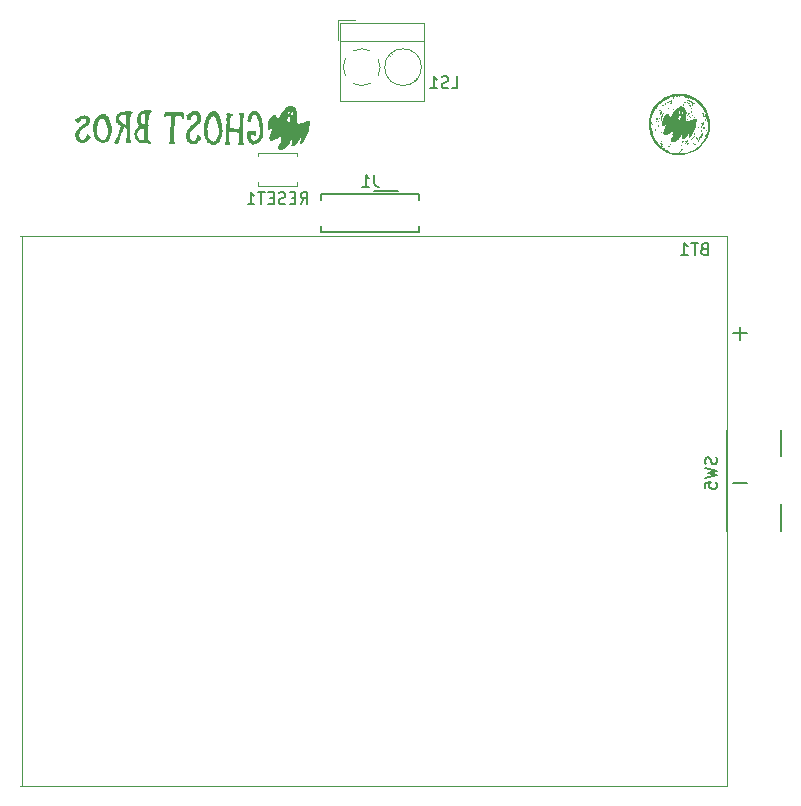
<source format=gbr>
G04 #@! TF.GenerationSoftware,KiCad,Pcbnew,(5.0.0)*
G04 #@! TF.CreationDate,2018-10-03T16:43:44-04:00*
G04 #@! TF.ProjectId,gb_walkie,67625F77616C6B69652E6B696361645F,0.1a*
G04 #@! TF.SameCoordinates,Original*
G04 #@! TF.FileFunction,Legend,Bot*
G04 #@! TF.FilePolarity,Positive*
%FSLAX46Y46*%
G04 Gerber Fmt 4.6, Leading zero omitted, Abs format (unit mm)*
G04 Created by KiCad (PCBNEW (5.0.0)) date 10/03/18 16:43:44*
%MOMM*%
%LPD*%
G01*
G04 APERTURE LIST*
%ADD10C,0.010000*%
%ADD11C,0.120000*%
%ADD12C,0.150000*%
G04 APERTURE END LIST*
D10*
G04 #@! TO.C,G\002A\002A\002A*
G36*
X155213500Y-40993437D02*
X155221438Y-41001375D01*
X155229375Y-40993437D01*
X155221438Y-40985500D01*
X155213500Y-40993437D01*
X155213500Y-40993437D01*
G37*
X155213500Y-40993437D02*
X155221438Y-41001375D01*
X155229375Y-40993437D01*
X155221438Y-40985500D01*
X155213500Y-40993437D01*
G36*
X155150000Y-38993187D02*
X155157938Y-39001125D01*
X155165875Y-38993187D01*
X155157938Y-38985250D01*
X155150000Y-38993187D01*
X155150000Y-38993187D01*
G37*
X155150000Y-38993187D02*
X155157938Y-39001125D01*
X155165875Y-38993187D01*
X155157938Y-38985250D01*
X155150000Y-38993187D01*
G36*
X155118250Y-39009062D02*
X155126188Y-39017000D01*
X155134125Y-39009062D01*
X155126188Y-39001125D01*
X155118250Y-39009062D01*
X155118250Y-39009062D01*
G37*
X155118250Y-39009062D02*
X155126188Y-39017000D01*
X155134125Y-39009062D01*
X155126188Y-39001125D01*
X155118250Y-39009062D01*
G36*
X155451625Y-39024937D02*
X155459563Y-39032875D01*
X155467500Y-39024937D01*
X155459563Y-39017000D01*
X155451625Y-39024937D01*
X155451625Y-39024937D01*
G37*
X155451625Y-39024937D02*
X155459563Y-39032875D01*
X155467500Y-39024937D01*
X155459563Y-39017000D01*
X155451625Y-39024937D01*
G36*
X154943625Y-39088437D02*
X154951563Y-39096375D01*
X154959500Y-39088437D01*
X154951563Y-39080500D01*
X154943625Y-39088437D01*
X154943625Y-39088437D01*
G37*
X154943625Y-39088437D02*
X154951563Y-39096375D01*
X154959500Y-39088437D01*
X154951563Y-39080500D01*
X154943625Y-39088437D01*
G36*
X155138425Y-39086783D02*
X155143160Y-39093999D01*
X155159261Y-39095121D01*
X155176200Y-39091244D01*
X155168852Y-39085530D01*
X155144041Y-39083638D01*
X155138425Y-39086783D01*
X155138425Y-39086783D01*
G37*
X155138425Y-39086783D02*
X155143160Y-39093999D01*
X155159261Y-39095121D01*
X155176200Y-39091244D01*
X155168852Y-39085530D01*
X155144041Y-39083638D01*
X155138425Y-39086783D01*
G36*
X155695145Y-39137906D02*
X155697688Y-39144000D01*
X155718718Y-39159282D01*
X155723374Y-39159875D01*
X155731981Y-39150093D01*
X155729438Y-39144000D01*
X155708408Y-39128717D01*
X155703752Y-39128125D01*
X155695145Y-39137906D01*
X155695145Y-39137906D01*
G37*
X155695145Y-39137906D02*
X155697688Y-39144000D01*
X155718718Y-39159282D01*
X155723374Y-39159875D01*
X155731981Y-39150093D01*
X155729438Y-39144000D01*
X155708408Y-39128717D01*
X155703752Y-39128125D01*
X155695145Y-39137906D01*
G36*
X154673750Y-39215437D02*
X154681688Y-39223375D01*
X154689625Y-39215437D01*
X154681688Y-39207500D01*
X154673750Y-39215437D01*
X154673750Y-39215437D01*
G37*
X154673750Y-39215437D02*
X154681688Y-39223375D01*
X154689625Y-39215437D01*
X154681688Y-39207500D01*
X154673750Y-39215437D01*
G36*
X155903643Y-39194690D02*
X155908407Y-39206499D01*
X155923222Y-39214416D01*
X155941769Y-39219250D01*
X155934160Y-39207620D01*
X155932109Y-39205530D01*
X155911295Y-39192990D01*
X155903643Y-39194690D01*
X155903643Y-39194690D01*
G37*
X155903643Y-39194690D02*
X155908407Y-39206499D01*
X155923222Y-39214416D01*
X155941769Y-39219250D01*
X155934160Y-39207620D01*
X155932109Y-39205530D01*
X155911295Y-39192990D01*
X155903643Y-39194690D01*
G36*
X156076207Y-39264850D02*
X156078688Y-39271000D01*
X156092953Y-39286144D01*
X156095500Y-39286875D01*
X156102318Y-39274592D01*
X156102500Y-39271000D01*
X156090297Y-39255735D01*
X156085689Y-39255125D01*
X156076207Y-39264850D01*
X156076207Y-39264850D01*
G37*
X156076207Y-39264850D02*
X156078688Y-39271000D01*
X156092953Y-39286144D01*
X156095500Y-39286875D01*
X156102318Y-39274592D01*
X156102500Y-39271000D01*
X156090297Y-39255735D01*
X156085689Y-39255125D01*
X156076207Y-39264850D01*
G36*
X154487362Y-39437014D02*
X154452283Y-39454955D01*
X154412367Y-39477799D01*
X154377552Y-39499769D01*
X154357781Y-39515089D01*
X154356250Y-39517731D01*
X154365983Y-39523823D01*
X154396893Y-39512561D01*
X154434200Y-39492970D01*
X154479163Y-39465472D01*
X154506954Y-39443628D01*
X154513160Y-39431233D01*
X154507664Y-39429750D01*
X154487362Y-39437014D01*
X154487362Y-39437014D01*
G37*
X154487362Y-39437014D02*
X154452283Y-39454955D01*
X154412367Y-39477799D01*
X154377552Y-39499769D01*
X154357781Y-39515089D01*
X154356250Y-39517731D01*
X154365983Y-39523823D01*
X154396893Y-39512561D01*
X154434200Y-39492970D01*
X154479163Y-39465472D01*
X154506954Y-39443628D01*
X154513160Y-39431233D01*
X154507664Y-39429750D01*
X154487362Y-39437014D01*
G36*
X154181625Y-39596437D02*
X154189563Y-39604375D01*
X154197500Y-39596437D01*
X154189563Y-39588500D01*
X154181625Y-39596437D01*
X154181625Y-39596437D01*
G37*
X154181625Y-39596437D02*
X154189563Y-39604375D01*
X154197500Y-39596437D01*
X154189563Y-39588500D01*
X154181625Y-39596437D01*
G36*
X154467375Y-39596437D02*
X154475313Y-39604375D01*
X154483250Y-39596437D01*
X154475313Y-39588500D01*
X154467375Y-39596437D01*
X154467375Y-39596437D01*
G37*
X154467375Y-39596437D02*
X154475313Y-39604375D01*
X154483250Y-39596437D01*
X154475313Y-39588500D01*
X154467375Y-39596437D01*
G36*
X155822145Y-39598281D02*
X155824688Y-39604375D01*
X155845718Y-39619657D01*
X155850374Y-39620250D01*
X155858981Y-39610468D01*
X155856438Y-39604375D01*
X155835408Y-39589092D01*
X155830752Y-39588500D01*
X155822145Y-39598281D01*
X155822145Y-39598281D01*
G37*
X155822145Y-39598281D02*
X155824688Y-39604375D01*
X155845718Y-39619657D01*
X155850374Y-39620250D01*
X155858981Y-39610468D01*
X155856438Y-39604375D01*
X155835408Y-39589092D01*
X155830752Y-39588500D01*
X155822145Y-39598281D01*
G36*
X155628882Y-39607771D02*
X155626250Y-39610614D01*
X155638664Y-39620850D01*
X155650063Y-39625990D01*
X155670505Y-39626320D01*
X155673875Y-39619751D01*
X155661010Y-39606107D01*
X155650063Y-39604375D01*
X155628882Y-39607771D01*
X155628882Y-39607771D01*
G37*
X155628882Y-39607771D02*
X155626250Y-39610614D01*
X155638664Y-39620850D01*
X155650063Y-39625990D01*
X155670505Y-39626320D01*
X155673875Y-39619751D01*
X155661010Y-39606107D01*
X155650063Y-39604375D01*
X155628882Y-39607771D01*
G36*
X154453953Y-39626671D02*
X154437045Y-39641428D01*
X154435625Y-39644999D01*
X154443159Y-39651524D01*
X154458845Y-39636903D01*
X154460954Y-39633672D01*
X154462825Y-39622808D01*
X154453953Y-39626671D01*
X154453953Y-39626671D01*
G37*
X154453953Y-39626671D02*
X154437045Y-39641428D01*
X154435625Y-39644999D01*
X154443159Y-39651524D01*
X154458845Y-39636903D01*
X154460954Y-39633672D01*
X154462825Y-39622808D01*
X154453953Y-39626671D01*
G36*
X155947496Y-39660248D02*
X155963516Y-39678575D01*
X155978381Y-39683750D01*
X155984780Y-39674679D01*
X155975182Y-39659553D01*
X155955770Y-39642912D01*
X155947836Y-39642622D01*
X155947496Y-39660248D01*
X155947496Y-39660248D01*
G37*
X155947496Y-39660248D02*
X155963516Y-39678575D01*
X155978381Y-39683750D01*
X155984780Y-39674679D01*
X155975182Y-39659553D01*
X155955770Y-39642912D01*
X155947836Y-39642622D01*
X155947496Y-39660248D01*
G36*
X153530750Y-39707562D02*
X153538688Y-39715500D01*
X153546625Y-39707562D01*
X153538688Y-39699625D01*
X153530750Y-39707562D01*
X153530750Y-39707562D01*
G37*
X153530750Y-39707562D02*
X153538688Y-39715500D01*
X153546625Y-39707562D01*
X153538688Y-39699625D01*
X153530750Y-39707562D01*
G36*
X155876346Y-39389547D02*
X155905078Y-39409522D01*
X155950203Y-39438611D01*
X156006207Y-39473375D01*
X156067570Y-39510378D01*
X156128776Y-39546179D01*
X156171419Y-39570262D01*
X156234343Y-39605729D01*
X156303619Y-39645697D01*
X156337355Y-39665546D01*
X156389133Y-39695692D01*
X156419304Y-39711225D01*
X156433104Y-39714490D01*
X156435875Y-39709675D01*
X156423398Y-39698767D01*
X156390404Y-39675687D01*
X156343550Y-39644682D01*
X156289495Y-39610001D01*
X156234894Y-39575892D01*
X156186405Y-39546602D01*
X156150686Y-39526380D01*
X156141335Y-39521722D01*
X156112586Y-39504233D01*
X156102500Y-39490701D01*
X156092375Y-39480206D01*
X156090594Y-39480528D01*
X156071520Y-39475332D01*
X156032689Y-39458688D01*
X155982331Y-39434138D01*
X155979922Y-39432903D01*
X155929217Y-39407632D01*
X155889766Y-39389447D01*
X155869811Y-39382137D01*
X155869527Y-39382125D01*
X155876346Y-39389547D01*
X155876346Y-39389547D01*
G37*
X155876346Y-39389547D02*
X155905078Y-39409522D01*
X155950203Y-39438611D01*
X156006207Y-39473375D01*
X156067570Y-39510378D01*
X156128776Y-39546179D01*
X156171419Y-39570262D01*
X156234343Y-39605729D01*
X156303619Y-39645697D01*
X156337355Y-39665546D01*
X156389133Y-39695692D01*
X156419304Y-39711225D01*
X156433104Y-39714490D01*
X156435875Y-39709675D01*
X156423398Y-39698767D01*
X156390404Y-39675687D01*
X156343550Y-39644682D01*
X156289495Y-39610001D01*
X156234894Y-39575892D01*
X156186405Y-39546602D01*
X156150686Y-39526380D01*
X156141335Y-39521722D01*
X156112586Y-39504233D01*
X156102500Y-39490701D01*
X156092375Y-39480206D01*
X156090594Y-39480528D01*
X156071520Y-39475332D01*
X156032689Y-39458688D01*
X155982331Y-39434138D01*
X155979922Y-39432903D01*
X155929217Y-39407632D01*
X155889766Y-39389447D01*
X155869811Y-39382137D01*
X155869527Y-39382125D01*
X155876346Y-39389547D01*
G36*
X153944147Y-39727023D02*
X153943500Y-39731375D01*
X153948917Y-39746837D01*
X153950501Y-39747250D01*
X153964055Y-39736125D01*
X153967313Y-39731375D01*
X153966054Y-39716746D01*
X153960312Y-39715500D01*
X153944147Y-39727023D01*
X153944147Y-39727023D01*
G37*
X153944147Y-39727023D02*
X153943500Y-39731375D01*
X153948917Y-39746837D01*
X153950501Y-39747250D01*
X153964055Y-39736125D01*
X153967313Y-39731375D01*
X153966054Y-39716746D01*
X153960312Y-39715500D01*
X153944147Y-39727023D01*
G36*
X155483803Y-39806983D02*
X155483375Y-39810750D01*
X155496297Y-39824682D01*
X155508125Y-39826625D01*
X155524556Y-39818928D01*
X155523063Y-39810750D01*
X155502767Y-39795480D01*
X155498314Y-39794875D01*
X155483803Y-39806983D01*
X155483803Y-39806983D01*
G37*
X155483803Y-39806983D02*
X155483375Y-39810750D01*
X155496297Y-39824682D01*
X155508125Y-39826625D01*
X155524556Y-39818928D01*
X155523063Y-39810750D01*
X155502767Y-39795480D01*
X155498314Y-39794875D01*
X155483803Y-39806983D01*
G36*
X156236475Y-39804314D02*
X156245375Y-39818687D01*
X156264160Y-39838402D01*
X156270634Y-39842500D01*
X156270791Y-39830482D01*
X156266991Y-39818687D01*
X156250336Y-39797655D01*
X156241733Y-39794875D01*
X156236475Y-39804314D01*
X156236475Y-39804314D01*
G37*
X156236475Y-39804314D02*
X156245375Y-39818687D01*
X156264160Y-39838402D01*
X156270634Y-39842500D01*
X156270791Y-39830482D01*
X156266991Y-39818687D01*
X156250336Y-39797655D01*
X156241733Y-39794875D01*
X156236475Y-39804314D01*
G36*
X153771328Y-39833046D02*
X153754286Y-39849031D01*
X153757782Y-39858220D01*
X153760001Y-39858375D01*
X153773428Y-39847099D01*
X153778329Y-39840047D01*
X153780200Y-39829183D01*
X153771328Y-39833046D01*
X153771328Y-39833046D01*
G37*
X153771328Y-39833046D02*
X153754286Y-39849031D01*
X153757782Y-39858220D01*
X153760001Y-39858375D01*
X153773428Y-39847099D01*
X153778329Y-39840047D01*
X153780200Y-39829183D01*
X153771328Y-39833046D01*
G36*
X156044395Y-39868156D02*
X156046938Y-39874250D01*
X156067968Y-39889532D01*
X156072624Y-39890125D01*
X156081231Y-39880343D01*
X156078688Y-39874250D01*
X156057658Y-39858967D01*
X156053002Y-39858375D01*
X156044395Y-39868156D01*
X156044395Y-39868156D01*
G37*
X156044395Y-39868156D02*
X156046938Y-39874250D01*
X156067968Y-39889532D01*
X156072624Y-39890125D01*
X156081231Y-39880343D01*
X156078688Y-39874250D01*
X156057658Y-39858967D01*
X156053002Y-39858375D01*
X156044395Y-39868156D01*
G36*
X153227558Y-40028239D02*
X153213978Y-40047515D01*
X153202327Y-40075223D01*
X153209056Y-40077401D01*
X153229444Y-40056428D01*
X153242068Y-40032835D01*
X153240611Y-40023319D01*
X153227558Y-40028239D01*
X153227558Y-40028239D01*
G37*
X153227558Y-40028239D02*
X153213978Y-40047515D01*
X153202327Y-40075223D01*
X153209056Y-40077401D01*
X153229444Y-40056428D01*
X153242068Y-40032835D01*
X153240611Y-40023319D01*
X153227558Y-40028239D01*
G36*
X155594500Y-40104437D02*
X155602438Y-40112375D01*
X155610375Y-40104437D01*
X155602438Y-40096500D01*
X155594500Y-40104437D01*
X155594500Y-40104437D01*
G37*
X155594500Y-40104437D02*
X155602438Y-40112375D01*
X155610375Y-40104437D01*
X155602438Y-40096500D01*
X155594500Y-40104437D01*
G36*
X156140423Y-40072479D02*
X156156894Y-40092909D01*
X156176551Y-40110551D01*
X156177046Y-40104421D01*
X156166569Y-40083234D01*
X156149529Y-40059175D01*
X156137878Y-40055830D01*
X156140423Y-40072479D01*
X156140423Y-40072479D01*
G37*
X156140423Y-40072479D02*
X156156894Y-40092909D01*
X156176551Y-40110551D01*
X156177046Y-40104421D01*
X156166569Y-40083234D01*
X156149529Y-40059175D01*
X156137878Y-40055830D01*
X156140423Y-40072479D01*
G36*
X154229250Y-40120312D02*
X154237188Y-40128250D01*
X154245125Y-40120312D01*
X154237188Y-40112375D01*
X154229250Y-40120312D01*
X154229250Y-40120312D01*
G37*
X154229250Y-40120312D02*
X154237188Y-40128250D01*
X154245125Y-40120312D01*
X154237188Y-40112375D01*
X154229250Y-40120312D01*
G36*
X154679042Y-40197041D02*
X154677142Y-40215881D01*
X154679042Y-40218208D01*
X154688480Y-40216029D01*
X154689625Y-40207625D01*
X154683817Y-40194558D01*
X154679042Y-40197041D01*
X154679042Y-40197041D01*
G37*
X154679042Y-40197041D02*
X154677142Y-40215881D01*
X154679042Y-40218208D01*
X154688480Y-40216029D01*
X154689625Y-40207625D01*
X154683817Y-40194558D01*
X154679042Y-40197041D01*
G36*
X153499000Y-40231437D02*
X153483856Y-40245702D01*
X153483125Y-40248249D01*
X153495408Y-40255067D01*
X153499000Y-40255250D01*
X153514265Y-40243046D01*
X153514875Y-40238438D01*
X153505150Y-40228956D01*
X153499000Y-40231437D01*
X153499000Y-40231437D01*
G37*
X153499000Y-40231437D02*
X153483856Y-40245702D01*
X153483125Y-40248249D01*
X153495408Y-40255067D01*
X153499000Y-40255250D01*
X153514265Y-40243046D01*
X153514875Y-40238438D01*
X153505150Y-40228956D01*
X153499000Y-40231437D01*
G36*
X153639938Y-40339784D02*
X153629420Y-40366089D01*
X153630522Y-40376187D01*
X153641350Y-40370528D01*
X153647852Y-40357823D01*
X153656846Y-40327679D01*
X153653153Y-40321665D01*
X153639938Y-40339784D01*
X153639938Y-40339784D01*
G37*
X153639938Y-40339784D02*
X153629420Y-40366089D01*
X153630522Y-40376187D01*
X153641350Y-40370528D01*
X153647852Y-40357823D01*
X153656846Y-40327679D01*
X153653153Y-40321665D01*
X153639938Y-40339784D01*
G36*
X156187167Y-40387541D02*
X156185267Y-40406381D01*
X156187167Y-40408708D01*
X156196605Y-40406529D01*
X156197750Y-40398125D01*
X156191942Y-40385058D01*
X156187167Y-40387541D01*
X156187167Y-40387541D01*
G37*
X156187167Y-40387541D02*
X156185267Y-40406381D01*
X156187167Y-40408708D01*
X156196605Y-40406529D01*
X156197750Y-40398125D01*
X156191942Y-40385058D01*
X156187167Y-40387541D01*
G36*
X157356625Y-40421937D02*
X157364563Y-40429875D01*
X157372500Y-40421937D01*
X157364563Y-40414000D01*
X157356625Y-40421937D01*
X157356625Y-40421937D01*
G37*
X157356625Y-40421937D02*
X157364563Y-40429875D01*
X157372500Y-40421937D01*
X157364563Y-40414000D01*
X157356625Y-40421937D01*
G36*
X156181875Y-40469562D02*
X156189813Y-40477500D01*
X156197750Y-40469562D01*
X156189813Y-40461625D01*
X156181875Y-40469562D01*
X156181875Y-40469562D01*
G37*
X156181875Y-40469562D02*
X156189813Y-40477500D01*
X156197750Y-40469562D01*
X156189813Y-40461625D01*
X156181875Y-40469562D01*
G36*
X155737375Y-40485437D02*
X155745313Y-40493375D01*
X155753250Y-40485437D01*
X155745313Y-40477500D01*
X155737375Y-40485437D01*
X155737375Y-40485437D01*
G37*
X155737375Y-40485437D02*
X155745313Y-40493375D01*
X155753250Y-40485437D01*
X155745313Y-40477500D01*
X155737375Y-40485437D01*
G36*
X157150250Y-40501312D02*
X157158188Y-40509250D01*
X157166125Y-40501312D01*
X157158188Y-40493375D01*
X157150250Y-40501312D01*
X157150250Y-40501312D01*
G37*
X157150250Y-40501312D02*
X157158188Y-40509250D01*
X157166125Y-40501312D01*
X157158188Y-40493375D01*
X157150250Y-40501312D01*
G36*
X153832375Y-40517187D02*
X153840313Y-40525125D01*
X153848250Y-40517187D01*
X153840313Y-40509250D01*
X153832375Y-40517187D01*
X153832375Y-40517187D01*
G37*
X153832375Y-40517187D02*
X153840313Y-40525125D01*
X153848250Y-40517187D01*
X153840313Y-40509250D01*
X153832375Y-40517187D01*
G36*
X153585072Y-40474850D02*
X153574061Y-40504537D01*
X153567470Y-40535700D01*
X153569261Y-40552973D01*
X153577754Y-40543472D01*
X153591672Y-40516507D01*
X153606720Y-40480654D01*
X153607965Y-40465038D01*
X153596101Y-40461625D01*
X153585072Y-40474850D01*
X153585072Y-40474850D01*
G37*
X153585072Y-40474850D02*
X153574061Y-40504537D01*
X153567470Y-40535700D01*
X153569261Y-40552973D01*
X153577754Y-40543472D01*
X153591672Y-40516507D01*
X153606720Y-40480654D01*
X153607965Y-40465038D01*
X153596101Y-40461625D01*
X153585072Y-40474850D01*
G36*
X155964656Y-40538023D02*
X155962764Y-40562834D01*
X155965909Y-40568450D01*
X155973125Y-40563715D01*
X155974247Y-40547614D01*
X155970370Y-40530675D01*
X155964656Y-40538023D01*
X155964656Y-40538023D01*
G37*
X155964656Y-40538023D02*
X155962764Y-40562834D01*
X155965909Y-40568450D01*
X155973125Y-40563715D01*
X155974247Y-40547614D01*
X155970370Y-40530675D01*
X155964656Y-40538023D01*
G36*
X153546625Y-40580687D02*
X153554563Y-40588625D01*
X153562500Y-40580687D01*
X153554563Y-40572750D01*
X153546625Y-40580687D01*
X153546625Y-40580687D01*
G37*
X153546625Y-40580687D02*
X153554563Y-40588625D01*
X153562500Y-40580687D01*
X153554563Y-40572750D01*
X153546625Y-40580687D01*
G36*
X152864000Y-40596562D02*
X152871938Y-40604500D01*
X152879875Y-40596562D01*
X152871938Y-40588625D01*
X152864000Y-40596562D01*
X152864000Y-40596562D01*
G37*
X152864000Y-40596562D02*
X152871938Y-40604500D01*
X152879875Y-40596562D01*
X152871938Y-40588625D01*
X152864000Y-40596562D01*
G36*
X153737125Y-40612437D02*
X153745063Y-40620375D01*
X153753000Y-40612437D01*
X153745063Y-40604500D01*
X153737125Y-40612437D01*
X153737125Y-40612437D01*
G37*
X153737125Y-40612437D02*
X153745063Y-40620375D01*
X153753000Y-40612437D01*
X153745063Y-40604500D01*
X153737125Y-40612437D01*
G36*
X157372500Y-40628312D02*
X157380438Y-40636250D01*
X157388375Y-40628312D01*
X157380438Y-40620375D01*
X157372500Y-40628312D01*
X157372500Y-40628312D01*
G37*
X157372500Y-40628312D02*
X157380438Y-40636250D01*
X157388375Y-40628312D01*
X157380438Y-40620375D01*
X157372500Y-40628312D01*
G36*
X156261250Y-40660062D02*
X156269188Y-40668000D01*
X156277125Y-40660062D01*
X156269188Y-40652125D01*
X156261250Y-40660062D01*
X156261250Y-40660062D01*
G37*
X156261250Y-40660062D02*
X156269188Y-40668000D01*
X156277125Y-40660062D01*
X156269188Y-40652125D01*
X156261250Y-40660062D01*
G36*
X155816750Y-40675937D02*
X155824688Y-40683875D01*
X155832625Y-40675937D01*
X155824688Y-40668000D01*
X155816750Y-40675937D01*
X155816750Y-40675937D01*
G37*
X155816750Y-40675937D02*
X155824688Y-40683875D01*
X155832625Y-40675937D01*
X155824688Y-40668000D01*
X155816750Y-40675937D01*
G36*
X157183819Y-40614955D02*
X157183116Y-40631344D01*
X157188686Y-40663312D01*
X157197875Y-40675937D01*
X157211874Y-40677026D01*
X157212635Y-40672905D01*
X157205998Y-40649128D01*
X157197875Y-40628312D01*
X157187341Y-40606534D01*
X157183819Y-40614955D01*
X157183819Y-40614955D01*
G37*
X157183819Y-40614955D02*
X157183116Y-40631344D01*
X157188686Y-40663312D01*
X157197875Y-40675937D01*
X157211874Y-40677026D01*
X157212635Y-40672905D01*
X157205998Y-40649128D01*
X157197875Y-40628312D01*
X157187341Y-40606534D01*
X157183819Y-40614955D01*
G36*
X157393667Y-40689166D02*
X157391767Y-40708006D01*
X157393667Y-40710333D01*
X157403105Y-40708154D01*
X157404250Y-40699750D01*
X157398442Y-40686683D01*
X157393667Y-40689166D01*
X157393667Y-40689166D01*
G37*
X157393667Y-40689166D02*
X157391767Y-40708006D01*
X157393667Y-40710333D01*
X157403105Y-40708154D01*
X157404250Y-40699750D01*
X157398442Y-40686683D01*
X157393667Y-40689166D01*
G36*
X153694531Y-40728523D02*
X153692639Y-40753334D01*
X153695784Y-40758950D01*
X153703000Y-40754215D01*
X153704122Y-40738114D01*
X153700245Y-40721175D01*
X153694531Y-40728523D01*
X153694531Y-40728523D01*
G37*
X153694531Y-40728523D02*
X153692639Y-40753334D01*
X153695784Y-40758950D01*
X153703000Y-40754215D01*
X153704122Y-40738114D01*
X153700245Y-40721175D01*
X153694531Y-40728523D01*
G36*
X157219042Y-40752666D02*
X157221221Y-40762104D01*
X157229625Y-40763250D01*
X157242692Y-40757441D01*
X157240209Y-40752666D01*
X157221369Y-40750766D01*
X157219042Y-40752666D01*
X157219042Y-40752666D01*
G37*
X157219042Y-40752666D02*
X157221221Y-40762104D01*
X157229625Y-40763250D01*
X157242692Y-40757441D01*
X157240209Y-40752666D01*
X157221369Y-40750766D01*
X157219042Y-40752666D01*
G36*
X157388375Y-40771187D02*
X157396313Y-40779125D01*
X157404250Y-40771187D01*
X157396313Y-40763250D01*
X157388375Y-40771187D01*
X157388375Y-40771187D01*
G37*
X157388375Y-40771187D02*
X157396313Y-40779125D01*
X157404250Y-40771187D01*
X157396313Y-40763250D01*
X157388375Y-40771187D01*
G36*
X153673625Y-40787062D02*
X153681563Y-40795000D01*
X153689500Y-40787062D01*
X153681563Y-40779125D01*
X153673625Y-40787062D01*
X153673625Y-40787062D01*
G37*
X153673625Y-40787062D02*
X153681563Y-40795000D01*
X153689500Y-40787062D01*
X153681563Y-40779125D01*
X153673625Y-40787062D01*
G36*
X156007250Y-40787062D02*
X156015188Y-40795000D01*
X156023125Y-40787062D01*
X156015188Y-40779125D01*
X156007250Y-40787062D01*
X156007250Y-40787062D01*
G37*
X156007250Y-40787062D02*
X156015188Y-40795000D01*
X156023125Y-40787062D01*
X156015188Y-40779125D01*
X156007250Y-40787062D01*
G36*
X156070750Y-40866437D02*
X156078688Y-40874375D01*
X156086625Y-40866437D01*
X156078688Y-40858500D01*
X156070750Y-40866437D01*
X156070750Y-40866437D01*
G37*
X156070750Y-40866437D02*
X156078688Y-40874375D01*
X156086625Y-40866437D01*
X156078688Y-40858500D01*
X156070750Y-40866437D01*
G36*
X156441332Y-40868225D02*
X156443813Y-40874375D01*
X156458078Y-40889519D01*
X156460625Y-40890250D01*
X156467443Y-40877967D01*
X156467625Y-40874375D01*
X156455422Y-40859110D01*
X156450814Y-40858500D01*
X156441332Y-40868225D01*
X156441332Y-40868225D01*
G37*
X156441332Y-40868225D02*
X156443813Y-40874375D01*
X156458078Y-40889519D01*
X156460625Y-40890250D01*
X156467443Y-40877967D01*
X156467625Y-40874375D01*
X156455422Y-40859110D01*
X156450814Y-40858500D01*
X156441332Y-40868225D01*
G36*
X157409542Y-40863791D02*
X157407642Y-40882631D01*
X157409542Y-40884958D01*
X157418980Y-40882779D01*
X157420125Y-40874375D01*
X157414317Y-40861308D01*
X157409542Y-40863791D01*
X157409542Y-40863791D01*
G37*
X157409542Y-40863791D02*
X157407642Y-40882631D01*
X157409542Y-40884958D01*
X157418980Y-40882779D01*
X157420125Y-40874375D01*
X157414317Y-40861308D01*
X157409542Y-40863791D01*
G36*
X153657446Y-40823476D02*
X153641058Y-40852719D01*
X153634660Y-40867159D01*
X153618496Y-40911773D01*
X153616202Y-40931155D01*
X153626055Y-40923582D01*
X153646332Y-40887331D01*
X153649091Y-40881590D01*
X153664372Y-40843550D01*
X153669134Y-40818948D01*
X153667975Y-40815807D01*
X153657446Y-40823476D01*
X153657446Y-40823476D01*
G37*
X153657446Y-40823476D02*
X153641058Y-40852719D01*
X153634660Y-40867159D01*
X153618496Y-40911773D01*
X153616202Y-40931155D01*
X153626055Y-40923582D01*
X153646332Y-40887331D01*
X153649091Y-40881590D01*
X153664372Y-40843550D01*
X153669134Y-40818948D01*
X153667975Y-40815807D01*
X153657446Y-40823476D01*
G36*
X157425417Y-40911416D02*
X157423517Y-40930256D01*
X157425417Y-40932583D01*
X157434855Y-40930404D01*
X157436000Y-40922000D01*
X157430192Y-40908933D01*
X157425417Y-40911416D01*
X157425417Y-40911416D01*
G37*
X157425417Y-40911416D02*
X157423517Y-40930256D01*
X157425417Y-40932583D01*
X157434855Y-40930404D01*
X157436000Y-40922000D01*
X157430192Y-40908933D01*
X157425417Y-40911416D01*
G36*
X153467250Y-40961687D02*
X153475188Y-40969625D01*
X153483125Y-40961687D01*
X153475188Y-40953750D01*
X153467250Y-40961687D01*
X153467250Y-40961687D01*
G37*
X153467250Y-40961687D02*
X153475188Y-40969625D01*
X153483125Y-40961687D01*
X153475188Y-40953750D01*
X153467250Y-40961687D01*
G36*
X157324875Y-41025187D02*
X157332813Y-41033125D01*
X157340750Y-41025187D01*
X157332813Y-41017250D01*
X157324875Y-41025187D01*
X157324875Y-41025187D01*
G37*
X157324875Y-41025187D02*
X157332813Y-41033125D01*
X157340750Y-41025187D01*
X157332813Y-41017250D01*
X157324875Y-41025187D01*
G36*
X155822042Y-41022541D02*
X155820142Y-41041381D01*
X155822042Y-41043708D01*
X155831480Y-41041529D01*
X155832625Y-41033125D01*
X155826817Y-41020058D01*
X155822042Y-41022541D01*
X155822042Y-41022541D01*
G37*
X155822042Y-41022541D02*
X155820142Y-41041381D01*
X155822042Y-41043708D01*
X155831480Y-41041529D01*
X155832625Y-41033125D01*
X155826817Y-41020058D01*
X155822042Y-41022541D01*
G36*
X153272894Y-40950169D02*
X153253215Y-40979633D01*
X153233507Y-41015135D01*
X153220005Y-41045542D01*
X153218270Y-41059310D01*
X153229744Y-41051866D01*
X153249073Y-41023171D01*
X153260091Y-41002913D01*
X153278283Y-40964618D01*
X153286794Y-40941246D01*
X153286305Y-40937875D01*
X153272894Y-40950169D01*
X153272894Y-40950169D01*
G37*
X153272894Y-40950169D02*
X153253215Y-40979633D01*
X153233507Y-41015135D01*
X153220005Y-41045542D01*
X153218270Y-41059310D01*
X153229744Y-41051866D01*
X153249073Y-41023171D01*
X153260091Y-41002913D01*
X153278283Y-40964618D01*
X153286794Y-40941246D01*
X153286305Y-40937875D01*
X153272894Y-40950169D01*
G36*
X153631292Y-41054291D02*
X153629392Y-41073131D01*
X153631292Y-41075458D01*
X153640730Y-41073279D01*
X153641875Y-41064875D01*
X153636067Y-41051808D01*
X153631292Y-41054291D01*
X153631292Y-41054291D01*
G37*
X153631292Y-41054291D02*
X153629392Y-41073131D01*
X153631292Y-41075458D01*
X153640730Y-41073279D01*
X153641875Y-41064875D01*
X153636067Y-41051808D01*
X153631292Y-41054291D01*
G36*
X157324875Y-41072812D02*
X157332813Y-41080750D01*
X157340750Y-41072812D01*
X157332813Y-41064875D01*
X157324875Y-41072812D01*
X157324875Y-41072812D01*
G37*
X157324875Y-41072812D02*
X157332813Y-41080750D01*
X157340750Y-41072812D01*
X157332813Y-41064875D01*
X157324875Y-41072812D01*
G36*
X153210379Y-41203612D02*
X153205676Y-41207448D01*
X153183660Y-41229822D01*
X153188734Y-41238995D01*
X153195677Y-41239500D01*
X153212726Y-41226776D01*
X153219853Y-41213442D01*
X153223924Y-41196303D01*
X153210379Y-41203612D01*
X153210379Y-41203612D01*
G37*
X153210379Y-41203612D02*
X153205676Y-41207448D01*
X153183660Y-41229822D01*
X153188734Y-41238995D01*
X153195677Y-41239500D01*
X153212726Y-41226776D01*
X153219853Y-41213442D01*
X153223924Y-41196303D01*
X153210379Y-41203612D01*
G36*
X153345542Y-41228916D02*
X153347721Y-41238354D01*
X153356125Y-41239500D01*
X153369192Y-41233691D01*
X153366709Y-41228916D01*
X153347869Y-41227016D01*
X153345542Y-41228916D01*
X153345542Y-41228916D01*
G37*
X153345542Y-41228916D02*
X153347721Y-41238354D01*
X153356125Y-41239500D01*
X153369192Y-41233691D01*
X153366709Y-41228916D01*
X153347869Y-41227016D01*
X153345542Y-41228916D01*
G36*
X152768750Y-41263312D02*
X152776688Y-41271250D01*
X152784625Y-41263312D01*
X152776688Y-41255375D01*
X152768750Y-41263312D01*
X152768750Y-41263312D01*
G37*
X152768750Y-41263312D02*
X152776688Y-41271250D01*
X152784625Y-41263312D01*
X152776688Y-41255375D01*
X152768750Y-41263312D01*
G36*
X157197875Y-41263312D02*
X157205813Y-41271250D01*
X157213750Y-41263312D01*
X157205813Y-41255375D01*
X157197875Y-41263312D01*
X157197875Y-41263312D01*
G37*
X157197875Y-41263312D02*
X157205813Y-41271250D01*
X157213750Y-41263312D01*
X157205813Y-41255375D01*
X157197875Y-41263312D01*
G36*
X157197875Y-41326812D02*
X157205813Y-41334750D01*
X157213750Y-41326812D01*
X157205813Y-41318875D01*
X157197875Y-41326812D01*
X157197875Y-41326812D01*
G37*
X157197875Y-41326812D02*
X157205813Y-41334750D01*
X157213750Y-41326812D01*
X157205813Y-41318875D01*
X157197875Y-41326812D01*
G36*
X156991500Y-41342687D02*
X156999438Y-41350625D01*
X157007375Y-41342687D01*
X156999438Y-41334750D01*
X156991500Y-41342687D01*
X156991500Y-41342687D01*
G37*
X156991500Y-41342687D02*
X156999438Y-41350625D01*
X157007375Y-41342687D01*
X156999438Y-41334750D01*
X156991500Y-41342687D01*
G36*
X152752875Y-41374437D02*
X152760813Y-41382375D01*
X152768750Y-41374437D01*
X152760813Y-41366500D01*
X152752875Y-41374437D01*
X152752875Y-41374437D01*
G37*
X152752875Y-41374437D02*
X152760813Y-41382375D01*
X152768750Y-41374437D01*
X152760813Y-41366500D01*
X152752875Y-41374437D01*
G36*
X157213750Y-41406187D02*
X157221688Y-41414125D01*
X157229625Y-41406187D01*
X157221688Y-41398250D01*
X157213750Y-41406187D01*
X157213750Y-41406187D01*
G37*
X157213750Y-41406187D02*
X157221688Y-41414125D01*
X157229625Y-41406187D01*
X157221688Y-41398250D01*
X157213750Y-41406187D01*
G36*
X157096954Y-41401251D02*
X157110741Y-41437937D01*
X157131797Y-41485562D01*
X157133086Y-41442843D01*
X157128365Y-41407470D01*
X157117444Y-41389659D01*
X157098205Y-41383577D01*
X157096954Y-41401251D01*
X157096954Y-41401251D01*
G37*
X157096954Y-41401251D02*
X157110741Y-41437937D01*
X157131797Y-41485562D01*
X157133086Y-41442843D01*
X157128365Y-41407470D01*
X157117444Y-41389659D01*
X157098205Y-41383577D01*
X157096954Y-41401251D01*
G36*
X152839889Y-41457511D02*
X152842385Y-41469687D01*
X152853653Y-41490575D01*
X152857761Y-41493500D01*
X152863311Y-41480536D01*
X152864000Y-41469687D01*
X152855693Y-41448557D01*
X152848624Y-41445875D01*
X152839889Y-41457511D01*
X152839889Y-41457511D01*
G37*
X152839889Y-41457511D02*
X152842385Y-41469687D01*
X152853653Y-41490575D01*
X152857761Y-41493500D01*
X152863311Y-41480536D01*
X152864000Y-41469687D01*
X152855693Y-41448557D01*
X152848624Y-41445875D01*
X152839889Y-41457511D01*
G36*
X157118500Y-41501437D02*
X157126438Y-41509375D01*
X157134375Y-41501437D01*
X157126438Y-41493500D01*
X157118500Y-41501437D01*
X157118500Y-41501437D01*
G37*
X157118500Y-41501437D02*
X157126438Y-41509375D01*
X157134375Y-41501437D01*
X157126438Y-41493500D01*
X157118500Y-41501437D01*
G36*
X153356125Y-41533187D02*
X153364063Y-41541125D01*
X153372000Y-41533187D01*
X153364063Y-41525250D01*
X153356125Y-41533187D01*
X153356125Y-41533187D01*
G37*
X153356125Y-41533187D02*
X153364063Y-41541125D01*
X153372000Y-41533187D01*
X153364063Y-41525250D01*
X153356125Y-41533187D01*
G36*
X153372000Y-41580812D02*
X153379938Y-41588750D01*
X153387875Y-41580812D01*
X153379938Y-41572875D01*
X153372000Y-41580812D01*
X153372000Y-41580812D01*
G37*
X153372000Y-41580812D02*
X153379938Y-41588750D01*
X153387875Y-41580812D01*
X153379938Y-41572875D01*
X153372000Y-41580812D01*
G36*
X153943500Y-41596687D02*
X153951438Y-41604625D01*
X153959375Y-41596687D01*
X153951438Y-41588750D01*
X153943500Y-41596687D01*
X153943500Y-41596687D01*
G37*
X153943500Y-41596687D02*
X153951438Y-41604625D01*
X153959375Y-41596687D01*
X153951438Y-41588750D01*
X153943500Y-41596687D01*
G36*
X157039125Y-41660187D02*
X157047063Y-41668125D01*
X157055000Y-41660187D01*
X157047063Y-41652250D01*
X157039125Y-41660187D01*
X157039125Y-41660187D01*
G37*
X157039125Y-41660187D02*
X157047063Y-41668125D01*
X157055000Y-41660187D01*
X157047063Y-41652250D01*
X157039125Y-41660187D01*
G36*
X156737500Y-41739562D02*
X156745438Y-41747500D01*
X156753375Y-41739562D01*
X156745438Y-41731625D01*
X156737500Y-41739562D01*
X156737500Y-41739562D01*
G37*
X156737500Y-41739562D02*
X156745438Y-41747500D01*
X156753375Y-41739562D01*
X156745438Y-41731625D01*
X156737500Y-41739562D01*
G36*
X157234917Y-41736916D02*
X157233017Y-41755756D01*
X157234917Y-41758083D01*
X157244355Y-41755904D01*
X157245500Y-41747500D01*
X157239692Y-41734433D01*
X157234917Y-41736916D01*
X157234917Y-41736916D01*
G37*
X157234917Y-41736916D02*
X157233017Y-41755756D01*
X157234917Y-41758083D01*
X157244355Y-41755904D01*
X157245500Y-41747500D01*
X157239692Y-41734433D01*
X157234917Y-41736916D01*
G36*
X153139332Y-41915975D02*
X153141813Y-41922125D01*
X153156078Y-41937269D01*
X153158625Y-41938000D01*
X153165443Y-41925717D01*
X153165625Y-41922125D01*
X153153422Y-41906860D01*
X153148814Y-41906250D01*
X153139332Y-41915975D01*
X153139332Y-41915975D01*
G37*
X153139332Y-41915975D02*
X153141813Y-41922125D01*
X153156078Y-41937269D01*
X153158625Y-41938000D01*
X153165443Y-41925717D01*
X153165625Y-41922125D01*
X153153422Y-41906860D01*
X153148814Y-41906250D01*
X153139332Y-41915975D01*
G36*
X157441292Y-41959166D02*
X157439392Y-41978006D01*
X157441292Y-41980333D01*
X157450730Y-41978154D01*
X157451875Y-41969750D01*
X157446067Y-41956683D01*
X157441292Y-41959166D01*
X157441292Y-41959166D01*
G37*
X157441292Y-41959166D02*
X157439392Y-41978006D01*
X157441292Y-41980333D01*
X157450730Y-41978154D01*
X157451875Y-41969750D01*
X157446067Y-41956683D01*
X157441292Y-41959166D01*
G36*
X152832250Y-42057062D02*
X152840188Y-42065000D01*
X152848125Y-42057062D01*
X152840188Y-42049125D01*
X152832250Y-42057062D01*
X152832250Y-42057062D01*
G37*
X152832250Y-42057062D02*
X152840188Y-42065000D01*
X152848125Y-42057062D01*
X152840188Y-42049125D01*
X152832250Y-42057062D01*
G36*
X157026053Y-41998435D02*
X157010264Y-42025312D01*
X157000874Y-42056634D01*
X157008501Y-42063503D01*
X157028063Y-42044264D01*
X157035307Y-42033465D01*
X157052676Y-42000946D01*
X157050569Y-41987220D01*
X157041674Y-41985625D01*
X157026053Y-41998435D01*
X157026053Y-41998435D01*
G37*
X157026053Y-41998435D02*
X157010264Y-42025312D01*
X157000874Y-42056634D01*
X157008501Y-42063503D01*
X157028063Y-42044264D01*
X157035307Y-42033465D01*
X157052676Y-42000946D01*
X157050569Y-41987220D01*
X157041674Y-41985625D01*
X157026053Y-41998435D01*
G36*
X153641875Y-42104687D02*
X153649813Y-42112625D01*
X153657750Y-42104687D01*
X153649813Y-42096750D01*
X153641875Y-42104687D01*
X153641875Y-42104687D01*
G37*
X153641875Y-42104687D02*
X153649813Y-42112625D01*
X153657750Y-42104687D01*
X153649813Y-42096750D01*
X153641875Y-42104687D01*
G36*
X152864000Y-42136437D02*
X152871938Y-42144375D01*
X152879875Y-42136437D01*
X152871938Y-42128500D01*
X152864000Y-42136437D01*
X152864000Y-42136437D01*
G37*
X152864000Y-42136437D02*
X152871938Y-42144375D01*
X152879875Y-42136437D01*
X152871938Y-42128500D01*
X152864000Y-42136437D01*
G36*
X152869292Y-42165541D02*
X152867392Y-42184381D01*
X152869292Y-42186708D01*
X152878730Y-42184529D01*
X152879875Y-42176125D01*
X152874067Y-42163058D01*
X152869292Y-42165541D01*
X152869292Y-42165541D01*
G37*
X152869292Y-42165541D02*
X152867392Y-42184381D01*
X152869292Y-42186708D01*
X152878730Y-42184529D01*
X152879875Y-42176125D01*
X152874067Y-42163058D01*
X152869292Y-42165541D01*
G36*
X152885167Y-42213166D02*
X152883267Y-42232006D01*
X152885167Y-42234333D01*
X152894605Y-42232154D01*
X152895750Y-42223750D01*
X152889942Y-42210683D01*
X152885167Y-42213166D01*
X152885167Y-42213166D01*
G37*
X152885167Y-42213166D02*
X152883267Y-42232006D01*
X152885167Y-42234333D01*
X152894605Y-42232154D01*
X152895750Y-42223750D01*
X152889942Y-42210683D01*
X152885167Y-42213166D01*
G36*
X157086750Y-42231687D02*
X157094688Y-42239625D01*
X157102625Y-42231687D01*
X157094688Y-42223750D01*
X157086750Y-42231687D01*
X157086750Y-42231687D01*
G37*
X157086750Y-42231687D02*
X157094688Y-42239625D01*
X157102625Y-42231687D01*
X157094688Y-42223750D01*
X157086750Y-42231687D01*
G36*
X156435875Y-42263437D02*
X156443813Y-42271375D01*
X156451750Y-42263437D01*
X156443813Y-42255500D01*
X156435875Y-42263437D01*
X156435875Y-42263437D01*
G37*
X156435875Y-42263437D02*
X156443813Y-42271375D01*
X156451750Y-42263437D01*
X156443813Y-42255500D01*
X156435875Y-42263437D01*
G36*
X154594375Y-42279312D02*
X154602313Y-42287250D01*
X154610250Y-42279312D01*
X154602313Y-42271375D01*
X154594375Y-42279312D01*
X154594375Y-42279312D01*
G37*
X154594375Y-42279312D02*
X154602313Y-42287250D01*
X154610250Y-42279312D01*
X154602313Y-42271375D01*
X154594375Y-42279312D01*
G36*
X157420125Y-42326937D02*
X157428063Y-42334875D01*
X157436000Y-42326937D01*
X157428063Y-42319000D01*
X157420125Y-42326937D01*
X157420125Y-42326937D01*
G37*
X157420125Y-42326937D02*
X157428063Y-42334875D01*
X157436000Y-42326937D01*
X157428063Y-42319000D01*
X157420125Y-42326937D01*
G36*
X152895750Y-42406312D02*
X152903688Y-42414250D01*
X152911625Y-42406312D01*
X152903688Y-42398375D01*
X152895750Y-42406312D01*
X152895750Y-42406312D01*
G37*
X152895750Y-42406312D02*
X152903688Y-42414250D01*
X152911625Y-42406312D01*
X152903688Y-42398375D01*
X152895750Y-42406312D01*
G36*
X157404734Y-42378178D02*
X157398772Y-42389752D01*
X157394710Y-42412121D01*
X157405374Y-42407780D01*
X157412841Y-42397318D01*
X157417720Y-42376541D01*
X157415739Y-42372821D01*
X157404734Y-42378178D01*
X157404734Y-42378178D01*
G37*
X157404734Y-42378178D02*
X157398772Y-42389752D01*
X157394710Y-42412121D01*
X157405374Y-42407780D01*
X157412841Y-42397318D01*
X157417720Y-42376541D01*
X157415739Y-42372821D01*
X157404734Y-42378178D01*
G36*
X157086374Y-42267938D02*
X157070065Y-42297006D01*
X157051628Y-42337809D01*
X157035418Y-42381291D01*
X157031380Y-42394406D01*
X157024664Y-42424700D01*
X157028799Y-42428263D01*
X157041878Y-42407442D01*
X157061994Y-42364579D01*
X157068914Y-42348259D01*
X157086400Y-42302432D01*
X157095914Y-42269853D01*
X157096200Y-42259657D01*
X157086374Y-42267938D01*
X157086374Y-42267938D01*
G37*
X157086374Y-42267938D02*
X157070065Y-42297006D01*
X157051628Y-42337809D01*
X157035418Y-42381291D01*
X157031380Y-42394406D01*
X157024664Y-42424700D01*
X157028799Y-42428263D01*
X157041878Y-42407442D01*
X157061994Y-42364579D01*
X157068914Y-42348259D01*
X157086400Y-42302432D01*
X157095914Y-42269853D01*
X157096200Y-42259657D01*
X157086374Y-42267938D01*
G36*
X152911625Y-42438062D02*
X152919563Y-42446000D01*
X152927500Y-42438062D01*
X152919563Y-42430125D01*
X152911625Y-42438062D01*
X152911625Y-42438062D01*
G37*
X152911625Y-42438062D02*
X152919563Y-42446000D01*
X152927500Y-42438062D01*
X152919563Y-42430125D01*
X152911625Y-42438062D01*
G36*
X156949167Y-42435416D02*
X156947267Y-42454256D01*
X156949167Y-42456583D01*
X156958605Y-42454404D01*
X156959750Y-42446000D01*
X156953942Y-42432933D01*
X156949167Y-42435416D01*
X156949167Y-42435416D01*
G37*
X156949167Y-42435416D02*
X156947267Y-42454256D01*
X156949167Y-42456583D01*
X156958605Y-42454404D01*
X156959750Y-42446000D01*
X156953942Y-42432933D01*
X156949167Y-42435416D01*
G36*
X157007375Y-42453937D02*
X157015313Y-42461875D01*
X157023250Y-42453937D01*
X157015313Y-42446000D01*
X157007375Y-42453937D01*
X157007375Y-42453937D01*
G37*
X157007375Y-42453937D02*
X157015313Y-42461875D01*
X157023250Y-42453937D01*
X157015313Y-42446000D01*
X157007375Y-42453937D01*
G36*
X156451750Y-42485687D02*
X156459688Y-42493625D01*
X156467625Y-42485687D01*
X156459688Y-42477750D01*
X156451750Y-42485687D01*
X156451750Y-42485687D01*
G37*
X156451750Y-42485687D02*
X156459688Y-42493625D01*
X156467625Y-42485687D01*
X156459688Y-42477750D01*
X156451750Y-42485687D01*
G36*
X157377792Y-42467166D02*
X157375892Y-42486006D01*
X157377792Y-42488333D01*
X157387230Y-42486154D01*
X157388375Y-42477750D01*
X157382567Y-42464683D01*
X157377792Y-42467166D01*
X157377792Y-42467166D01*
G37*
X157377792Y-42467166D02*
X157375892Y-42486006D01*
X157377792Y-42488333D01*
X157387230Y-42486154D01*
X157388375Y-42477750D01*
X157382567Y-42464683D01*
X157377792Y-42467166D01*
G36*
X156991500Y-42501562D02*
X156999438Y-42509500D01*
X157007375Y-42501562D01*
X156999438Y-42493625D01*
X156991500Y-42501562D01*
X156991500Y-42501562D01*
G37*
X156991500Y-42501562D02*
X156999438Y-42509500D01*
X157007375Y-42501562D01*
X156999438Y-42493625D01*
X156991500Y-42501562D01*
G36*
X152932957Y-42503350D02*
X152935438Y-42509500D01*
X152949703Y-42524644D01*
X152952250Y-42525375D01*
X152959068Y-42513092D01*
X152959250Y-42509500D01*
X152947047Y-42494235D01*
X152942439Y-42493625D01*
X152932957Y-42503350D01*
X152932957Y-42503350D01*
G37*
X152932957Y-42503350D02*
X152935438Y-42509500D01*
X152949703Y-42524644D01*
X152952250Y-42525375D01*
X152959068Y-42513092D01*
X152959250Y-42509500D01*
X152947047Y-42494235D01*
X152942439Y-42493625D01*
X152932957Y-42503350D01*
G36*
X156975625Y-42549187D02*
X156983563Y-42557125D01*
X156991500Y-42549187D01*
X156983563Y-42541250D01*
X156975625Y-42549187D01*
X156975625Y-42549187D01*
G37*
X156975625Y-42549187D02*
X156983563Y-42557125D01*
X156991500Y-42549187D01*
X156983563Y-42541250D01*
X156975625Y-42549187D01*
G36*
X156324750Y-42580937D02*
X156332688Y-42588875D01*
X156340625Y-42580937D01*
X156332688Y-42573000D01*
X156324750Y-42580937D01*
X156324750Y-42580937D01*
G37*
X156324750Y-42580937D02*
X156332688Y-42588875D01*
X156340625Y-42580937D01*
X156332688Y-42573000D01*
X156324750Y-42580937D01*
G36*
X156880375Y-42596812D02*
X156888313Y-42604750D01*
X156896250Y-42596812D01*
X156888313Y-42588875D01*
X156880375Y-42596812D01*
X156880375Y-42596812D01*
G37*
X156880375Y-42596812D02*
X156888313Y-42604750D01*
X156896250Y-42596812D01*
X156888313Y-42588875D01*
X156880375Y-42596812D01*
G36*
X152981298Y-42596604D02*
X152997769Y-42617034D01*
X153017426Y-42634676D01*
X153017921Y-42628546D01*
X153007444Y-42607359D01*
X152990404Y-42583300D01*
X152978753Y-42579955D01*
X152981298Y-42596604D01*
X152981298Y-42596604D01*
G37*
X152981298Y-42596604D02*
X152997769Y-42617034D01*
X153017426Y-42634676D01*
X153017921Y-42628546D01*
X153007444Y-42607359D01*
X152990404Y-42583300D01*
X152978753Y-42579955D01*
X152981298Y-42596604D01*
G36*
X156261250Y-42628562D02*
X156269188Y-42636500D01*
X156277125Y-42628562D01*
X156269188Y-42620625D01*
X156261250Y-42628562D01*
X156261250Y-42628562D01*
G37*
X156261250Y-42628562D02*
X156269188Y-42636500D01*
X156277125Y-42628562D01*
X156269188Y-42620625D01*
X156261250Y-42628562D01*
G36*
X156608450Y-42574540D02*
X156594726Y-42588758D01*
X156569865Y-42619195D01*
X156565191Y-42632954D01*
X156579108Y-42636461D01*
X156582869Y-42636500D01*
X156605893Y-42624330D01*
X156623657Y-42603204D01*
X156637582Y-42571555D01*
X156630866Y-42561178D01*
X156608450Y-42574540D01*
X156608450Y-42574540D01*
G37*
X156608450Y-42574540D02*
X156594726Y-42588758D01*
X156569865Y-42619195D01*
X156565191Y-42632954D01*
X156579108Y-42636461D01*
X156582869Y-42636500D01*
X156605893Y-42624330D01*
X156623657Y-42603204D01*
X156637582Y-42571555D01*
X156630866Y-42561178D01*
X156608450Y-42574540D01*
G36*
X153022750Y-42660312D02*
X153030688Y-42668250D01*
X153038625Y-42660312D01*
X153030688Y-42652375D01*
X153022750Y-42660312D01*
X153022750Y-42660312D01*
G37*
X153022750Y-42660312D02*
X153030688Y-42668250D01*
X153038625Y-42660312D01*
X153030688Y-42652375D01*
X153022750Y-42660312D01*
G36*
X156166000Y-42692062D02*
X156173938Y-42700000D01*
X156181875Y-42692062D01*
X156173938Y-42684125D01*
X156166000Y-42692062D01*
X156166000Y-42692062D01*
G37*
X156166000Y-42692062D02*
X156173938Y-42700000D01*
X156181875Y-42692062D01*
X156173938Y-42684125D01*
X156166000Y-42692062D01*
G36*
X153059792Y-42721166D02*
X153061971Y-42730604D01*
X153070375Y-42731750D01*
X153083442Y-42725941D01*
X153080959Y-42721166D01*
X153062119Y-42719266D01*
X153059792Y-42721166D01*
X153059792Y-42721166D01*
G37*
X153059792Y-42721166D02*
X153061971Y-42730604D01*
X153070375Y-42731750D01*
X153083442Y-42725941D01*
X153080959Y-42721166D01*
X153062119Y-42719266D01*
X153059792Y-42721166D01*
G36*
X156691482Y-42680591D02*
X156679247Y-42705897D01*
X156679539Y-42726586D01*
X156680278Y-42727444D01*
X156691935Y-42721038D01*
X156705023Y-42701359D01*
X156713307Y-42676314D01*
X156708007Y-42668250D01*
X156691482Y-42680591D01*
X156691482Y-42680591D01*
G37*
X156691482Y-42680591D02*
X156679247Y-42705897D01*
X156679539Y-42726586D01*
X156680278Y-42727444D01*
X156691935Y-42721038D01*
X156705023Y-42701359D01*
X156713307Y-42676314D01*
X156708007Y-42668250D01*
X156691482Y-42680591D01*
G36*
X153102125Y-42787312D02*
X153110063Y-42795250D01*
X153118000Y-42787312D01*
X153110063Y-42779375D01*
X153102125Y-42787312D01*
X153102125Y-42787312D01*
G37*
X153102125Y-42787312D02*
X153110063Y-42795250D01*
X153118000Y-42787312D01*
X153110063Y-42779375D01*
X153102125Y-42787312D01*
G36*
X155800875Y-42850812D02*
X155808813Y-42858750D01*
X155816750Y-42850812D01*
X155808813Y-42842875D01*
X155800875Y-42850812D01*
X155800875Y-42850812D01*
G37*
X155800875Y-42850812D02*
X155808813Y-42858750D01*
X155816750Y-42850812D01*
X155808813Y-42842875D01*
X155800875Y-42850812D01*
G36*
X156867568Y-42637192D02*
X156851352Y-42670746D01*
X156830347Y-42720588D01*
X156825607Y-42732543D01*
X156805414Y-42786816D01*
X156791962Y-42828522D01*
X156787680Y-42849987D01*
X156788102Y-42851142D01*
X156796429Y-42840707D01*
X156812634Y-42807211D01*
X156833541Y-42757357D01*
X156838307Y-42745243D01*
X156858393Y-42690913D01*
X156871835Y-42649211D01*
X156876211Y-42627794D01*
X156875812Y-42626644D01*
X156867568Y-42637192D01*
X156867568Y-42637192D01*
G37*
X156867568Y-42637192D02*
X156851352Y-42670746D01*
X156830347Y-42720588D01*
X156825607Y-42732543D01*
X156805414Y-42786816D01*
X156791962Y-42828522D01*
X156787680Y-42849987D01*
X156788102Y-42851142D01*
X156796429Y-42840707D01*
X156812634Y-42807211D01*
X156833541Y-42757357D01*
X156838307Y-42745243D01*
X156858393Y-42690913D01*
X156871835Y-42649211D01*
X156876211Y-42627794D01*
X156875812Y-42626644D01*
X156867568Y-42637192D01*
G36*
X153118000Y-42882562D02*
X153125938Y-42890500D01*
X153133875Y-42882562D01*
X153125938Y-42874625D01*
X153118000Y-42882562D01*
X153118000Y-42882562D01*
G37*
X153118000Y-42882562D02*
X153125938Y-42890500D01*
X153133875Y-42882562D01*
X153125938Y-42874625D01*
X153118000Y-42882562D01*
G36*
X153140804Y-42838667D02*
X153149750Y-42858750D01*
X153166145Y-42883698D01*
X153174680Y-42890500D01*
X153174572Y-42878832D01*
X153165625Y-42858750D01*
X153149231Y-42833801D01*
X153140696Y-42827000D01*
X153140804Y-42838667D01*
X153140804Y-42838667D01*
G37*
X153140804Y-42838667D02*
X153149750Y-42858750D01*
X153166145Y-42883698D01*
X153174680Y-42890500D01*
X153174572Y-42878832D01*
X153165625Y-42858750D01*
X153149231Y-42833801D01*
X153140696Y-42827000D01*
X153140804Y-42838667D01*
G36*
X156769250Y-42882562D02*
X156777188Y-42890500D01*
X156785125Y-42882562D01*
X156777188Y-42874625D01*
X156769250Y-42882562D01*
X156769250Y-42882562D01*
G37*
X156769250Y-42882562D02*
X156777188Y-42890500D01*
X156785125Y-42882562D01*
X156777188Y-42874625D01*
X156769250Y-42882562D01*
G36*
X155737375Y-42898437D02*
X155745313Y-42906375D01*
X155753250Y-42898437D01*
X155745313Y-42890500D01*
X155737375Y-42898437D01*
X155737375Y-42898437D01*
G37*
X155737375Y-42898437D02*
X155745313Y-42906375D01*
X155753250Y-42898437D01*
X155745313Y-42890500D01*
X155737375Y-42898437D01*
G36*
X153186792Y-42911666D02*
X153188971Y-42921104D01*
X153197375Y-42922250D01*
X153210442Y-42916441D01*
X153207959Y-42911666D01*
X153189119Y-42909766D01*
X153186792Y-42911666D01*
X153186792Y-42911666D01*
G37*
X153186792Y-42911666D02*
X153188971Y-42921104D01*
X153197375Y-42922250D01*
X153210442Y-42916441D01*
X153207959Y-42911666D01*
X153189119Y-42909766D01*
X153186792Y-42911666D01*
G36*
X153626000Y-42914312D02*
X153633938Y-42922250D01*
X153641875Y-42914312D01*
X153633938Y-42906375D01*
X153626000Y-42914312D01*
X153626000Y-42914312D01*
G37*
X153626000Y-42914312D02*
X153633938Y-42922250D01*
X153641875Y-42914312D01*
X153633938Y-42906375D01*
X153626000Y-42914312D01*
G36*
X155213476Y-39971390D02*
X155141193Y-40006764D01*
X155055017Y-40064648D01*
X155020507Y-40090604D01*
X154950684Y-40150019D01*
X154877623Y-40222195D01*
X154805029Y-40302347D01*
X154736609Y-40385690D01*
X154676068Y-40467437D01*
X154627112Y-40542805D01*
X154593447Y-40607006D01*
X154578779Y-40655256D01*
X154578441Y-40661457D01*
X154567826Y-40702937D01*
X154540527Y-40752816D01*
X154503158Y-40802801D01*
X154462334Y-40844598D01*
X154424669Y-40869915D01*
X154409062Y-40873804D01*
X154373112Y-40860705D01*
X154334034Y-40824019D01*
X154297565Y-40770644D01*
X154269441Y-40707481D01*
X154268548Y-40704781D01*
X154246143Y-40640404D01*
X154227347Y-40600920D01*
X154207810Y-40580485D01*
X154183182Y-40573254D01*
X154170274Y-40572750D01*
X154138980Y-40581825D01*
X154095812Y-40604960D01*
X154049431Y-40636018D01*
X154008501Y-40668863D01*
X153981683Y-40697357D01*
X153975927Y-40710438D01*
X153965961Y-40733751D01*
X153942106Y-40768167D01*
X153934888Y-40777031D01*
X153911061Y-40811797D01*
X153879314Y-40866902D01*
X153844500Y-40933618D01*
X153822546Y-40979033D01*
X153769501Y-41108932D01*
X153739073Y-41227332D01*
X153729833Y-41343473D01*
X153740355Y-41466593D01*
X153743904Y-41488287D01*
X153755692Y-41531240D01*
X153771373Y-41558902D01*
X153776742Y-41562713D01*
X153799916Y-41558954D01*
X153841216Y-41541432D01*
X153892218Y-41513796D01*
X153898588Y-41509974D01*
X153961016Y-41475821D01*
X154002775Y-41463195D01*
X154026963Y-41472573D01*
X154036681Y-41504430D01*
X154036999Y-41531243D01*
X154031025Y-41580908D01*
X154015474Y-41639854D01*
X153988354Y-41714389D01*
X153951072Y-41803062D01*
X153935320Y-41844788D01*
X153916546Y-41902460D01*
X153903799Y-41945937D01*
X153887939Y-42000379D01*
X153873750Y-42044496D01*
X153865913Y-42065000D01*
X153850202Y-42119661D01*
X153849419Y-42178818D01*
X153861424Y-42234265D01*
X153884077Y-42277795D01*
X153915240Y-42301203D01*
X153927991Y-42303125D01*
X153953596Y-42309332D01*
X153959375Y-42317783D01*
X153971494Y-42321591D01*
X154001131Y-42311538D01*
X154005755Y-42309304D01*
X154055884Y-42291126D01*
X154100973Y-42282739D01*
X154134976Y-42277334D01*
X154149820Y-42268995D01*
X154149844Y-42268667D01*
X154163566Y-42258382D01*
X154196900Y-42247718D01*
X154200296Y-42246948D01*
X154253228Y-42228993D01*
X154317831Y-42198504D01*
X154380724Y-42162448D01*
X154427688Y-42128531D01*
X154496518Y-42075281D01*
X154559779Y-42039171D01*
X154611803Y-42023069D01*
X154634442Y-42023989D01*
X154654066Y-42030182D01*
X154665961Y-42041145D01*
X154671839Y-42063566D01*
X154673408Y-42104133D01*
X154672378Y-42169533D01*
X154672321Y-42172150D01*
X154669124Y-42243084D01*
X154663341Y-42308762D01*
X154656073Y-42357493D01*
X154654031Y-42366114D01*
X154640009Y-42408675D01*
X154619154Y-42462069D01*
X154595411Y-42517316D01*
X154572730Y-42565433D01*
X154555057Y-42597441D01*
X154549140Y-42604750D01*
X154529562Y-42631462D01*
X154507482Y-42678162D01*
X154487023Y-42733786D01*
X154472305Y-42787267D01*
X154467375Y-42824249D01*
X154471352Y-42870261D01*
X154487010Y-42899388D01*
X154519939Y-42915274D01*
X154575731Y-42921562D01*
X154617756Y-42922250D01*
X154681499Y-42920541D01*
X154726830Y-42913007D01*
X154767009Y-42896037D01*
X154809050Y-42870157D01*
X154889881Y-42815843D01*
X154949645Y-42772867D01*
X154994578Y-42736362D01*
X155030917Y-42701459D01*
X155045798Y-42685346D01*
X155080180Y-42647437D01*
X155108495Y-42617067D01*
X155115333Y-42610022D01*
X155131411Y-42587394D01*
X155157514Y-42543763D01*
X155189358Y-42486466D01*
X155208674Y-42450051D01*
X155243492Y-42384811D01*
X155276521Y-42325630D01*
X155302751Y-42281370D01*
X155311914Y-42267373D01*
X155349830Y-42224654D01*
X155387115Y-42201199D01*
X155417205Y-42200652D01*
X155423679Y-42205328D01*
X155434445Y-42233977D01*
X155438029Y-42285745D01*
X155434943Y-42352947D01*
X155425703Y-42427899D01*
X155410820Y-42502917D01*
X155401453Y-42537946D01*
X155383546Y-42607761D01*
X155378169Y-42652866D01*
X155382617Y-42669091D01*
X155406430Y-42673334D01*
X155450092Y-42665641D01*
X155505279Y-42648720D01*
X155563672Y-42625283D01*
X155616949Y-42598039D01*
X155634319Y-42587118D01*
X155670141Y-42555587D01*
X155714049Y-42506498D01*
X155757627Y-42449421D01*
X155765530Y-42437938D01*
X155811961Y-42368827D01*
X155844398Y-42319438D01*
X155866737Y-42283261D01*
X155882873Y-42253788D01*
X155896700Y-42224510D01*
X155905970Y-42203255D01*
X155950585Y-42105627D01*
X155988664Y-42034969D01*
X156019588Y-41991928D01*
X156042740Y-41977151D01*
X156057502Y-41991285D01*
X156063255Y-42034979D01*
X156063299Y-42038434D01*
X156060608Y-42079487D01*
X156053329Y-42104710D01*
X156051134Y-42106999D01*
X156044954Y-42124745D01*
X156046219Y-42127336D01*
X156047274Y-42149615D01*
X156039698Y-42187752D01*
X156038002Y-42193708D01*
X156025948Y-42240175D01*
X156012073Y-42302189D01*
X155998236Y-42370235D01*
X155986297Y-42434797D01*
X155978117Y-42486361D01*
X155975503Y-42513468D01*
X155988353Y-42536883D01*
X156007129Y-42541250D01*
X156031265Y-42527789D01*
X156066454Y-42490541D01*
X156109733Y-42434207D01*
X156158140Y-42363491D01*
X156208711Y-42283092D01*
X156258483Y-42197713D01*
X156304495Y-42112057D01*
X156343783Y-42030824D01*
X156372261Y-41961812D01*
X156385493Y-41928149D01*
X156408653Y-41871795D01*
X156439056Y-41799195D01*
X156474017Y-41716795D01*
X156484646Y-41691937D01*
X156499480Y-41656951D01*
X156507671Y-41633646D01*
X156513809Y-41606637D01*
X156520165Y-41572875D01*
X156538454Y-41452822D01*
X156553518Y-41307469D01*
X156564722Y-41143158D01*
X156566258Y-41112500D01*
X156565933Y-41092424D01*
X156564755Y-41059953D01*
X156561024Y-41034909D01*
X156548316Y-41022750D01*
X156520338Y-41022428D01*
X156470797Y-41032892D01*
X156443813Y-41039791D01*
X156412805Y-41047503D01*
X156361833Y-41059813D01*
X156301845Y-41074079D01*
X156300938Y-41074293D01*
X156243848Y-41088865D01*
X156198605Y-41102435D01*
X156174512Y-41112197D01*
X156173938Y-41112604D01*
X156140310Y-41130177D01*
X156085470Y-41150902D01*
X156019359Y-41171805D01*
X155951918Y-41189913D01*
X155893089Y-41202254D01*
X155862044Y-41205882D01*
X155793126Y-41198124D01*
X155740050Y-41167358D01*
X155702112Y-41112256D01*
X155678605Y-41031487D01*
X155668825Y-40923724D01*
X155669299Y-40850544D01*
X155311396Y-40850544D01*
X155304927Y-40907449D01*
X155288005Y-40965970D01*
X155264360Y-41018048D01*
X155237722Y-41055626D01*
X155211821Y-41070646D01*
X155209532Y-41070607D01*
X155186060Y-41075829D01*
X155181750Y-41083583D01*
X155169792Y-41091907D01*
X155139708Y-41085884D01*
X155100184Y-41068171D01*
X155070625Y-41049577D01*
X155047908Y-41029273D01*
X155036213Y-41003710D01*
X155032327Y-40962656D01*
X155032383Y-40927854D01*
X155041281Y-40848139D01*
X155063288Y-40777827D01*
X155095197Y-40723849D01*
X155133801Y-40693139D01*
X155142256Y-40690345D01*
X155207565Y-40686958D01*
X155259251Y-40710785D01*
X155294547Y-40759203D01*
X155310681Y-40829590D01*
X155311396Y-40850544D01*
X155669299Y-40850544D01*
X155669351Y-40842625D01*
X155673704Y-40669797D01*
X155673098Y-40525061D01*
X155669492Y-40460040D01*
X155505424Y-40460040D01*
X155500432Y-40510788D01*
X155485751Y-40568781D01*
X155471334Y-40610917D01*
X155454399Y-40630511D01*
X155425721Y-40636056D01*
X155412460Y-40636250D01*
X155367816Y-40629139D01*
X155334377Y-40611964D01*
X155333697Y-40611303D01*
X155317077Y-40577073D01*
X155309408Y-40524166D01*
X155310805Y-40478699D01*
X155242391Y-40478699D01*
X155222526Y-40530335D01*
X155213500Y-40541000D01*
X155169023Y-40568823D01*
X155123253Y-40564984D01*
X155077805Y-40530744D01*
X155045223Y-40474760D01*
X155042631Y-40412071D01*
X155070123Y-40346669D01*
X155073298Y-40341915D01*
X155113895Y-40300281D01*
X155155274Y-40288678D01*
X155193313Y-40307041D01*
X155219037Y-40344231D01*
X155241308Y-40413816D01*
X155242391Y-40478699D01*
X155310805Y-40478699D01*
X155311241Y-40464522D01*
X155323132Y-40410082D01*
X155324233Y-40407095D01*
X155350717Y-40375544D01*
X155392556Y-40365915D01*
X155441601Y-40378788D01*
X155470085Y-40396750D01*
X155495533Y-40424495D01*
X155505424Y-40460040D01*
X155669492Y-40460040D01*
X155666438Y-40404994D01*
X155652626Y-40306171D01*
X155630566Y-40225170D01*
X155599161Y-40158568D01*
X155557315Y-40102942D01*
X155503931Y-40054869D01*
X155437913Y-40010925D01*
X155395240Y-39986965D01*
X155335672Y-39962825D01*
X155276693Y-39957188D01*
X155213476Y-39971390D01*
X155213476Y-39971390D01*
G37*
X155213476Y-39971390D02*
X155141193Y-40006764D01*
X155055017Y-40064648D01*
X155020507Y-40090604D01*
X154950684Y-40150019D01*
X154877623Y-40222195D01*
X154805029Y-40302347D01*
X154736609Y-40385690D01*
X154676068Y-40467437D01*
X154627112Y-40542805D01*
X154593447Y-40607006D01*
X154578779Y-40655256D01*
X154578441Y-40661457D01*
X154567826Y-40702937D01*
X154540527Y-40752816D01*
X154503158Y-40802801D01*
X154462334Y-40844598D01*
X154424669Y-40869915D01*
X154409062Y-40873804D01*
X154373112Y-40860705D01*
X154334034Y-40824019D01*
X154297565Y-40770644D01*
X154269441Y-40707481D01*
X154268548Y-40704781D01*
X154246143Y-40640404D01*
X154227347Y-40600920D01*
X154207810Y-40580485D01*
X154183182Y-40573254D01*
X154170274Y-40572750D01*
X154138980Y-40581825D01*
X154095812Y-40604960D01*
X154049431Y-40636018D01*
X154008501Y-40668863D01*
X153981683Y-40697357D01*
X153975927Y-40710438D01*
X153965961Y-40733751D01*
X153942106Y-40768167D01*
X153934888Y-40777031D01*
X153911061Y-40811797D01*
X153879314Y-40866902D01*
X153844500Y-40933618D01*
X153822546Y-40979033D01*
X153769501Y-41108932D01*
X153739073Y-41227332D01*
X153729833Y-41343473D01*
X153740355Y-41466593D01*
X153743904Y-41488287D01*
X153755692Y-41531240D01*
X153771373Y-41558902D01*
X153776742Y-41562713D01*
X153799916Y-41558954D01*
X153841216Y-41541432D01*
X153892218Y-41513796D01*
X153898588Y-41509974D01*
X153961016Y-41475821D01*
X154002775Y-41463195D01*
X154026963Y-41472573D01*
X154036681Y-41504430D01*
X154036999Y-41531243D01*
X154031025Y-41580908D01*
X154015474Y-41639854D01*
X153988354Y-41714389D01*
X153951072Y-41803062D01*
X153935320Y-41844788D01*
X153916546Y-41902460D01*
X153903799Y-41945937D01*
X153887939Y-42000379D01*
X153873750Y-42044496D01*
X153865913Y-42065000D01*
X153850202Y-42119661D01*
X153849419Y-42178818D01*
X153861424Y-42234265D01*
X153884077Y-42277795D01*
X153915240Y-42301203D01*
X153927991Y-42303125D01*
X153953596Y-42309332D01*
X153959375Y-42317783D01*
X153971494Y-42321591D01*
X154001131Y-42311538D01*
X154005755Y-42309304D01*
X154055884Y-42291126D01*
X154100973Y-42282739D01*
X154134976Y-42277334D01*
X154149820Y-42268995D01*
X154149844Y-42268667D01*
X154163566Y-42258382D01*
X154196900Y-42247718D01*
X154200296Y-42246948D01*
X154253228Y-42228993D01*
X154317831Y-42198504D01*
X154380724Y-42162448D01*
X154427688Y-42128531D01*
X154496518Y-42075281D01*
X154559779Y-42039171D01*
X154611803Y-42023069D01*
X154634442Y-42023989D01*
X154654066Y-42030182D01*
X154665961Y-42041145D01*
X154671839Y-42063566D01*
X154673408Y-42104133D01*
X154672378Y-42169533D01*
X154672321Y-42172150D01*
X154669124Y-42243084D01*
X154663341Y-42308762D01*
X154656073Y-42357493D01*
X154654031Y-42366114D01*
X154640009Y-42408675D01*
X154619154Y-42462069D01*
X154595411Y-42517316D01*
X154572730Y-42565433D01*
X154555057Y-42597441D01*
X154549140Y-42604750D01*
X154529562Y-42631462D01*
X154507482Y-42678162D01*
X154487023Y-42733786D01*
X154472305Y-42787267D01*
X154467375Y-42824249D01*
X154471352Y-42870261D01*
X154487010Y-42899388D01*
X154519939Y-42915274D01*
X154575731Y-42921562D01*
X154617756Y-42922250D01*
X154681499Y-42920541D01*
X154726830Y-42913007D01*
X154767009Y-42896037D01*
X154809050Y-42870157D01*
X154889881Y-42815843D01*
X154949645Y-42772867D01*
X154994578Y-42736362D01*
X155030917Y-42701459D01*
X155045798Y-42685346D01*
X155080180Y-42647437D01*
X155108495Y-42617067D01*
X155115333Y-42610022D01*
X155131411Y-42587394D01*
X155157514Y-42543763D01*
X155189358Y-42486466D01*
X155208674Y-42450051D01*
X155243492Y-42384811D01*
X155276521Y-42325630D01*
X155302751Y-42281370D01*
X155311914Y-42267373D01*
X155349830Y-42224654D01*
X155387115Y-42201199D01*
X155417205Y-42200652D01*
X155423679Y-42205328D01*
X155434445Y-42233977D01*
X155438029Y-42285745D01*
X155434943Y-42352947D01*
X155425703Y-42427899D01*
X155410820Y-42502917D01*
X155401453Y-42537946D01*
X155383546Y-42607761D01*
X155378169Y-42652866D01*
X155382617Y-42669091D01*
X155406430Y-42673334D01*
X155450092Y-42665641D01*
X155505279Y-42648720D01*
X155563672Y-42625283D01*
X155616949Y-42598039D01*
X155634319Y-42587118D01*
X155670141Y-42555587D01*
X155714049Y-42506498D01*
X155757627Y-42449421D01*
X155765530Y-42437938D01*
X155811961Y-42368827D01*
X155844398Y-42319438D01*
X155866737Y-42283261D01*
X155882873Y-42253788D01*
X155896700Y-42224510D01*
X155905970Y-42203255D01*
X155950585Y-42105627D01*
X155988664Y-42034969D01*
X156019588Y-41991928D01*
X156042740Y-41977151D01*
X156057502Y-41991285D01*
X156063255Y-42034979D01*
X156063299Y-42038434D01*
X156060608Y-42079487D01*
X156053329Y-42104710D01*
X156051134Y-42106999D01*
X156044954Y-42124745D01*
X156046219Y-42127336D01*
X156047274Y-42149615D01*
X156039698Y-42187752D01*
X156038002Y-42193708D01*
X156025948Y-42240175D01*
X156012073Y-42302189D01*
X155998236Y-42370235D01*
X155986297Y-42434797D01*
X155978117Y-42486361D01*
X155975503Y-42513468D01*
X155988353Y-42536883D01*
X156007129Y-42541250D01*
X156031265Y-42527789D01*
X156066454Y-42490541D01*
X156109733Y-42434207D01*
X156158140Y-42363491D01*
X156208711Y-42283092D01*
X156258483Y-42197713D01*
X156304495Y-42112057D01*
X156343783Y-42030824D01*
X156372261Y-41961812D01*
X156385493Y-41928149D01*
X156408653Y-41871795D01*
X156439056Y-41799195D01*
X156474017Y-41716795D01*
X156484646Y-41691937D01*
X156499480Y-41656951D01*
X156507671Y-41633646D01*
X156513809Y-41606637D01*
X156520165Y-41572875D01*
X156538454Y-41452822D01*
X156553518Y-41307469D01*
X156564722Y-41143158D01*
X156566258Y-41112500D01*
X156565933Y-41092424D01*
X156564755Y-41059953D01*
X156561024Y-41034909D01*
X156548316Y-41022750D01*
X156520338Y-41022428D01*
X156470797Y-41032892D01*
X156443813Y-41039791D01*
X156412805Y-41047503D01*
X156361833Y-41059813D01*
X156301845Y-41074079D01*
X156300938Y-41074293D01*
X156243848Y-41088865D01*
X156198605Y-41102435D01*
X156174512Y-41112197D01*
X156173938Y-41112604D01*
X156140310Y-41130177D01*
X156085470Y-41150902D01*
X156019359Y-41171805D01*
X155951918Y-41189913D01*
X155893089Y-41202254D01*
X155862044Y-41205882D01*
X155793126Y-41198124D01*
X155740050Y-41167358D01*
X155702112Y-41112256D01*
X155678605Y-41031487D01*
X155668825Y-40923724D01*
X155669299Y-40850544D01*
X155311396Y-40850544D01*
X155304927Y-40907449D01*
X155288005Y-40965970D01*
X155264360Y-41018048D01*
X155237722Y-41055626D01*
X155211821Y-41070646D01*
X155209532Y-41070607D01*
X155186060Y-41075829D01*
X155181750Y-41083583D01*
X155169792Y-41091907D01*
X155139708Y-41085884D01*
X155100184Y-41068171D01*
X155070625Y-41049577D01*
X155047908Y-41029273D01*
X155036213Y-41003710D01*
X155032327Y-40962656D01*
X155032383Y-40927854D01*
X155041281Y-40848139D01*
X155063288Y-40777827D01*
X155095197Y-40723849D01*
X155133801Y-40693139D01*
X155142256Y-40690345D01*
X155207565Y-40686958D01*
X155259251Y-40710785D01*
X155294547Y-40759203D01*
X155310681Y-40829590D01*
X155311396Y-40850544D01*
X155669299Y-40850544D01*
X155669351Y-40842625D01*
X155673704Y-40669797D01*
X155673098Y-40525061D01*
X155669492Y-40460040D01*
X155505424Y-40460040D01*
X155500432Y-40510788D01*
X155485751Y-40568781D01*
X155471334Y-40610917D01*
X155454399Y-40630511D01*
X155425721Y-40636056D01*
X155412460Y-40636250D01*
X155367816Y-40629139D01*
X155334377Y-40611964D01*
X155333697Y-40611303D01*
X155317077Y-40577073D01*
X155309408Y-40524166D01*
X155310805Y-40478699D01*
X155242391Y-40478699D01*
X155222526Y-40530335D01*
X155213500Y-40541000D01*
X155169023Y-40568823D01*
X155123253Y-40564984D01*
X155077805Y-40530744D01*
X155045223Y-40474760D01*
X155042631Y-40412071D01*
X155070123Y-40346669D01*
X155073298Y-40341915D01*
X155113895Y-40300281D01*
X155155274Y-40288678D01*
X155193313Y-40307041D01*
X155219037Y-40344231D01*
X155241308Y-40413816D01*
X155242391Y-40478699D01*
X155310805Y-40478699D01*
X155311241Y-40464522D01*
X155323132Y-40410082D01*
X155324233Y-40407095D01*
X155350717Y-40375544D01*
X155392556Y-40365915D01*
X155441601Y-40378788D01*
X155470085Y-40396750D01*
X155495533Y-40424495D01*
X155505424Y-40460040D01*
X155669492Y-40460040D01*
X155666438Y-40404994D01*
X155652626Y-40306171D01*
X155630566Y-40225170D01*
X155599161Y-40158568D01*
X155557315Y-40102942D01*
X155503931Y-40054869D01*
X155437913Y-40010925D01*
X155395240Y-39986965D01*
X155335672Y-39962825D01*
X155276693Y-39957188D01*
X155213476Y-39971390D01*
G36*
X155705625Y-42914312D02*
X155713563Y-42922250D01*
X155721500Y-42914312D01*
X155713563Y-42906375D01*
X155705625Y-42914312D01*
X155705625Y-42914312D01*
G37*
X155705625Y-42914312D02*
X155713563Y-42922250D01*
X155721500Y-42914312D01*
X155713563Y-42906375D01*
X155705625Y-42914312D01*
G36*
X155475647Y-42896590D02*
X155456161Y-42910910D01*
X155437066Y-42936543D01*
X155442878Y-42945028D01*
X155469609Y-42932378D01*
X155474304Y-42929053D01*
X155493633Y-42908125D01*
X155493745Y-42895577D01*
X155475647Y-42896590D01*
X155475647Y-42896590D01*
G37*
X155475647Y-42896590D02*
X155456161Y-42910910D01*
X155437066Y-42936543D01*
X155442878Y-42945028D01*
X155469609Y-42932378D01*
X155474304Y-42929053D01*
X155493633Y-42908125D01*
X155493745Y-42895577D01*
X155475647Y-42896590D01*
G36*
X153260875Y-43009562D02*
X153268813Y-43017500D01*
X153276750Y-43009562D01*
X153268813Y-43001625D01*
X153260875Y-43009562D01*
X153260875Y-43009562D01*
G37*
X153260875Y-43009562D02*
X153268813Y-43017500D01*
X153276750Y-43009562D01*
X153268813Y-43001625D01*
X153260875Y-43009562D01*
G36*
X155721500Y-43009562D02*
X155729438Y-43017500D01*
X155737375Y-43009562D01*
X155729438Y-43001625D01*
X155721500Y-43009562D01*
X155721500Y-43009562D01*
G37*
X155721500Y-43009562D02*
X155729438Y-43017500D01*
X155737375Y-43009562D01*
X155729438Y-43001625D01*
X155721500Y-43009562D01*
G36*
X155689750Y-43057187D02*
X155697688Y-43065125D01*
X155705625Y-43057187D01*
X155697688Y-43049250D01*
X155689750Y-43057187D01*
X155689750Y-43057187D01*
G37*
X155689750Y-43057187D02*
X155697688Y-43065125D01*
X155705625Y-43057187D01*
X155697688Y-43049250D01*
X155689750Y-43057187D01*
G36*
X155901417Y-43054541D02*
X155903596Y-43063979D01*
X155912000Y-43065125D01*
X155925067Y-43059316D01*
X155922584Y-43054541D01*
X155903744Y-43052641D01*
X155901417Y-43054541D01*
X155901417Y-43054541D01*
G37*
X155901417Y-43054541D02*
X155903596Y-43063979D01*
X155912000Y-43065125D01*
X155925067Y-43059316D01*
X155922584Y-43054541D01*
X155903744Y-43052641D01*
X155901417Y-43054541D01*
G36*
X153276750Y-43073062D02*
X153284688Y-43081000D01*
X153292625Y-43073062D01*
X153284688Y-43065125D01*
X153276750Y-43073062D01*
X153276750Y-43073062D01*
G37*
X153276750Y-43073062D02*
X153284688Y-43081000D01*
X153292625Y-43073062D01*
X153284688Y-43065125D01*
X153276750Y-43073062D01*
G36*
X153584873Y-43053335D02*
X153589151Y-43067710D01*
X153601804Y-43080681D01*
X153621765Y-43090919D01*
X153626000Y-43083880D01*
X153616081Y-43063083D01*
X153596373Y-43050853D01*
X153584873Y-43053335D01*
X153584873Y-43053335D01*
G37*
X153584873Y-43053335D02*
X153589151Y-43067710D01*
X153601804Y-43080681D01*
X153621765Y-43090919D01*
X153626000Y-43083880D01*
X153616081Y-43063083D01*
X153596373Y-43050853D01*
X153584873Y-43053335D01*
G36*
X155880250Y-43088937D02*
X155888188Y-43096875D01*
X155896125Y-43088937D01*
X155888188Y-43081000D01*
X155880250Y-43088937D01*
X155880250Y-43088937D01*
G37*
X155880250Y-43088937D02*
X155888188Y-43096875D01*
X155896125Y-43088937D01*
X155888188Y-43081000D01*
X155880250Y-43088937D01*
G36*
X156372375Y-43088937D02*
X156380313Y-43096875D01*
X156388250Y-43088937D01*
X156380313Y-43081000D01*
X156372375Y-43088937D01*
X156372375Y-43088937D01*
G37*
X156372375Y-43088937D02*
X156380313Y-43096875D01*
X156388250Y-43088937D01*
X156380313Y-43081000D01*
X156372375Y-43088937D01*
G36*
X153647167Y-43102166D02*
X153645267Y-43121006D01*
X153647167Y-43123333D01*
X153656605Y-43121154D01*
X153657750Y-43112750D01*
X153651942Y-43099683D01*
X153647167Y-43102166D01*
X153647167Y-43102166D01*
G37*
X153647167Y-43102166D02*
X153645267Y-43121006D01*
X153647167Y-43123333D01*
X153656605Y-43121154D01*
X153657750Y-43112750D01*
X153651942Y-43099683D01*
X153647167Y-43102166D01*
G36*
X155832625Y-43120687D02*
X155840563Y-43128625D01*
X155848500Y-43120687D01*
X155840563Y-43112750D01*
X155832625Y-43120687D01*
X155832625Y-43120687D01*
G37*
X155832625Y-43120687D02*
X155840563Y-43128625D01*
X155848500Y-43120687D01*
X155840563Y-43112750D01*
X155832625Y-43120687D01*
G36*
X153673625Y-43136562D02*
X153681563Y-43144500D01*
X153689500Y-43136562D01*
X153681563Y-43128625D01*
X153673625Y-43136562D01*
X153673625Y-43136562D01*
G37*
X153673625Y-43136562D02*
X153681563Y-43144500D01*
X153689500Y-43136562D01*
X153681563Y-43128625D01*
X153673625Y-43136562D01*
G36*
X155800875Y-43152437D02*
X155808813Y-43160375D01*
X155816750Y-43152437D01*
X155808813Y-43144500D01*
X155800875Y-43152437D01*
X155800875Y-43152437D01*
G37*
X155800875Y-43152437D02*
X155808813Y-43160375D01*
X155816750Y-43152437D01*
X155808813Y-43144500D01*
X155800875Y-43152437D01*
G36*
X154372125Y-43168312D02*
X154380063Y-43176250D01*
X154388000Y-43168312D01*
X154380063Y-43160375D01*
X154372125Y-43168312D01*
X154372125Y-43168312D01*
G37*
X154372125Y-43168312D02*
X154380063Y-43176250D01*
X154388000Y-43168312D01*
X154380063Y-43160375D01*
X154372125Y-43168312D01*
G36*
X156432965Y-43141060D02*
X156420836Y-43161267D01*
X156422382Y-43168047D01*
X156438968Y-43167556D01*
X156441167Y-43165666D01*
X156451634Y-43141227D01*
X156451750Y-43138679D01*
X156443696Y-43132776D01*
X156432965Y-43141060D01*
X156432965Y-43141060D01*
G37*
X156432965Y-43141060D02*
X156420836Y-43161267D01*
X156422382Y-43168047D01*
X156438968Y-43167556D01*
X156441167Y-43165666D01*
X156451634Y-43141227D01*
X156451750Y-43138679D01*
X156443696Y-43132776D01*
X156432965Y-43141060D01*
G36*
X156504667Y-43165666D02*
X156506846Y-43175104D01*
X156515250Y-43176250D01*
X156528317Y-43170441D01*
X156525834Y-43165666D01*
X156506994Y-43163766D01*
X156504667Y-43165666D01*
X156504667Y-43165666D01*
G37*
X156504667Y-43165666D02*
X156506846Y-43175104D01*
X156515250Y-43176250D01*
X156528317Y-43170441D01*
X156525834Y-43165666D01*
X156506994Y-43163766D01*
X156504667Y-43165666D01*
G36*
X155356375Y-43263562D02*
X155364313Y-43271500D01*
X155372250Y-43263562D01*
X155364313Y-43255625D01*
X155356375Y-43263562D01*
X155356375Y-43263562D01*
G37*
X155356375Y-43263562D02*
X155364313Y-43271500D01*
X155372250Y-43263562D01*
X155364313Y-43255625D01*
X155356375Y-43263562D01*
G36*
X153615106Y-43281754D02*
X153618063Y-43287375D01*
X153633021Y-43302535D01*
X153635812Y-43303250D01*
X153636895Y-43292995D01*
X153633938Y-43287375D01*
X153618980Y-43272214D01*
X153616189Y-43271500D01*
X153615106Y-43281754D01*
X153615106Y-43281754D01*
G37*
X153615106Y-43281754D02*
X153618063Y-43287375D01*
X153633021Y-43302535D01*
X153635812Y-43303250D01*
X153636895Y-43292995D01*
X153633938Y-43287375D01*
X153618980Y-43272214D01*
X153616189Y-43271500D01*
X153615106Y-43281754D01*
G36*
X153657750Y-43315482D02*
X153670431Y-43334586D01*
X153681563Y-43340740D01*
X153702228Y-43345897D01*
X153705375Y-43344383D01*
X153694877Y-43331120D01*
X153681563Y-43319125D01*
X153662224Y-43309465D01*
X153657750Y-43315482D01*
X153657750Y-43315482D01*
G37*
X153657750Y-43315482D02*
X153670431Y-43334586D01*
X153681563Y-43340740D01*
X153702228Y-43345897D01*
X153705375Y-43344383D01*
X153694877Y-43331120D01*
X153681563Y-43319125D01*
X153662224Y-43309465D01*
X153657750Y-43315482D01*
G36*
X154259904Y-43327740D02*
X154245827Y-43343065D01*
X154261860Y-43350564D01*
X154269875Y-43350875D01*
X154286225Y-43343064D01*
X154284653Y-43334741D01*
X154265628Y-43325583D01*
X154259904Y-43327740D01*
X154259904Y-43327740D01*
G37*
X154259904Y-43327740D02*
X154245827Y-43343065D01*
X154261860Y-43350564D01*
X154269875Y-43350875D01*
X154286225Y-43343064D01*
X154284653Y-43334741D01*
X154265628Y-43325583D01*
X154259904Y-43327740D01*
G36*
X153851500Y-43515571D02*
X153862101Y-43529468D01*
X153886291Y-43551757D01*
X153900465Y-43557250D01*
X153911652Y-43554129D01*
X153910428Y-43552757D01*
X153893888Y-43540902D01*
X153872063Y-43524976D01*
X153850473Y-43510045D01*
X153851500Y-43515571D01*
X153851500Y-43515571D01*
G37*
X153851500Y-43515571D02*
X153862101Y-43529468D01*
X153886291Y-43551757D01*
X153900465Y-43557250D01*
X153911652Y-43554129D01*
X153910428Y-43552757D01*
X153893888Y-43540902D01*
X153872063Y-43524976D01*
X153850473Y-43510045D01*
X153851500Y-43515571D01*
G36*
X155355561Y-43609697D02*
X155348438Y-43614272D01*
X155320335Y-43634492D01*
X155308750Y-43646388D01*
X155319159Y-43653077D01*
X155342827Y-43643609D01*
X155363179Y-43627553D01*
X155385255Y-43602057D01*
X155382406Y-43595826D01*
X155355561Y-43609697D01*
X155355561Y-43609697D01*
G37*
X155355561Y-43609697D02*
X155348438Y-43614272D01*
X155320335Y-43634492D01*
X155308750Y-43646388D01*
X155319159Y-43653077D01*
X155342827Y-43643609D01*
X155363179Y-43627553D01*
X155385255Y-43602057D01*
X155382406Y-43595826D01*
X155355561Y-43609697D01*
G36*
X154181625Y-43739812D02*
X154189563Y-43747750D01*
X154197500Y-43739812D01*
X154189563Y-43731875D01*
X154181625Y-43739812D01*
X154181625Y-43739812D01*
G37*
X154181625Y-43739812D02*
X154189563Y-43747750D01*
X154197500Y-43739812D01*
X154189563Y-43731875D01*
X154181625Y-43739812D01*
G36*
X155213500Y-43771562D02*
X155221438Y-43779500D01*
X155229375Y-43771562D01*
X155221438Y-43763625D01*
X155213500Y-43771562D01*
X155213500Y-43771562D01*
G37*
X155213500Y-43771562D02*
X155221438Y-43779500D01*
X155229375Y-43771562D01*
X155221438Y-43763625D01*
X155213500Y-43771562D01*
G36*
X155123542Y-43800666D02*
X155121642Y-43819506D01*
X155123542Y-43821833D01*
X155132980Y-43819654D01*
X155134125Y-43811250D01*
X155128317Y-43798183D01*
X155123542Y-43800666D01*
X155123542Y-43800666D01*
G37*
X155123542Y-43800666D02*
X155121642Y-43819506D01*
X155123542Y-43821833D01*
X155132980Y-43819654D01*
X155134125Y-43811250D01*
X155128317Y-43798183D01*
X155123542Y-43800666D01*
G36*
X154864013Y-38907530D02*
X154590903Y-38955051D01*
X154499367Y-38977892D01*
X154231836Y-39065581D01*
X153979869Y-39179538D01*
X153744746Y-39317855D01*
X153527748Y-39478623D01*
X153330155Y-39659934D01*
X153153248Y-39859879D01*
X152998307Y-40076549D01*
X152866614Y-40308036D01*
X152759447Y-40552430D01*
X152678089Y-40807824D01*
X152623820Y-41072308D01*
X152597919Y-41343973D01*
X152601668Y-41620912D01*
X152617827Y-41782405D01*
X152669616Y-42058860D01*
X152749212Y-42322789D01*
X152854838Y-42572827D01*
X152984712Y-42807609D01*
X153137056Y-43025770D01*
X153310088Y-43225946D01*
X153502031Y-43406773D01*
X153711103Y-43566884D01*
X153935525Y-43704917D01*
X154173517Y-43819505D01*
X154423300Y-43909285D01*
X154683093Y-43972892D01*
X154951117Y-44008960D01*
X155225592Y-44016126D01*
X155501461Y-43993474D01*
X155776575Y-43940619D01*
X156039253Y-43859905D01*
X156288114Y-43753135D01*
X156521776Y-43622112D01*
X156738859Y-43468639D01*
X156937982Y-43294520D01*
X157117764Y-43101558D01*
X157276823Y-42891556D01*
X157413779Y-42666318D01*
X157527250Y-42427646D01*
X157615856Y-42177345D01*
X157671331Y-41945937D01*
X157626500Y-41945937D01*
X157621402Y-41975776D01*
X157611612Y-41985625D01*
X157599558Y-41998670D01*
X157597898Y-42013406D01*
X157592555Y-42047254D01*
X157578272Y-42088812D01*
X157562377Y-42132608D01*
X157554228Y-42168187D01*
X157546580Y-42197967D01*
X157528756Y-42250068D01*
X157503421Y-42317773D01*
X157473235Y-42394366D01*
X157440861Y-42473129D01*
X157408962Y-42547344D01*
X157380201Y-42610295D01*
X157373571Y-42623975D01*
X157348958Y-42668761D01*
X157328228Y-42697265D01*
X157316420Y-42703350D01*
X157311315Y-42703478D01*
X157315397Y-42712014D01*
X157314928Y-42737434D01*
X157298324Y-42772427D01*
X157296212Y-42775514D01*
X157270896Y-42817518D01*
X157254451Y-42854781D01*
X157238581Y-42882534D01*
X157223880Y-42890500D01*
X157204422Y-42902978D01*
X157172877Y-42936512D01*
X157134006Y-42985246D01*
X157092573Y-43043326D01*
X157064878Y-43085953D01*
X157040869Y-43117767D01*
X157002346Y-43161425D01*
X156954198Y-43212168D01*
X156901315Y-43265234D01*
X156848585Y-43315863D01*
X156800900Y-43359296D01*
X156763148Y-43390771D01*
X156740218Y-43405528D01*
X156736402Y-43405758D01*
X156722581Y-43409262D01*
X156720679Y-43417406D01*
X156708327Y-43434141D01*
X156676555Y-43463630D01*
X156632114Y-43500653D01*
X156581754Y-43539988D01*
X156532227Y-43576411D01*
X156490282Y-43604703D01*
X156462672Y-43619640D01*
X156457800Y-43620750D01*
X156439240Y-43632732D01*
X156423300Y-43653115D01*
X156403028Y-43674793D01*
X156389395Y-43677019D01*
X156372873Y-43681333D01*
X156367073Y-43691046D01*
X156346310Y-43706471D01*
X156325722Y-43704978D01*
X156299648Y-43704928D01*
X156293000Y-43713961D01*
X156280164Y-43727294D01*
X156265219Y-43728397D01*
X156228654Y-43729374D01*
X156184952Y-43736942D01*
X156145384Y-43748262D01*
X156121222Y-43760495D01*
X156118375Y-43765391D01*
X156105905Y-43778672D01*
X156099575Y-43779500D01*
X156074497Y-43785753D01*
X156033721Y-43801472D01*
X156016231Y-43809227D01*
X155907083Y-43856061D01*
X155810908Y-43890525D01*
X155730981Y-43911828D01*
X155670577Y-43919178D01*
X155632974Y-43911785D01*
X155624580Y-43903796D01*
X155607133Y-43893271D01*
X155591742Y-43901843D01*
X155555843Y-43919757D01*
X155505906Y-43931496D01*
X155451768Y-43936491D01*
X155403269Y-43934168D01*
X155370249Y-43923955D01*
X155362401Y-43915180D01*
X155345901Y-43893305D01*
X155329803Y-43895695D01*
X155324625Y-43914440D01*
X155321047Y-43922850D01*
X155307584Y-43928681D01*
X155280145Y-43932144D01*
X155234638Y-43933448D01*
X155166972Y-43932802D01*
X155073056Y-43930416D01*
X155034907Y-43929260D01*
X154891115Y-43924490D01*
X154775406Y-43919919D01*
X154684119Y-43915341D01*
X154613588Y-43910550D01*
X154560152Y-43905340D01*
X154526949Y-43900681D01*
X154482416Y-43893234D01*
X154427776Y-43884041D01*
X154416496Y-43882137D01*
X154361279Y-43869093D01*
X154292129Y-43847693D01*
X154220488Y-43822015D01*
X154157800Y-43796136D01*
X154118133Y-43775820D01*
X154092567Y-43751264D01*
X154088184Y-43728401D01*
X154105991Y-43716326D01*
X154111511Y-43716000D01*
X154129859Y-43707915D01*
X154124403Y-43687698D01*
X154097361Y-43661402D01*
X154089474Y-43655891D01*
X154064165Y-43641772D01*
X154055513Y-43650913D01*
X154054625Y-43673053D01*
X154047697Y-43706030D01*
X154034782Y-43720351D01*
X154009238Y-43717452D01*
X153977396Y-43700552D01*
X153949696Y-43677354D01*
X153936579Y-43655557D01*
X153937829Y-43648833D01*
X153938533Y-43639319D01*
X153929405Y-43643462D01*
X153908829Y-43639730D01*
X153874003Y-43619212D01*
X153832497Y-43588183D01*
X153791886Y-43552916D01*
X153759742Y-43519686D01*
X153743638Y-43494768D01*
X153743191Y-43489177D01*
X153743394Y-43479147D01*
X153740808Y-43482835D01*
X153725872Y-43480701D01*
X153693343Y-43457178D01*
X153646211Y-43415050D01*
X153587468Y-43357101D01*
X153520107Y-43286115D01*
X153470520Y-43231384D01*
X153426541Y-43184029D01*
X153397815Y-43158993D01*
X153380326Y-43153357D01*
X153372250Y-43159971D01*
X153360337Y-43167353D01*
X153340107Y-43157763D01*
X153307189Y-43128306D01*
X153276107Y-43096276D01*
X153216347Y-43028404D01*
X153176836Y-42973315D01*
X153159144Y-42933527D01*
X153162290Y-42913780D01*
X153162242Y-42908597D01*
X153154007Y-42912526D01*
X153137586Y-42905522D01*
X153111308Y-42878769D01*
X153080928Y-42840160D01*
X153052205Y-42797592D01*
X153030895Y-42758959D01*
X153022750Y-42732512D01*
X153010568Y-42716520D01*
X153005939Y-42715875D01*
X152996828Y-42705985D01*
X152999722Y-42698731D01*
X152996296Y-42678245D01*
X152975780Y-42657396D01*
X152952961Y-42632079D01*
X152949748Y-42611040D01*
X152949218Y-42591625D01*
X152942877Y-42588875D01*
X152930382Y-42575574D01*
X152927500Y-42557125D01*
X152921363Y-42531320D01*
X152912857Y-42525375D01*
X152897141Y-42510936D01*
X152881091Y-42473130D01*
X152867112Y-42420221D01*
X152857607Y-42360474D01*
X152855128Y-42326937D01*
X152848612Y-42269624D01*
X152834599Y-42198721D01*
X152818097Y-42136437D01*
X152781211Y-41995445D01*
X152751462Y-41841024D01*
X152730878Y-41686195D01*
X152721488Y-41543977D01*
X152721125Y-41514233D01*
X152721125Y-41350020D01*
X152679140Y-41360557D01*
X152649722Y-41365181D01*
X152642765Y-41353044D01*
X152646766Y-41332803D01*
X152669344Y-41236644D01*
X152681506Y-41169240D01*
X152683416Y-41129409D01*
X152676880Y-41116272D01*
X152668216Y-41098555D01*
X152675895Y-41060035D01*
X152687939Y-41020425D01*
X152695762Y-40994105D01*
X152695952Y-40993437D01*
X152705604Y-40965073D01*
X152709956Y-40953750D01*
X152719178Y-40928241D01*
X152735333Y-40881385D01*
X152755398Y-40821982D01*
X152761759Y-40802937D01*
X152791864Y-40721958D01*
X152834793Y-40621840D01*
X152891522Y-40500479D01*
X152963026Y-40355773D01*
X153030638Y-40223500D01*
X153067560Y-40162094D01*
X153117733Y-40091580D01*
X153171696Y-40025041D01*
X153184344Y-40010916D01*
X153306316Y-39879269D01*
X153412635Y-39768268D01*
X153507998Y-39674187D01*
X153597099Y-39593302D01*
X153684635Y-39521885D01*
X153775301Y-39456212D01*
X153873794Y-39392556D01*
X153984808Y-39327192D01*
X154113039Y-39256394D01*
X154181625Y-39219631D01*
X154314582Y-39155023D01*
X154439464Y-39108949D01*
X154570007Y-39076870D01*
X154657875Y-39062293D01*
X154762416Y-39047025D01*
X154841693Y-39034357D01*
X154901961Y-39023037D01*
X154949473Y-39011813D01*
X154990481Y-38999433D01*
X155015063Y-38990745D01*
X155060510Y-38972239D01*
X155091664Y-38956308D01*
X155099730Y-38949531D01*
X155119369Y-38938029D01*
X155151138Y-38939698D01*
X155179487Y-38952154D01*
X155188123Y-38963084D01*
X155207188Y-38980594D01*
X155220559Y-38979846D01*
X155247337Y-38983008D01*
X155282656Y-39002278D01*
X155286765Y-39005398D01*
X155320066Y-39026231D01*
X155336018Y-39022152D01*
X155336726Y-39020386D01*
X155355498Y-39008828D01*
X155396149Y-39002078D01*
X155449203Y-38999967D01*
X155505181Y-39002328D01*
X155554606Y-39008994D01*
X155588000Y-39019798D01*
X155594500Y-39024937D01*
X155604383Y-39042884D01*
X155588505Y-39049502D01*
X155576601Y-39050265D01*
X155574197Y-39054249D01*
X155598125Y-39063756D01*
X155643777Y-39077176D01*
X155681813Y-39086966D01*
X155786924Y-39114061D01*
X155881370Y-39141569D01*
X155970798Y-39171817D01*
X156060853Y-39207130D01*
X156157183Y-39249832D01*
X156265434Y-39302248D01*
X156391252Y-39366705D01*
X156498570Y-39423299D01*
X156555883Y-39460870D01*
X156628426Y-39519348D01*
X156712089Y-39594461D01*
X156802763Y-39681935D01*
X156896336Y-39777497D01*
X156988701Y-39876875D01*
X157075747Y-39975795D01*
X157153364Y-40069985D01*
X157217443Y-40155171D01*
X157251242Y-40205864D01*
X157279989Y-40249131D01*
X157304569Y-40280910D01*
X157314742Y-40290725D01*
X157322480Y-40301158D01*
X157317374Y-40302631D01*
X157316970Y-40310230D01*
X157337218Y-40327587D01*
X157363613Y-40353824D01*
X157372501Y-40375212D01*
X157381876Y-40395746D01*
X157389312Y-40398125D01*
X157399309Y-40407565D01*
X157397341Y-40412336D01*
X157401829Y-40428952D01*
X157413926Y-40436282D01*
X157431711Y-40454529D01*
X157431294Y-40466866D01*
X157436630Y-40490559D01*
X157453459Y-40506555D01*
X157477853Y-40534861D01*
X157483625Y-40557009D01*
X157476498Y-40584551D01*
X157456284Y-40583529D01*
X157439176Y-40569575D01*
X157426479Y-40558490D01*
X157421979Y-40561077D01*
X157426494Y-40581534D01*
X157440842Y-40624057D01*
X157460240Y-40677575D01*
X157491234Y-40774523D01*
X157521294Y-40890427D01*
X157547517Y-41012556D01*
X157567001Y-41128178D01*
X157572068Y-41168062D01*
X157580544Y-41222736D01*
X157591425Y-41266037D01*
X157599820Y-41284562D01*
X157605743Y-41307776D01*
X157610064Y-41356594D01*
X157612746Y-41424912D01*
X157613754Y-41506621D01*
X157613051Y-41595616D01*
X157610600Y-41685791D01*
X157606365Y-41771039D01*
X157603001Y-41816720D01*
X157601108Y-41868763D01*
X157605302Y-41900072D01*
X157610941Y-41906250D01*
X157622638Y-41919837D01*
X157626500Y-41945937D01*
X157671331Y-41945937D01*
X157678216Y-41917218D01*
X157712948Y-41649067D01*
X157718671Y-41374697D01*
X157698049Y-41125219D01*
X157646417Y-40849157D01*
X157567289Y-40586121D01*
X157462485Y-40337333D01*
X157333823Y-40104012D01*
X157183121Y-39887380D01*
X157012198Y-39688658D01*
X156822873Y-39509066D01*
X156616963Y-39349825D01*
X156396289Y-39212157D01*
X156162668Y-39097282D01*
X155917918Y-39006420D01*
X155663860Y-38940793D01*
X155402310Y-38901622D01*
X155135088Y-38890128D01*
X154864013Y-38907530D01*
X154864013Y-38907530D01*
G37*
X154864013Y-38907530D02*
X154590903Y-38955051D01*
X154499367Y-38977892D01*
X154231836Y-39065581D01*
X153979869Y-39179538D01*
X153744746Y-39317855D01*
X153527748Y-39478623D01*
X153330155Y-39659934D01*
X153153248Y-39859879D01*
X152998307Y-40076549D01*
X152866614Y-40308036D01*
X152759447Y-40552430D01*
X152678089Y-40807824D01*
X152623820Y-41072308D01*
X152597919Y-41343973D01*
X152601668Y-41620912D01*
X152617827Y-41782405D01*
X152669616Y-42058860D01*
X152749212Y-42322789D01*
X152854838Y-42572827D01*
X152984712Y-42807609D01*
X153137056Y-43025770D01*
X153310088Y-43225946D01*
X153502031Y-43406773D01*
X153711103Y-43566884D01*
X153935525Y-43704917D01*
X154173517Y-43819505D01*
X154423300Y-43909285D01*
X154683093Y-43972892D01*
X154951117Y-44008960D01*
X155225592Y-44016126D01*
X155501461Y-43993474D01*
X155776575Y-43940619D01*
X156039253Y-43859905D01*
X156288114Y-43753135D01*
X156521776Y-43622112D01*
X156738859Y-43468639D01*
X156937982Y-43294520D01*
X157117764Y-43101558D01*
X157276823Y-42891556D01*
X157413779Y-42666318D01*
X157527250Y-42427646D01*
X157615856Y-42177345D01*
X157671331Y-41945937D01*
X157626500Y-41945937D01*
X157621402Y-41975776D01*
X157611612Y-41985625D01*
X157599558Y-41998670D01*
X157597898Y-42013406D01*
X157592555Y-42047254D01*
X157578272Y-42088812D01*
X157562377Y-42132608D01*
X157554228Y-42168187D01*
X157546580Y-42197967D01*
X157528756Y-42250068D01*
X157503421Y-42317773D01*
X157473235Y-42394366D01*
X157440861Y-42473129D01*
X157408962Y-42547344D01*
X157380201Y-42610295D01*
X157373571Y-42623975D01*
X157348958Y-42668761D01*
X157328228Y-42697265D01*
X157316420Y-42703350D01*
X157311315Y-42703478D01*
X157315397Y-42712014D01*
X157314928Y-42737434D01*
X157298324Y-42772427D01*
X157296212Y-42775514D01*
X157270896Y-42817518D01*
X157254451Y-42854781D01*
X157238581Y-42882534D01*
X157223880Y-42890500D01*
X157204422Y-42902978D01*
X157172877Y-42936512D01*
X157134006Y-42985246D01*
X157092573Y-43043326D01*
X157064878Y-43085953D01*
X157040869Y-43117767D01*
X157002346Y-43161425D01*
X156954198Y-43212168D01*
X156901315Y-43265234D01*
X156848585Y-43315863D01*
X156800900Y-43359296D01*
X156763148Y-43390771D01*
X156740218Y-43405528D01*
X156736402Y-43405758D01*
X156722581Y-43409262D01*
X156720679Y-43417406D01*
X156708327Y-43434141D01*
X156676555Y-43463630D01*
X156632114Y-43500653D01*
X156581754Y-43539988D01*
X156532227Y-43576411D01*
X156490282Y-43604703D01*
X156462672Y-43619640D01*
X156457800Y-43620750D01*
X156439240Y-43632732D01*
X156423300Y-43653115D01*
X156403028Y-43674793D01*
X156389395Y-43677019D01*
X156372873Y-43681333D01*
X156367073Y-43691046D01*
X156346310Y-43706471D01*
X156325722Y-43704978D01*
X156299648Y-43704928D01*
X156293000Y-43713961D01*
X156280164Y-43727294D01*
X156265219Y-43728397D01*
X156228654Y-43729374D01*
X156184952Y-43736942D01*
X156145384Y-43748262D01*
X156121222Y-43760495D01*
X156118375Y-43765391D01*
X156105905Y-43778672D01*
X156099575Y-43779500D01*
X156074497Y-43785753D01*
X156033721Y-43801472D01*
X156016231Y-43809227D01*
X155907083Y-43856061D01*
X155810908Y-43890525D01*
X155730981Y-43911828D01*
X155670577Y-43919178D01*
X155632974Y-43911785D01*
X155624580Y-43903796D01*
X155607133Y-43893271D01*
X155591742Y-43901843D01*
X155555843Y-43919757D01*
X155505906Y-43931496D01*
X155451768Y-43936491D01*
X155403269Y-43934168D01*
X155370249Y-43923955D01*
X155362401Y-43915180D01*
X155345901Y-43893305D01*
X155329803Y-43895695D01*
X155324625Y-43914440D01*
X155321047Y-43922850D01*
X155307584Y-43928681D01*
X155280145Y-43932144D01*
X155234638Y-43933448D01*
X155166972Y-43932802D01*
X155073056Y-43930416D01*
X155034907Y-43929260D01*
X154891115Y-43924490D01*
X154775406Y-43919919D01*
X154684119Y-43915341D01*
X154613588Y-43910550D01*
X154560152Y-43905340D01*
X154526949Y-43900681D01*
X154482416Y-43893234D01*
X154427776Y-43884041D01*
X154416496Y-43882137D01*
X154361279Y-43869093D01*
X154292129Y-43847693D01*
X154220488Y-43822015D01*
X154157800Y-43796136D01*
X154118133Y-43775820D01*
X154092567Y-43751264D01*
X154088184Y-43728401D01*
X154105991Y-43716326D01*
X154111511Y-43716000D01*
X154129859Y-43707915D01*
X154124403Y-43687698D01*
X154097361Y-43661402D01*
X154089474Y-43655891D01*
X154064165Y-43641772D01*
X154055513Y-43650913D01*
X154054625Y-43673053D01*
X154047697Y-43706030D01*
X154034782Y-43720351D01*
X154009238Y-43717452D01*
X153977396Y-43700552D01*
X153949696Y-43677354D01*
X153936579Y-43655557D01*
X153937829Y-43648833D01*
X153938533Y-43639319D01*
X153929405Y-43643462D01*
X153908829Y-43639730D01*
X153874003Y-43619212D01*
X153832497Y-43588183D01*
X153791886Y-43552916D01*
X153759742Y-43519686D01*
X153743638Y-43494768D01*
X153743191Y-43489177D01*
X153743394Y-43479147D01*
X153740808Y-43482835D01*
X153725872Y-43480701D01*
X153693343Y-43457178D01*
X153646211Y-43415050D01*
X153587468Y-43357101D01*
X153520107Y-43286115D01*
X153470520Y-43231384D01*
X153426541Y-43184029D01*
X153397815Y-43158993D01*
X153380326Y-43153357D01*
X153372250Y-43159971D01*
X153360337Y-43167353D01*
X153340107Y-43157763D01*
X153307189Y-43128306D01*
X153276107Y-43096276D01*
X153216347Y-43028404D01*
X153176836Y-42973315D01*
X153159144Y-42933527D01*
X153162290Y-42913780D01*
X153162242Y-42908597D01*
X153154007Y-42912526D01*
X153137586Y-42905522D01*
X153111308Y-42878769D01*
X153080928Y-42840160D01*
X153052205Y-42797592D01*
X153030895Y-42758959D01*
X153022750Y-42732512D01*
X153010568Y-42716520D01*
X153005939Y-42715875D01*
X152996828Y-42705985D01*
X152999722Y-42698731D01*
X152996296Y-42678245D01*
X152975780Y-42657396D01*
X152952961Y-42632079D01*
X152949748Y-42611040D01*
X152949218Y-42591625D01*
X152942877Y-42588875D01*
X152930382Y-42575574D01*
X152927500Y-42557125D01*
X152921363Y-42531320D01*
X152912857Y-42525375D01*
X152897141Y-42510936D01*
X152881091Y-42473130D01*
X152867112Y-42420221D01*
X152857607Y-42360474D01*
X152855128Y-42326937D01*
X152848612Y-42269624D01*
X152834599Y-42198721D01*
X152818097Y-42136437D01*
X152781211Y-41995445D01*
X152751462Y-41841024D01*
X152730878Y-41686195D01*
X152721488Y-41543977D01*
X152721125Y-41514233D01*
X152721125Y-41350020D01*
X152679140Y-41360557D01*
X152649722Y-41365181D01*
X152642765Y-41353044D01*
X152646766Y-41332803D01*
X152669344Y-41236644D01*
X152681506Y-41169240D01*
X152683416Y-41129409D01*
X152676880Y-41116272D01*
X152668216Y-41098555D01*
X152675895Y-41060035D01*
X152687939Y-41020425D01*
X152695762Y-40994105D01*
X152695952Y-40993437D01*
X152705604Y-40965073D01*
X152709956Y-40953750D01*
X152719178Y-40928241D01*
X152735333Y-40881385D01*
X152755398Y-40821982D01*
X152761759Y-40802937D01*
X152791864Y-40721958D01*
X152834793Y-40621840D01*
X152891522Y-40500479D01*
X152963026Y-40355773D01*
X153030638Y-40223500D01*
X153067560Y-40162094D01*
X153117733Y-40091580D01*
X153171696Y-40025041D01*
X153184344Y-40010916D01*
X153306316Y-39879269D01*
X153412635Y-39768268D01*
X153507998Y-39674187D01*
X153597099Y-39593302D01*
X153684635Y-39521885D01*
X153775301Y-39456212D01*
X153873794Y-39392556D01*
X153984808Y-39327192D01*
X154113039Y-39256394D01*
X154181625Y-39219631D01*
X154314582Y-39155023D01*
X154439464Y-39108949D01*
X154570007Y-39076870D01*
X154657875Y-39062293D01*
X154762416Y-39047025D01*
X154841693Y-39034357D01*
X154901961Y-39023037D01*
X154949473Y-39011813D01*
X154990481Y-38999433D01*
X155015063Y-38990745D01*
X155060510Y-38972239D01*
X155091664Y-38956308D01*
X155099730Y-38949531D01*
X155119369Y-38938029D01*
X155151138Y-38939698D01*
X155179487Y-38952154D01*
X155188123Y-38963084D01*
X155207188Y-38980594D01*
X155220559Y-38979846D01*
X155247337Y-38983008D01*
X155282656Y-39002278D01*
X155286765Y-39005398D01*
X155320066Y-39026231D01*
X155336018Y-39022152D01*
X155336726Y-39020386D01*
X155355498Y-39008828D01*
X155396149Y-39002078D01*
X155449203Y-38999967D01*
X155505181Y-39002328D01*
X155554606Y-39008994D01*
X155588000Y-39019798D01*
X155594500Y-39024937D01*
X155604383Y-39042884D01*
X155588505Y-39049502D01*
X155576601Y-39050265D01*
X155574197Y-39054249D01*
X155598125Y-39063756D01*
X155643777Y-39077176D01*
X155681813Y-39086966D01*
X155786924Y-39114061D01*
X155881370Y-39141569D01*
X155970798Y-39171817D01*
X156060853Y-39207130D01*
X156157183Y-39249832D01*
X156265434Y-39302248D01*
X156391252Y-39366705D01*
X156498570Y-39423299D01*
X156555883Y-39460870D01*
X156628426Y-39519348D01*
X156712089Y-39594461D01*
X156802763Y-39681935D01*
X156896336Y-39777497D01*
X156988701Y-39876875D01*
X157075747Y-39975795D01*
X157153364Y-40069985D01*
X157217443Y-40155171D01*
X157251242Y-40205864D01*
X157279989Y-40249131D01*
X157304569Y-40280910D01*
X157314742Y-40290725D01*
X157322480Y-40301158D01*
X157317374Y-40302631D01*
X157316970Y-40310230D01*
X157337218Y-40327587D01*
X157363613Y-40353824D01*
X157372501Y-40375212D01*
X157381876Y-40395746D01*
X157389312Y-40398125D01*
X157399309Y-40407565D01*
X157397341Y-40412336D01*
X157401829Y-40428952D01*
X157413926Y-40436282D01*
X157431711Y-40454529D01*
X157431294Y-40466866D01*
X157436630Y-40490559D01*
X157453459Y-40506555D01*
X157477853Y-40534861D01*
X157483625Y-40557009D01*
X157476498Y-40584551D01*
X157456284Y-40583529D01*
X157439176Y-40569575D01*
X157426479Y-40558490D01*
X157421979Y-40561077D01*
X157426494Y-40581534D01*
X157440842Y-40624057D01*
X157460240Y-40677575D01*
X157491234Y-40774523D01*
X157521294Y-40890427D01*
X157547517Y-41012556D01*
X157567001Y-41128178D01*
X157572068Y-41168062D01*
X157580544Y-41222736D01*
X157591425Y-41266037D01*
X157599820Y-41284562D01*
X157605743Y-41307776D01*
X157610064Y-41356594D01*
X157612746Y-41424912D01*
X157613754Y-41506621D01*
X157613051Y-41595616D01*
X157610600Y-41685791D01*
X157606365Y-41771039D01*
X157603001Y-41816720D01*
X157601108Y-41868763D01*
X157605302Y-41900072D01*
X157610941Y-41906250D01*
X157622638Y-41919837D01*
X157626500Y-41945937D01*
X157671331Y-41945937D01*
X157678216Y-41917218D01*
X157712948Y-41649067D01*
X157718671Y-41374697D01*
X157698049Y-41125219D01*
X157646417Y-40849157D01*
X157567289Y-40586121D01*
X157462485Y-40337333D01*
X157333823Y-40104012D01*
X157183121Y-39887380D01*
X157012198Y-39688658D01*
X156822873Y-39509066D01*
X156616963Y-39349825D01*
X156396289Y-39212157D01*
X156162668Y-39097282D01*
X155917918Y-39006420D01*
X155663860Y-38940793D01*
X155402310Y-38901622D01*
X155135088Y-38890128D01*
X154864013Y-38907530D01*
D11*
G04 #@! TO.C,BT1*
X99500000Y-97510000D02*
X99500000Y-50900000D01*
X159200000Y-97510000D02*
X99350000Y-97510000D01*
X159200000Y-50900000D02*
X159200000Y-97510000D01*
X99350000Y-50900000D02*
X159200000Y-50900000D01*
D12*
G04 #@! TO.C,J1*
X133180000Y-47873000D02*
X133180000Y-47398000D01*
X133180000Y-47398000D02*
X124880000Y-47398000D01*
X124880000Y-47398000D02*
X124880000Y-47873000D01*
X133180000Y-50123000D02*
X133180000Y-50598000D01*
X133180000Y-50598000D02*
X124880000Y-50598000D01*
X124880000Y-50598000D02*
X124880000Y-50123000D01*
X131330000Y-47098000D02*
X129330000Y-47098000D01*
D11*
G04 #@! TO.C,LS1*
X129005955Y-35254485D02*
G75*
G03X128300000Y-35085000I-705955J-1385515D01*
G01*
X129686645Y-37345733D02*
G75*
G03X129686000Y-35933000I-1386645J705733D01*
G01*
X127594267Y-38026645D02*
G75*
G03X129007000Y-38026000I705733J1386645D01*
G01*
X126913355Y-35934267D02*
G75*
G03X126914000Y-37347000I1386645J-705733D01*
G01*
X128326444Y-35084319D02*
G75*
G03X127593000Y-35254000I-26444J-1555681D01*
G01*
X133355000Y-36640000D02*
G75*
G03X133355000Y-36640000I-1555000J0D01*
G01*
X126490000Y-34440000D02*
X133610000Y-34440000D01*
X126490000Y-39500000D02*
X133610000Y-39500000D01*
X126490000Y-32880000D02*
X133610000Y-32880000D01*
X126490000Y-39500000D02*
X126490000Y-32880000D01*
X133610000Y-39500000D02*
X133610000Y-32880000D01*
X132980000Y-37630000D02*
X132904000Y-37554000D01*
X130865000Y-35515000D02*
X130811000Y-35460000D01*
X132790000Y-37820000D02*
X132736000Y-37766000D01*
X130697000Y-35726000D02*
X130621000Y-35650000D01*
X126250000Y-34380000D02*
X126250000Y-32640000D01*
X126250000Y-32640000D02*
X127750000Y-32640000D01*
D12*
G04 #@! TO.C,SW5*
X159210000Y-67320000D02*
X159210000Y-75920000D01*
X163810000Y-67320000D02*
X163810000Y-69520000D01*
X163810000Y-73620000D02*
X163810000Y-75920000D01*
D11*
G04 #@! TO.C,RESET1*
X119540000Y-44180000D02*
X119540000Y-43880000D01*
X119540000Y-43880000D02*
X122840000Y-43880000D01*
X122840000Y-43880000D02*
X122840000Y-44180000D01*
X119540000Y-46380000D02*
X119540000Y-46680000D01*
X119540000Y-46680000D02*
X122840000Y-46680000D01*
X122840000Y-46680000D02*
X122840000Y-46380000D01*
D10*
G04 #@! TO.C,G\002A\002A\002A*
G36*
X104688876Y-40741171D02*
X104585465Y-40771497D01*
X104473227Y-40817323D01*
X104359503Y-40875733D01*
X104273087Y-40929091D01*
X104218343Y-40963114D01*
X104169735Y-40988554D01*
X104136003Y-41000957D01*
X104131022Y-41001500D01*
X104093617Y-41011279D01*
X104060462Y-41030999D01*
X104024031Y-41060499D01*
X104059868Y-41106059D01*
X104096368Y-41145442D01*
X104134615Y-41177139D01*
X104135343Y-41177620D01*
X104161047Y-41196596D01*
X104161473Y-41207371D01*
X104146084Y-41214865D01*
X104128297Y-41224613D01*
X104132828Y-41237519D01*
X104154665Y-41256679D01*
X104207329Y-41282756D01*
X104259993Y-41281268D01*
X104304674Y-41254995D01*
X104333390Y-41206720D01*
X104336818Y-41193192D01*
X104361434Y-41136905D01*
X104409198Y-41077573D01*
X104472718Y-41020830D01*
X104544601Y-40972308D01*
X104617455Y-40937641D01*
X104683887Y-40922462D01*
X104692416Y-40922213D01*
X104789317Y-40933616D01*
X104872611Y-40965689D01*
X104923304Y-41003485D01*
X104947344Y-41029591D01*
X104960754Y-41054055D01*
X104965973Y-41086604D01*
X104965436Y-41136964D01*
X104964062Y-41166129D01*
X104956964Y-41235197D01*
X104940542Y-41290622D01*
X104910232Y-41339957D01*
X104861468Y-41390750D01*
X104794275Y-41446928D01*
X104742748Y-41487948D01*
X104682410Y-41536321D01*
X104642292Y-41568672D01*
X104589992Y-41607737D01*
X104538294Y-41641129D01*
X104504955Y-41658569D01*
X104454865Y-41688277D01*
X104393438Y-41737623D01*
X104327236Y-41800019D01*
X104262819Y-41868878D01*
X104206749Y-41937613D01*
X104166040Y-41998829D01*
X104137239Y-42051479D01*
X104122489Y-42085543D01*
X104119897Y-42109893D01*
X104127575Y-42133402D01*
X104134433Y-42147148D01*
X104149958Y-42186283D01*
X104147383Y-42204983D01*
X104127913Y-42200104D01*
X104117188Y-42192125D01*
X104094636Y-42178149D01*
X104086513Y-42177956D01*
X104077461Y-42198420D01*
X104065783Y-42238598D01*
X104053868Y-42287964D01*
X104044105Y-42335991D01*
X104038882Y-42372151D01*
X104039463Y-42385294D01*
X104048588Y-42408912D01*
X104062758Y-42455489D01*
X104079758Y-42517076D01*
X104097375Y-42585722D01*
X104109972Y-42638416D01*
X104125043Y-42684031D01*
X104151317Y-42727839D01*
X104194440Y-42778271D01*
X104223612Y-42808136D01*
X104273132Y-42854468D01*
X104319477Y-42892603D01*
X104354571Y-42916040D01*
X104361670Y-42919223D01*
X104440135Y-42945327D01*
X104501310Y-42960835D01*
X104556884Y-42968113D01*
X104610440Y-42969590D01*
X104691255Y-42962023D01*
X104781091Y-42942228D01*
X104815688Y-42931557D01*
X104865419Y-42913416D01*
X104905110Y-42894184D01*
X104941876Y-42868626D01*
X104982826Y-42831508D01*
X105035074Y-42777596D01*
X105057589Y-42753528D01*
X105110463Y-42698970D01*
X105157692Y-42654277D01*
X105194118Y-42624070D01*
X105214555Y-42612968D01*
X105245400Y-42602199D01*
X105256272Y-42573862D01*
X105249310Y-42533173D01*
X105226655Y-42485348D01*
X105190447Y-42435601D01*
X105142824Y-42389149D01*
X105113975Y-42367837D01*
X105059498Y-42338410D01*
X105022834Y-42334731D01*
X105002893Y-42357036D01*
X104998250Y-42392902D01*
X104988177Y-42441718D01*
X104961108Y-42505516D01*
X104921768Y-42576121D01*
X104874882Y-42645358D01*
X104825176Y-42705053D01*
X104807843Y-42722314D01*
X104725179Y-42799637D01*
X104613859Y-42789291D01*
X104542670Y-42779158D01*
X104488410Y-42760440D01*
X104441862Y-42727596D01*
X104393807Y-42675081D01*
X104367343Y-42641052D01*
X104333503Y-42587070D01*
X104311432Y-42525961D01*
X104298357Y-42459969D01*
X104288209Y-42355393D01*
X104295097Y-42265299D01*
X104320890Y-42176278D01*
X104345962Y-42118340D01*
X104385198Y-42051464D01*
X104441911Y-41981732D01*
X104518511Y-41906943D01*
X104617407Y-41824891D01*
X104741008Y-41733374D01*
X104846758Y-41660312D01*
X104896246Y-41623173D01*
X104952778Y-41574940D01*
X105011308Y-41520676D01*
X105066790Y-41465445D01*
X105114177Y-41414309D01*
X105148424Y-41372332D01*
X105164485Y-41344577D01*
X105165077Y-41340904D01*
X105177316Y-41312598D01*
X105186954Y-41304235D01*
X105200455Y-41283885D01*
X105198062Y-41273598D01*
X105198114Y-41249095D01*
X105211944Y-41218984D01*
X105226302Y-41185370D01*
X105230168Y-41138875D01*
X105226547Y-41086748D01*
X105218916Y-41031441D01*
X105207530Y-40997990D01*
X105187850Y-40976511D01*
X105170943Y-40965700D01*
X105135900Y-40935838D01*
X105125272Y-40895529D01*
X105125250Y-40892997D01*
X105123162Y-40870404D01*
X105113233Y-40852490D01*
X105089967Y-40835045D01*
X105047867Y-40813864D01*
X104986881Y-40787074D01*
X104896650Y-40751990D01*
X104826142Y-40733387D01*
X104776116Y-40729262D01*
X104688876Y-40741171D01*
X104688876Y-40741171D01*
G37*
X104688876Y-40741171D02*
X104585465Y-40771497D01*
X104473227Y-40817323D01*
X104359503Y-40875733D01*
X104273087Y-40929091D01*
X104218343Y-40963114D01*
X104169735Y-40988554D01*
X104136003Y-41000957D01*
X104131022Y-41001500D01*
X104093617Y-41011279D01*
X104060462Y-41030999D01*
X104024031Y-41060499D01*
X104059868Y-41106059D01*
X104096368Y-41145442D01*
X104134615Y-41177139D01*
X104135343Y-41177620D01*
X104161047Y-41196596D01*
X104161473Y-41207371D01*
X104146084Y-41214865D01*
X104128297Y-41224613D01*
X104132828Y-41237519D01*
X104154665Y-41256679D01*
X104207329Y-41282756D01*
X104259993Y-41281268D01*
X104304674Y-41254995D01*
X104333390Y-41206720D01*
X104336818Y-41193192D01*
X104361434Y-41136905D01*
X104409198Y-41077573D01*
X104472718Y-41020830D01*
X104544601Y-40972308D01*
X104617455Y-40937641D01*
X104683887Y-40922462D01*
X104692416Y-40922213D01*
X104789317Y-40933616D01*
X104872611Y-40965689D01*
X104923304Y-41003485D01*
X104947344Y-41029591D01*
X104960754Y-41054055D01*
X104965973Y-41086604D01*
X104965436Y-41136964D01*
X104964062Y-41166129D01*
X104956964Y-41235197D01*
X104940542Y-41290622D01*
X104910232Y-41339957D01*
X104861468Y-41390750D01*
X104794275Y-41446928D01*
X104742748Y-41487948D01*
X104682410Y-41536321D01*
X104642292Y-41568672D01*
X104589992Y-41607737D01*
X104538294Y-41641129D01*
X104504955Y-41658569D01*
X104454865Y-41688277D01*
X104393438Y-41737623D01*
X104327236Y-41800019D01*
X104262819Y-41868878D01*
X104206749Y-41937613D01*
X104166040Y-41998829D01*
X104137239Y-42051479D01*
X104122489Y-42085543D01*
X104119897Y-42109893D01*
X104127575Y-42133402D01*
X104134433Y-42147148D01*
X104149958Y-42186283D01*
X104147383Y-42204983D01*
X104127913Y-42200104D01*
X104117188Y-42192125D01*
X104094636Y-42178149D01*
X104086513Y-42177956D01*
X104077461Y-42198420D01*
X104065783Y-42238598D01*
X104053868Y-42287964D01*
X104044105Y-42335991D01*
X104038882Y-42372151D01*
X104039463Y-42385294D01*
X104048588Y-42408912D01*
X104062758Y-42455489D01*
X104079758Y-42517076D01*
X104097375Y-42585722D01*
X104109972Y-42638416D01*
X104125043Y-42684031D01*
X104151317Y-42727839D01*
X104194440Y-42778271D01*
X104223612Y-42808136D01*
X104273132Y-42854468D01*
X104319477Y-42892603D01*
X104354571Y-42916040D01*
X104361670Y-42919223D01*
X104440135Y-42945327D01*
X104501310Y-42960835D01*
X104556884Y-42968113D01*
X104610440Y-42969590D01*
X104691255Y-42962023D01*
X104781091Y-42942228D01*
X104815688Y-42931557D01*
X104865419Y-42913416D01*
X104905110Y-42894184D01*
X104941876Y-42868626D01*
X104982826Y-42831508D01*
X105035074Y-42777596D01*
X105057589Y-42753528D01*
X105110463Y-42698970D01*
X105157692Y-42654277D01*
X105194118Y-42624070D01*
X105214555Y-42612968D01*
X105245400Y-42602199D01*
X105256272Y-42573862D01*
X105249310Y-42533173D01*
X105226655Y-42485348D01*
X105190447Y-42435601D01*
X105142824Y-42389149D01*
X105113975Y-42367837D01*
X105059498Y-42338410D01*
X105022834Y-42334731D01*
X105002893Y-42357036D01*
X104998250Y-42392902D01*
X104988177Y-42441718D01*
X104961108Y-42505516D01*
X104921768Y-42576121D01*
X104874882Y-42645358D01*
X104825176Y-42705053D01*
X104807843Y-42722314D01*
X104725179Y-42799637D01*
X104613859Y-42789291D01*
X104542670Y-42779158D01*
X104488410Y-42760440D01*
X104441862Y-42727596D01*
X104393807Y-42675081D01*
X104367343Y-42641052D01*
X104333503Y-42587070D01*
X104311432Y-42525961D01*
X104298357Y-42459969D01*
X104288209Y-42355393D01*
X104295097Y-42265299D01*
X104320890Y-42176278D01*
X104345962Y-42118340D01*
X104385198Y-42051464D01*
X104441911Y-41981732D01*
X104518511Y-41906943D01*
X104617407Y-41824891D01*
X104741008Y-41733374D01*
X104846758Y-41660312D01*
X104896246Y-41623173D01*
X104952778Y-41574940D01*
X105011308Y-41520676D01*
X105066790Y-41465445D01*
X105114177Y-41414309D01*
X105148424Y-41372332D01*
X105164485Y-41344577D01*
X105165077Y-41340904D01*
X105177316Y-41312598D01*
X105186954Y-41304235D01*
X105200455Y-41283885D01*
X105198062Y-41273598D01*
X105198114Y-41249095D01*
X105211944Y-41218984D01*
X105226302Y-41185370D01*
X105230168Y-41138875D01*
X105226547Y-41086748D01*
X105218916Y-41031441D01*
X105207530Y-40997990D01*
X105187850Y-40976511D01*
X105170943Y-40965700D01*
X105135900Y-40935838D01*
X105125272Y-40895529D01*
X105125250Y-40892997D01*
X105123162Y-40870404D01*
X105113233Y-40852490D01*
X105089967Y-40835045D01*
X105047867Y-40813864D01*
X104986881Y-40787074D01*
X104896650Y-40751990D01*
X104826142Y-40733387D01*
X104776116Y-40729262D01*
X104688876Y-40741171D01*
G36*
X106334189Y-40619798D02*
X106253942Y-40635789D01*
X106178059Y-40660952D01*
X106114709Y-40693983D01*
X106096625Y-40707481D01*
X106057289Y-40735360D01*
X106021344Y-40753340D01*
X106020479Y-40753617D01*
X105990479Y-40769961D01*
X105948999Y-40800839D01*
X105919834Y-40826105D01*
X105879510Y-40867513D01*
X105862141Y-40897873D01*
X105862664Y-40919687D01*
X105865169Y-40942716D01*
X105846514Y-40944336D01*
X105842301Y-40943299D01*
X105825104Y-40944702D01*
X105805318Y-40960633D01*
X105779407Y-40995277D01*
X105743835Y-41052819D01*
X105730512Y-41075583D01*
X105660329Y-41210185D01*
X105611468Y-41339148D01*
X105581129Y-41472796D01*
X105566509Y-41621455D01*
X105564431Y-41687639D01*
X105565542Y-41795196D01*
X105571619Y-41911656D01*
X105581900Y-42031556D01*
X105595626Y-42149435D01*
X105612036Y-42259832D01*
X105630369Y-42357283D01*
X105649866Y-42436328D01*
X105669766Y-42491504D01*
X105678485Y-42506858D01*
X105702468Y-42546656D01*
X105729925Y-42600107D01*
X105742986Y-42628489D01*
X105769742Y-42681590D01*
X105798972Y-42728022D01*
X105812620Y-42745038D01*
X105870417Y-42793282D01*
X105951059Y-42841992D01*
X106046015Y-42886794D01*
X106146751Y-42923315D01*
X106178115Y-42932351D01*
X106273042Y-42955545D01*
X106344795Y-42966997D01*
X106399548Y-42967070D01*
X106443479Y-42956128D01*
X106459092Y-42948912D01*
X106499116Y-42931549D01*
X106552379Y-42912614D01*
X106573191Y-42906151D01*
X106628399Y-42884553D01*
X106691844Y-42852189D01*
X106731600Y-42827921D01*
X106782584Y-42788564D01*
X106823553Y-42742751D01*
X106858726Y-42683799D01*
X106892321Y-42605026D01*
X106917518Y-42533437D01*
X106940544Y-42466968D01*
X106968669Y-42389343D01*
X106992106Y-42327062D01*
X107022974Y-42234983D01*
X107042526Y-42144204D01*
X107049872Y-42065372D01*
X106850967Y-42065372D01*
X106842891Y-42132024D01*
X106826135Y-42200584D01*
X106804840Y-42255625D01*
X106778232Y-42314213D01*
X106746960Y-42387818D01*
X106717289Y-42461647D01*
X106714088Y-42469937D01*
X106672048Y-42570058D01*
X106630993Y-42644561D01*
X106586257Y-42699068D01*
X106533172Y-42739205D01*
X106467073Y-42770595D01*
X106463449Y-42771995D01*
X106392033Y-42787801D01*
X106308046Y-42789394D01*
X106224968Y-42777732D01*
X106156281Y-42753775D01*
X106148791Y-42749618D01*
X106108606Y-42728425D01*
X106078226Y-42716774D01*
X106072874Y-42715999D01*
X106049905Y-42703139D01*
X106016628Y-42669035D01*
X105977787Y-42620396D01*
X105938127Y-42563933D01*
X105902390Y-42506356D01*
X105875322Y-42454376D01*
X105862357Y-42418220D01*
X105849941Y-42372508D01*
X105832978Y-42321458D01*
X105832115Y-42319125D01*
X105819384Y-42255054D01*
X105818640Y-42165800D01*
X105819750Y-42148133D01*
X105822757Y-42082240D01*
X105819621Y-42039833D01*
X105809447Y-42013085D01*
X105803423Y-42005258D01*
X105781525Y-41966090D01*
X105765854Y-41910936D01*
X105758127Y-41851652D01*
X105760058Y-41800096D01*
X105769723Y-41772365D01*
X105786372Y-41732825D01*
X105792349Y-41692498D01*
X105799251Y-41648252D01*
X105816171Y-41594278D01*
X105824239Y-41574923D01*
X105848340Y-41512180D01*
X105863399Y-41453356D01*
X105868080Y-41406251D01*
X105861049Y-41378669D01*
X105858236Y-41376252D01*
X105856299Y-41359192D01*
X105877867Y-41329867D01*
X105880338Y-41327355D01*
X105906947Y-41292629D01*
X105918945Y-41260937D01*
X105919000Y-41259305D01*
X105926568Y-41233475D01*
X105865919Y-41233475D01*
X105863438Y-41239625D01*
X105849173Y-41254769D01*
X105846626Y-41255500D01*
X105839808Y-41243217D01*
X105839625Y-41239625D01*
X105851829Y-41224360D01*
X105856437Y-41223750D01*
X105865919Y-41233475D01*
X105926568Y-41233475D01*
X105928054Y-41228404D01*
X105950593Y-41187716D01*
X105958688Y-41176125D01*
X105983614Y-41137631D01*
X105997407Y-41107185D01*
X105998375Y-41101248D01*
X106008496Y-41078922D01*
X106034694Y-41042846D01*
X106062317Y-41010796D01*
X106103356Y-40970285D01*
X106141601Y-40945751D01*
X106190510Y-40929991D01*
X106227567Y-40922312D01*
X106299418Y-40911779D01*
X106351940Y-40913693D01*
X106395827Y-40930171D01*
X106441770Y-40963324D01*
X106443860Y-40965076D01*
X106477869Y-40999832D01*
X106516087Y-41047976D01*
X106552877Y-41101119D01*
X106582599Y-41150873D01*
X106599615Y-41188848D01*
X106601625Y-41199821D01*
X106607821Y-41227532D01*
X106623456Y-41270587D01*
X106632098Y-41290794D01*
X106654453Y-41345427D01*
X106680545Y-41416867D01*
X106708735Y-41499691D01*
X106737380Y-41588478D01*
X106764841Y-41677805D01*
X106789475Y-41762249D01*
X106809642Y-41836389D01*
X106823701Y-41894803D01*
X106830010Y-41932067D01*
X106829265Y-41942247D01*
X106830602Y-41964333D01*
X106836895Y-41974539D01*
X106849318Y-42009815D01*
X106850967Y-42065372D01*
X107049872Y-42065372D01*
X107051654Y-42046261D01*
X107051251Y-41932690D01*
X107044831Y-41827000D01*
X107031557Y-41686099D01*
X107016184Y-41576660D01*
X106998672Y-41498458D01*
X106978979Y-41451271D01*
X106975155Y-41446000D01*
X106963716Y-41420355D01*
X106949486Y-41371957D01*
X106934847Y-41309378D01*
X106928844Y-41279312D01*
X106880701Y-41106545D01*
X106832136Y-40992435D01*
X106804702Y-40937570D01*
X106778952Y-40892544D01*
X106750504Y-40852417D01*
X106714981Y-40812254D01*
X106668003Y-40767117D01*
X106605190Y-40712068D01*
X106522163Y-40642170D01*
X106519459Y-40639913D01*
X106475114Y-40620556D01*
X106410635Y-40614286D01*
X106334189Y-40619798D01*
X106334189Y-40619798D01*
G37*
X106334189Y-40619798D02*
X106253942Y-40635789D01*
X106178059Y-40660952D01*
X106114709Y-40693983D01*
X106096625Y-40707481D01*
X106057289Y-40735360D01*
X106021344Y-40753340D01*
X106020479Y-40753617D01*
X105990479Y-40769961D01*
X105948999Y-40800839D01*
X105919834Y-40826105D01*
X105879510Y-40867513D01*
X105862141Y-40897873D01*
X105862664Y-40919687D01*
X105865169Y-40942716D01*
X105846514Y-40944336D01*
X105842301Y-40943299D01*
X105825104Y-40944702D01*
X105805318Y-40960633D01*
X105779407Y-40995277D01*
X105743835Y-41052819D01*
X105730512Y-41075583D01*
X105660329Y-41210185D01*
X105611468Y-41339148D01*
X105581129Y-41472796D01*
X105566509Y-41621455D01*
X105564431Y-41687639D01*
X105565542Y-41795196D01*
X105571619Y-41911656D01*
X105581900Y-42031556D01*
X105595626Y-42149435D01*
X105612036Y-42259832D01*
X105630369Y-42357283D01*
X105649866Y-42436328D01*
X105669766Y-42491504D01*
X105678485Y-42506858D01*
X105702468Y-42546656D01*
X105729925Y-42600107D01*
X105742986Y-42628489D01*
X105769742Y-42681590D01*
X105798972Y-42728022D01*
X105812620Y-42745038D01*
X105870417Y-42793282D01*
X105951059Y-42841992D01*
X106046015Y-42886794D01*
X106146751Y-42923315D01*
X106178115Y-42932351D01*
X106273042Y-42955545D01*
X106344795Y-42966997D01*
X106399548Y-42967070D01*
X106443479Y-42956128D01*
X106459092Y-42948912D01*
X106499116Y-42931549D01*
X106552379Y-42912614D01*
X106573191Y-42906151D01*
X106628399Y-42884553D01*
X106691844Y-42852189D01*
X106731600Y-42827921D01*
X106782584Y-42788564D01*
X106823553Y-42742751D01*
X106858726Y-42683799D01*
X106892321Y-42605026D01*
X106917518Y-42533437D01*
X106940544Y-42466968D01*
X106968669Y-42389343D01*
X106992106Y-42327062D01*
X107022974Y-42234983D01*
X107042526Y-42144204D01*
X107049872Y-42065372D01*
X106850967Y-42065372D01*
X106842891Y-42132024D01*
X106826135Y-42200584D01*
X106804840Y-42255625D01*
X106778232Y-42314213D01*
X106746960Y-42387818D01*
X106717289Y-42461647D01*
X106714088Y-42469937D01*
X106672048Y-42570058D01*
X106630993Y-42644561D01*
X106586257Y-42699068D01*
X106533172Y-42739205D01*
X106467073Y-42770595D01*
X106463449Y-42771995D01*
X106392033Y-42787801D01*
X106308046Y-42789394D01*
X106224968Y-42777732D01*
X106156281Y-42753775D01*
X106148791Y-42749618D01*
X106108606Y-42728425D01*
X106078226Y-42716774D01*
X106072874Y-42715999D01*
X106049905Y-42703139D01*
X106016628Y-42669035D01*
X105977787Y-42620396D01*
X105938127Y-42563933D01*
X105902390Y-42506356D01*
X105875322Y-42454376D01*
X105862357Y-42418220D01*
X105849941Y-42372508D01*
X105832978Y-42321458D01*
X105832115Y-42319125D01*
X105819384Y-42255054D01*
X105818640Y-42165800D01*
X105819750Y-42148133D01*
X105822757Y-42082240D01*
X105819621Y-42039833D01*
X105809447Y-42013085D01*
X105803423Y-42005258D01*
X105781525Y-41966090D01*
X105765854Y-41910936D01*
X105758127Y-41851652D01*
X105760058Y-41800096D01*
X105769723Y-41772365D01*
X105786372Y-41732825D01*
X105792349Y-41692498D01*
X105799251Y-41648252D01*
X105816171Y-41594278D01*
X105824239Y-41574923D01*
X105848340Y-41512180D01*
X105863399Y-41453356D01*
X105868080Y-41406251D01*
X105861049Y-41378669D01*
X105858236Y-41376252D01*
X105856299Y-41359192D01*
X105877867Y-41329867D01*
X105880338Y-41327355D01*
X105906947Y-41292629D01*
X105918945Y-41260937D01*
X105919000Y-41259305D01*
X105926568Y-41233475D01*
X105865919Y-41233475D01*
X105863438Y-41239625D01*
X105849173Y-41254769D01*
X105846626Y-41255500D01*
X105839808Y-41243217D01*
X105839625Y-41239625D01*
X105851829Y-41224360D01*
X105856437Y-41223750D01*
X105865919Y-41233475D01*
X105926568Y-41233475D01*
X105928054Y-41228404D01*
X105950593Y-41187716D01*
X105958688Y-41176125D01*
X105983614Y-41137631D01*
X105997407Y-41107185D01*
X105998375Y-41101248D01*
X106008496Y-41078922D01*
X106034694Y-41042846D01*
X106062317Y-41010796D01*
X106103356Y-40970285D01*
X106141601Y-40945751D01*
X106190510Y-40929991D01*
X106227567Y-40922312D01*
X106299418Y-40911779D01*
X106351940Y-40913693D01*
X106395827Y-40930171D01*
X106441770Y-40963324D01*
X106443860Y-40965076D01*
X106477869Y-40999832D01*
X106516087Y-41047976D01*
X106552877Y-41101119D01*
X106582599Y-41150873D01*
X106599615Y-41188848D01*
X106601625Y-41199821D01*
X106607821Y-41227532D01*
X106623456Y-41270587D01*
X106632098Y-41290794D01*
X106654453Y-41345427D01*
X106680545Y-41416867D01*
X106708735Y-41499691D01*
X106737380Y-41588478D01*
X106764841Y-41677805D01*
X106789475Y-41762249D01*
X106809642Y-41836389D01*
X106823701Y-41894803D01*
X106830010Y-41932067D01*
X106829265Y-41942247D01*
X106830602Y-41964333D01*
X106836895Y-41974539D01*
X106849318Y-42009815D01*
X106850967Y-42065372D01*
X107049872Y-42065372D01*
X107051654Y-42046261D01*
X107051251Y-41932690D01*
X107044831Y-41827000D01*
X107031557Y-41686099D01*
X107016184Y-41576660D01*
X106998672Y-41498458D01*
X106978979Y-41451271D01*
X106975155Y-41446000D01*
X106963716Y-41420355D01*
X106949486Y-41371957D01*
X106934847Y-41309378D01*
X106928844Y-41279312D01*
X106880701Y-41106545D01*
X106832136Y-40992435D01*
X106804702Y-40937570D01*
X106778952Y-40892544D01*
X106750504Y-40852417D01*
X106714981Y-40812254D01*
X106668003Y-40767117D01*
X106605190Y-40712068D01*
X106522163Y-40642170D01*
X106519459Y-40639913D01*
X106475114Y-40620556D01*
X106410635Y-40614286D01*
X106334189Y-40619798D01*
G36*
X110178330Y-40281270D02*
X110022097Y-40287576D01*
X109891015Y-40302123D01*
X109779310Y-40325973D01*
X109681205Y-40360190D01*
X109636391Y-40381042D01*
X109545151Y-40443810D01*
X109463665Y-40532710D01*
X109394308Y-40642993D01*
X109339456Y-40769908D01*
X109301484Y-40908706D01*
X109282769Y-41054638D01*
X109281397Y-41090705D01*
X109287255Y-41182971D01*
X109306561Y-41272800D01*
X109336506Y-41351057D01*
X109374279Y-41408608D01*
X109381419Y-41415809D01*
X109411228Y-41450634D01*
X109426903Y-41482547D01*
X109427592Y-41488087D01*
X109431916Y-41527569D01*
X109437539Y-41553757D01*
X109438219Y-41575881D01*
X109426055Y-41602034D01*
X109397371Y-41637720D01*
X109348496Y-41688447D01*
X109346040Y-41690895D01*
X109244078Y-41796399D01*
X109167213Y-41884987D01*
X109114483Y-41957882D01*
X109084924Y-42016302D01*
X109081972Y-42025437D01*
X109066293Y-42105357D01*
X109058546Y-42203026D01*
X109058264Y-42309950D01*
X109064978Y-42417637D01*
X109078220Y-42517594D01*
X109097520Y-42601331D01*
X109116415Y-42649795D01*
X109166265Y-42721426D01*
X109238341Y-42793221D01*
X109323894Y-42858359D01*
X109414178Y-42910016D01*
X109485139Y-42937398D01*
X109534793Y-42948352D01*
X109608879Y-42960635D01*
X109700158Y-42973369D01*
X109801388Y-42985672D01*
X109905329Y-42996665D01*
X110004742Y-43005468D01*
X110092039Y-43011182D01*
X110160619Y-43016012D01*
X110219405Y-43022783D01*
X110259548Y-43030361D01*
X110269590Y-43033949D01*
X110311086Y-43048251D01*
X110339532Y-43042915D01*
X110348125Y-43023836D01*
X110337475Y-43000887D01*
X110309338Y-42963696D01*
X110269434Y-42919690D01*
X110262532Y-42912705D01*
X110219401Y-42865716D01*
X110185501Y-42821647D01*
X110167552Y-42789329D01*
X110166874Y-42787008D01*
X110154757Y-42750585D01*
X110134100Y-42698851D01*
X110116884Y-42659620D01*
X110092889Y-42599070D01*
X110084624Y-42551944D01*
X110088087Y-42513199D01*
X110091794Y-42492575D01*
X110094878Y-42471557D01*
X110097551Y-42446256D01*
X110100022Y-42412785D01*
X110102500Y-42367256D01*
X110105197Y-42305782D01*
X110108322Y-42224474D01*
X110112085Y-42119444D01*
X110114058Y-42062668D01*
X109912949Y-42062668D01*
X109904743Y-42094787D01*
X109898794Y-42121421D01*
X109893391Y-42175579D01*
X109888790Y-42253034D01*
X109885249Y-42349563D01*
X109883183Y-42449070D01*
X109881127Y-42570863D01*
X109878090Y-42664578D01*
X109872975Y-42733889D01*
X109864684Y-42782467D01*
X109852120Y-42813987D01*
X109834185Y-42832119D01*
X109809782Y-42840538D01*
X109777814Y-42842915D01*
X109765461Y-42843000D01*
X109708844Y-42840089D01*
X109638930Y-42832565D01*
X109588118Y-42824924D01*
X109528830Y-42812365D01*
X109484944Y-42795084D01*
X109443716Y-42766463D01*
X109400286Y-42727371D01*
X109359191Y-42686360D01*
X109329249Y-42652388D01*
X109316372Y-42632221D01*
X109316250Y-42631206D01*
X109307825Y-42608905D01*
X109286608Y-42572370D01*
X109275602Y-42555862D01*
X109243099Y-42488859D01*
X109222132Y-42405321D01*
X109214991Y-42319087D01*
X109223965Y-42243997D01*
X109223992Y-42243895D01*
X109255827Y-42153472D01*
X109300813Y-42058898D01*
X109353043Y-41970929D01*
X109406610Y-41900322D01*
X109421066Y-41885105D01*
X109453047Y-41854899D01*
X109482200Y-41833007D01*
X109514637Y-41817715D01*
X109556473Y-41807315D01*
X109613821Y-41800092D01*
X109692794Y-41794337D01*
X109758767Y-41790564D01*
X109859971Y-41784999D01*
X109883726Y-41841718D01*
X109898422Y-41891151D01*
X109894011Y-41933320D01*
X109890419Y-41943783D01*
X109881705Y-41985586D01*
X109894927Y-42021938D01*
X109897557Y-42026062D01*
X109912949Y-42062668D01*
X110114058Y-42062668D01*
X110116696Y-41986806D01*
X110117006Y-41977812D01*
X110122922Y-41839909D01*
X110130151Y-41732274D01*
X110138825Y-41653449D01*
X110149076Y-41601973D01*
X110151736Y-41593666D01*
X110166100Y-41535021D01*
X110160421Y-41498416D01*
X110153651Y-41469386D01*
X110150153Y-41413498D01*
X110149937Y-41329723D01*
X110153010Y-41217029D01*
X110159382Y-41074385D01*
X110164582Y-40977687D01*
X110175562Y-40844795D01*
X110193228Y-40736862D01*
X110219655Y-40647436D01*
X110256914Y-40570062D01*
X110271591Y-40549062D01*
X109940010Y-40549062D01*
X109930261Y-41009280D01*
X109927229Y-41143996D01*
X109924317Y-41250420D01*
X109921262Y-41332006D01*
X109917805Y-41392212D01*
X109913685Y-41434491D01*
X109908641Y-41462301D01*
X109902412Y-41479095D01*
X109894737Y-41488330D01*
X109894077Y-41488828D01*
X109864961Y-41497314D01*
X109821136Y-41488582D01*
X109759242Y-41461546D01*
X109687522Y-41421960D01*
X109611299Y-41365459D01*
X109550268Y-41296975D01*
X109511710Y-41224997D01*
X109507705Y-41212277D01*
X109495934Y-41142801D01*
X109491605Y-41054720D01*
X109494444Y-40960231D01*
X109504180Y-40871527D01*
X109516603Y-40813443D01*
X109557618Y-40703939D01*
X109611523Y-40620803D01*
X109681185Y-40560274D01*
X109729550Y-40534218D01*
X109780410Y-40512163D01*
X109813345Y-40502328D01*
X109839317Y-40503751D01*
X109869287Y-40515473D01*
X109880891Y-40520947D01*
X109940010Y-40549062D01*
X110271591Y-40549062D01*
X110307079Y-40498289D01*
X110325762Y-40475952D01*
X110380924Y-40409825D01*
X110415153Y-40360201D01*
X110426744Y-40324829D01*
X110413992Y-40301459D01*
X110375194Y-40287839D01*
X110308645Y-40281720D01*
X110212640Y-40280851D01*
X110178330Y-40281270D01*
X110178330Y-40281270D01*
G37*
X110178330Y-40281270D02*
X110022097Y-40287576D01*
X109891015Y-40302123D01*
X109779310Y-40325973D01*
X109681205Y-40360190D01*
X109636391Y-40381042D01*
X109545151Y-40443810D01*
X109463665Y-40532710D01*
X109394308Y-40642993D01*
X109339456Y-40769908D01*
X109301484Y-40908706D01*
X109282769Y-41054638D01*
X109281397Y-41090705D01*
X109287255Y-41182971D01*
X109306561Y-41272800D01*
X109336506Y-41351057D01*
X109374279Y-41408608D01*
X109381419Y-41415809D01*
X109411228Y-41450634D01*
X109426903Y-41482547D01*
X109427592Y-41488087D01*
X109431916Y-41527569D01*
X109437539Y-41553757D01*
X109438219Y-41575881D01*
X109426055Y-41602034D01*
X109397371Y-41637720D01*
X109348496Y-41688447D01*
X109346040Y-41690895D01*
X109244078Y-41796399D01*
X109167213Y-41884987D01*
X109114483Y-41957882D01*
X109084924Y-42016302D01*
X109081972Y-42025437D01*
X109066293Y-42105357D01*
X109058546Y-42203026D01*
X109058264Y-42309950D01*
X109064978Y-42417637D01*
X109078220Y-42517594D01*
X109097520Y-42601331D01*
X109116415Y-42649795D01*
X109166265Y-42721426D01*
X109238341Y-42793221D01*
X109323894Y-42858359D01*
X109414178Y-42910016D01*
X109485139Y-42937398D01*
X109534793Y-42948352D01*
X109608879Y-42960635D01*
X109700158Y-42973369D01*
X109801388Y-42985672D01*
X109905329Y-42996665D01*
X110004742Y-43005468D01*
X110092039Y-43011182D01*
X110160619Y-43016012D01*
X110219405Y-43022783D01*
X110259548Y-43030361D01*
X110269590Y-43033949D01*
X110311086Y-43048251D01*
X110339532Y-43042915D01*
X110348125Y-43023836D01*
X110337475Y-43000887D01*
X110309338Y-42963696D01*
X110269434Y-42919690D01*
X110262532Y-42912705D01*
X110219401Y-42865716D01*
X110185501Y-42821647D01*
X110167552Y-42789329D01*
X110166874Y-42787008D01*
X110154757Y-42750585D01*
X110134100Y-42698851D01*
X110116884Y-42659620D01*
X110092889Y-42599070D01*
X110084624Y-42551944D01*
X110088087Y-42513199D01*
X110091794Y-42492575D01*
X110094878Y-42471557D01*
X110097551Y-42446256D01*
X110100022Y-42412785D01*
X110102500Y-42367256D01*
X110105197Y-42305782D01*
X110108322Y-42224474D01*
X110112085Y-42119444D01*
X110114058Y-42062668D01*
X109912949Y-42062668D01*
X109904743Y-42094787D01*
X109898794Y-42121421D01*
X109893391Y-42175579D01*
X109888790Y-42253034D01*
X109885249Y-42349563D01*
X109883183Y-42449070D01*
X109881127Y-42570863D01*
X109878090Y-42664578D01*
X109872975Y-42733889D01*
X109864684Y-42782467D01*
X109852120Y-42813987D01*
X109834185Y-42832119D01*
X109809782Y-42840538D01*
X109777814Y-42842915D01*
X109765461Y-42843000D01*
X109708844Y-42840089D01*
X109638930Y-42832565D01*
X109588118Y-42824924D01*
X109528830Y-42812365D01*
X109484944Y-42795084D01*
X109443716Y-42766463D01*
X109400286Y-42727371D01*
X109359191Y-42686360D01*
X109329249Y-42652388D01*
X109316372Y-42632221D01*
X109316250Y-42631206D01*
X109307825Y-42608905D01*
X109286608Y-42572370D01*
X109275602Y-42555862D01*
X109243099Y-42488859D01*
X109222132Y-42405321D01*
X109214991Y-42319087D01*
X109223965Y-42243997D01*
X109223992Y-42243895D01*
X109255827Y-42153472D01*
X109300813Y-42058898D01*
X109353043Y-41970929D01*
X109406610Y-41900322D01*
X109421066Y-41885105D01*
X109453047Y-41854899D01*
X109482200Y-41833007D01*
X109514637Y-41817715D01*
X109556473Y-41807315D01*
X109613821Y-41800092D01*
X109692794Y-41794337D01*
X109758767Y-41790564D01*
X109859971Y-41784999D01*
X109883726Y-41841718D01*
X109898422Y-41891151D01*
X109894011Y-41933320D01*
X109890419Y-41943783D01*
X109881705Y-41985586D01*
X109894927Y-42021938D01*
X109897557Y-42026062D01*
X109912949Y-42062668D01*
X110114058Y-42062668D01*
X110116696Y-41986806D01*
X110117006Y-41977812D01*
X110122922Y-41839909D01*
X110130151Y-41732274D01*
X110138825Y-41653449D01*
X110149076Y-41601973D01*
X110151736Y-41593666D01*
X110166100Y-41535021D01*
X110160421Y-41498416D01*
X110153651Y-41469386D01*
X110150153Y-41413498D01*
X110149937Y-41329723D01*
X110153010Y-41217029D01*
X110159382Y-41074385D01*
X110164582Y-40977687D01*
X110175562Y-40844795D01*
X110193228Y-40736862D01*
X110219655Y-40647436D01*
X110256914Y-40570062D01*
X110271591Y-40549062D01*
X109940010Y-40549062D01*
X109930261Y-41009280D01*
X109927229Y-41143996D01*
X109924317Y-41250420D01*
X109921262Y-41332006D01*
X109917805Y-41392212D01*
X109913685Y-41434491D01*
X109908641Y-41462301D01*
X109902412Y-41479095D01*
X109894737Y-41488330D01*
X109894077Y-41488828D01*
X109864961Y-41497314D01*
X109821136Y-41488582D01*
X109759242Y-41461546D01*
X109687522Y-41421960D01*
X109611299Y-41365459D01*
X109550268Y-41296975D01*
X109511710Y-41224997D01*
X109507705Y-41212277D01*
X109495934Y-41142801D01*
X109491605Y-41054720D01*
X109494444Y-40960231D01*
X109504180Y-40871527D01*
X109516603Y-40813443D01*
X109557618Y-40703939D01*
X109611523Y-40620803D01*
X109681185Y-40560274D01*
X109729550Y-40534218D01*
X109780410Y-40512163D01*
X109813345Y-40502328D01*
X109839317Y-40503751D01*
X109869287Y-40515473D01*
X109880891Y-40520947D01*
X109940010Y-40549062D01*
X110271591Y-40549062D01*
X110307079Y-40498289D01*
X110325762Y-40475952D01*
X110380924Y-40409825D01*
X110415153Y-40360201D01*
X110426744Y-40324829D01*
X110413992Y-40301459D01*
X110375194Y-40287839D01*
X110308645Y-40281720D01*
X110212640Y-40280851D01*
X110178330Y-40281270D01*
G36*
X108564280Y-40360898D02*
X108552153Y-40364852D01*
X108511219Y-40373560D01*
X108451176Y-40379872D01*
X108384647Y-40382484D01*
X108381225Y-40382494D01*
X108303066Y-40385354D01*
X108219711Y-40392684D01*
X108157375Y-40401552D01*
X108091222Y-40411389D01*
X108026536Y-40417295D01*
X107987978Y-40418133D01*
X107934994Y-40422434D01*
X107903165Y-40438206D01*
X107902691Y-40438762D01*
X107872748Y-40456793D01*
X107844351Y-40461750D01*
X107812406Y-40467424D01*
X107772833Y-40486267D01*
X107721259Y-40521008D01*
X107653312Y-40574377D01*
X107621056Y-40601143D01*
X107539191Y-40684453D01*
X107484840Y-40775805D01*
X107456793Y-40878958D01*
X107453842Y-40997670D01*
X107465017Y-41086151D01*
X107480877Y-41169700D01*
X107495889Y-41226622D01*
X107512784Y-41261839D01*
X107534290Y-41280271D01*
X107563137Y-41286840D01*
X107576553Y-41287250D01*
X107627846Y-41296502D01*
X107654670Y-41322779D01*
X107655545Y-41360622D01*
X107660257Y-41394157D01*
X107683545Y-41432198D01*
X107716955Y-41465714D01*
X107752037Y-41485670D01*
X107773442Y-41486618D01*
X107809105Y-41489766D01*
X107845319Y-41510374D01*
X107871152Y-41535707D01*
X107883701Y-41566333D01*
X107887352Y-41614283D01*
X107887403Y-41625745D01*
X107882913Y-41682921D01*
X107871647Y-41733929D01*
X107864646Y-41751373D01*
X107848095Y-41800613D01*
X107843368Y-41843396D01*
X107834738Y-41890042D01*
X107811955Y-41936302D01*
X107810618Y-41938149D01*
X107774228Y-42002426D01*
X107743697Y-42083865D01*
X107724223Y-42167885D01*
X107721706Y-42187440D01*
X107706796Y-42262738D01*
X107678587Y-42350459D01*
X107641298Y-42440874D01*
X107599152Y-42524250D01*
X107556368Y-42590857D01*
X107536547Y-42614324D01*
X107506925Y-42653804D01*
X107473754Y-42711246D01*
X107443932Y-42774632D01*
X107442388Y-42778392D01*
X107415375Y-42840482D01*
X107387972Y-42896530D01*
X107365737Y-42935227D01*
X107364154Y-42937507D01*
X107344202Y-42968558D01*
X107342998Y-42986839D01*
X107359794Y-43004644D01*
X107360065Y-43004874D01*
X107390977Y-43020951D01*
X107441697Y-43038096D01*
X107500561Y-43053181D01*
X107555906Y-43063078D01*
X107585161Y-43065250D01*
X107612186Y-43050805D01*
X107635526Y-43013656D01*
X107648700Y-42962599D01*
X107652555Y-42904880D01*
X107652103Y-42897023D01*
X107658686Y-42822701D01*
X107688360Y-42733544D01*
X107709156Y-42680706D01*
X107723256Y-42638233D01*
X107727550Y-42616020D01*
X107733558Y-42572851D01*
X107758071Y-42508692D01*
X107785179Y-42453957D01*
X107809155Y-42398593D01*
X107831002Y-42331277D01*
X107840090Y-42294280D01*
X107858623Y-42230064D01*
X107884895Y-42167551D01*
X107901181Y-42138841D01*
X107942999Y-42075290D01*
X107969401Y-42032253D01*
X107982985Y-42004099D01*
X107986348Y-41985195D01*
X107982087Y-41969910D01*
X107980529Y-41966753D01*
X107977191Y-41937634D01*
X107987316Y-41927066D01*
X108002245Y-41907683D01*
X108024350Y-41867540D01*
X108049920Y-41814928D01*
X108075241Y-41758135D01*
X108096604Y-41705451D01*
X108110296Y-41665165D01*
X108112997Y-41646377D01*
X108121920Y-41639833D01*
X108144793Y-41643919D01*
X108182842Y-41655400D01*
X108234029Y-41670248D01*
X108251336Y-41675158D01*
X108305511Y-41697740D01*
X108333072Y-41726322D01*
X108333567Y-41727586D01*
X108350709Y-41758764D01*
X108362755Y-41770822D01*
X108379952Y-41790880D01*
X108402144Y-41828158D01*
X108409207Y-41842134D01*
X108427312Y-41888203D01*
X108428352Y-41924022D01*
X108420996Y-41948281D01*
X108412211Y-41991482D01*
X108407706Y-42061501D01*
X108407492Y-42153697D01*
X108411577Y-42263427D01*
X108419973Y-42386047D01*
X108420056Y-42387050D01*
X108424206Y-42455256D01*
X108422406Y-42500931D01*
X108413796Y-42532884D01*
X108404089Y-42550547D01*
X108392016Y-42580995D01*
X108379278Y-42632526D01*
X108366931Y-42697565D01*
X108356032Y-42768537D01*
X108347636Y-42837867D01*
X108342800Y-42897981D01*
X108342580Y-42941303D01*
X108347067Y-42959545D01*
X108369332Y-42968082D01*
X108412152Y-42975558D01*
X108445371Y-42978789D01*
X108508902Y-42983220D01*
X108571367Y-42987630D01*
X108593938Y-42989244D01*
X108634482Y-42990779D01*
X108652148Y-42982598D01*
X108655715Y-42957373D01*
X108655049Y-42938250D01*
X108649971Y-42888389D01*
X108639959Y-42827626D01*
X108634924Y-42803312D01*
X108628986Y-42758918D01*
X108624260Y-42686616D01*
X108620823Y-42590225D01*
X108618755Y-42473567D01*
X108618132Y-42340463D01*
X108619035Y-42194734D01*
X108620444Y-42096875D01*
X108620638Y-42068004D01*
X108620741Y-42011546D01*
X108620756Y-41931662D01*
X108620685Y-41832514D01*
X108620531Y-41718266D01*
X108620296Y-41593078D01*
X108620086Y-41501562D01*
X108620206Y-41308322D01*
X108621672Y-41144730D01*
X108622609Y-41101050D01*
X108408402Y-41101050D01*
X108388908Y-41112585D01*
X108387170Y-41112625D01*
X108365298Y-41126027D01*
X108346445Y-41156791D01*
X108337404Y-41190757D01*
X108340808Y-41209282D01*
X108346045Y-41231421D01*
X108351367Y-41276007D01*
X108355687Y-41333759D01*
X108355970Y-41338919D01*
X108356093Y-41423989D01*
X108344176Y-41481528D01*
X108317667Y-41513048D01*
X108274013Y-41520061D01*
X108210663Y-41504081D01*
X108133563Y-41470745D01*
X108079973Y-41447074D01*
X108030721Y-41428800D01*
X108010039Y-41422963D01*
X107966647Y-41399523D01*
X107935653Y-41362230D01*
X107904412Y-41317668D01*
X107865273Y-41272904D01*
X107825605Y-41235238D01*
X107792778Y-41211973D01*
X107779951Y-41207955D01*
X107760357Y-41194620D01*
X107743247Y-41164562D01*
X107726132Y-41123873D01*
X107702113Y-41071623D01*
X107691392Y-41049468D01*
X107670134Y-40990032D01*
X107660459Y-40927322D01*
X107662130Y-40869640D01*
X107674907Y-40825288D01*
X107698492Y-40802588D01*
X107723491Y-40780961D01*
X107728750Y-40761746D01*
X107724471Y-40740369D01*
X107705900Y-40742996D01*
X107696765Y-40747626D01*
X107669876Y-40756278D01*
X107655889Y-40741533D01*
X107655301Y-40740044D01*
X107656396Y-40708004D01*
X107665071Y-40692153D01*
X107682282Y-40678022D01*
X107704863Y-40680792D01*
X107730814Y-40693004D01*
X107763458Y-40704729D01*
X107790880Y-40707010D01*
X107805111Y-40701076D01*
X107798185Y-40688157D01*
X107791632Y-40683617D01*
X107776284Y-40662258D01*
X107784441Y-40640717D01*
X107809331Y-40628360D01*
X107830727Y-40629552D01*
X107880125Y-40627088D01*
X107905431Y-40614496D01*
X107947401Y-40598080D01*
X107976888Y-40598626D01*
X108016547Y-40599890D01*
X108064019Y-40590712D01*
X108067088Y-40589731D01*
X108104010Y-40581385D01*
X108144577Y-40582395D01*
X108199523Y-40593542D01*
X108229982Y-40601574D01*
X108338601Y-40631329D01*
X108359681Y-40709258D01*
X108373107Y-40799962D01*
X108371397Y-40907561D01*
X108367665Y-40972618D01*
X108369376Y-41013587D01*
X108377325Y-41037791D01*
X108386704Y-41048411D01*
X108407642Y-41076177D01*
X108408402Y-41101050D01*
X108622609Y-41101050D01*
X108624590Y-41008710D01*
X108629069Y-40898185D01*
X108635214Y-40811078D01*
X108643136Y-40745311D01*
X108652940Y-40698808D01*
X108663046Y-40672477D01*
X108677683Y-40633120D01*
X108681250Y-40608973D01*
X108692033Y-40582862D01*
X108720065Y-40544666D01*
X108752688Y-40509375D01*
X108789857Y-40471191D01*
X108815693Y-40441393D01*
X108824125Y-40427667D01*
X108809964Y-40418811D01*
X108773916Y-40409256D01*
X108748719Y-40404830D01*
X108695331Y-40393145D01*
X108650004Y-40377011D01*
X108637866Y-40370460D01*
X108603543Y-40356003D01*
X108564280Y-40360898D01*
X108564280Y-40360898D01*
G37*
X108564280Y-40360898D02*
X108552153Y-40364852D01*
X108511219Y-40373560D01*
X108451176Y-40379872D01*
X108384647Y-40382484D01*
X108381225Y-40382494D01*
X108303066Y-40385354D01*
X108219711Y-40392684D01*
X108157375Y-40401552D01*
X108091222Y-40411389D01*
X108026536Y-40417295D01*
X107987978Y-40418133D01*
X107934994Y-40422434D01*
X107903165Y-40438206D01*
X107902691Y-40438762D01*
X107872748Y-40456793D01*
X107844351Y-40461750D01*
X107812406Y-40467424D01*
X107772833Y-40486267D01*
X107721259Y-40521008D01*
X107653312Y-40574377D01*
X107621056Y-40601143D01*
X107539191Y-40684453D01*
X107484840Y-40775805D01*
X107456793Y-40878958D01*
X107453842Y-40997670D01*
X107465017Y-41086151D01*
X107480877Y-41169700D01*
X107495889Y-41226622D01*
X107512784Y-41261839D01*
X107534290Y-41280271D01*
X107563137Y-41286840D01*
X107576553Y-41287250D01*
X107627846Y-41296502D01*
X107654670Y-41322779D01*
X107655545Y-41360622D01*
X107660257Y-41394157D01*
X107683545Y-41432198D01*
X107716955Y-41465714D01*
X107752037Y-41485670D01*
X107773442Y-41486618D01*
X107809105Y-41489766D01*
X107845319Y-41510374D01*
X107871152Y-41535707D01*
X107883701Y-41566333D01*
X107887352Y-41614283D01*
X107887403Y-41625745D01*
X107882913Y-41682921D01*
X107871647Y-41733929D01*
X107864646Y-41751373D01*
X107848095Y-41800613D01*
X107843368Y-41843396D01*
X107834738Y-41890042D01*
X107811955Y-41936302D01*
X107810618Y-41938149D01*
X107774228Y-42002426D01*
X107743697Y-42083865D01*
X107724223Y-42167885D01*
X107721706Y-42187440D01*
X107706796Y-42262738D01*
X107678587Y-42350459D01*
X107641298Y-42440874D01*
X107599152Y-42524250D01*
X107556368Y-42590857D01*
X107536547Y-42614324D01*
X107506925Y-42653804D01*
X107473754Y-42711246D01*
X107443932Y-42774632D01*
X107442388Y-42778392D01*
X107415375Y-42840482D01*
X107387972Y-42896530D01*
X107365737Y-42935227D01*
X107364154Y-42937507D01*
X107344202Y-42968558D01*
X107342998Y-42986839D01*
X107359794Y-43004644D01*
X107360065Y-43004874D01*
X107390977Y-43020951D01*
X107441697Y-43038096D01*
X107500561Y-43053181D01*
X107555906Y-43063078D01*
X107585161Y-43065250D01*
X107612186Y-43050805D01*
X107635526Y-43013656D01*
X107648700Y-42962599D01*
X107652555Y-42904880D01*
X107652103Y-42897023D01*
X107658686Y-42822701D01*
X107688360Y-42733544D01*
X107709156Y-42680706D01*
X107723256Y-42638233D01*
X107727550Y-42616020D01*
X107733558Y-42572851D01*
X107758071Y-42508692D01*
X107785179Y-42453957D01*
X107809155Y-42398593D01*
X107831002Y-42331277D01*
X107840090Y-42294280D01*
X107858623Y-42230064D01*
X107884895Y-42167551D01*
X107901181Y-42138841D01*
X107942999Y-42075290D01*
X107969401Y-42032253D01*
X107982985Y-42004099D01*
X107986348Y-41985195D01*
X107982087Y-41969910D01*
X107980529Y-41966753D01*
X107977191Y-41937634D01*
X107987316Y-41927066D01*
X108002245Y-41907683D01*
X108024350Y-41867540D01*
X108049920Y-41814928D01*
X108075241Y-41758135D01*
X108096604Y-41705451D01*
X108110296Y-41665165D01*
X108112997Y-41646377D01*
X108121920Y-41639833D01*
X108144793Y-41643919D01*
X108182842Y-41655400D01*
X108234029Y-41670248D01*
X108251336Y-41675158D01*
X108305511Y-41697740D01*
X108333072Y-41726322D01*
X108333567Y-41727586D01*
X108350709Y-41758764D01*
X108362755Y-41770822D01*
X108379952Y-41790880D01*
X108402144Y-41828158D01*
X108409207Y-41842134D01*
X108427312Y-41888203D01*
X108428352Y-41924022D01*
X108420996Y-41948281D01*
X108412211Y-41991482D01*
X108407706Y-42061501D01*
X108407492Y-42153697D01*
X108411577Y-42263427D01*
X108419973Y-42386047D01*
X108420056Y-42387050D01*
X108424206Y-42455256D01*
X108422406Y-42500931D01*
X108413796Y-42532884D01*
X108404089Y-42550547D01*
X108392016Y-42580995D01*
X108379278Y-42632526D01*
X108366931Y-42697565D01*
X108356032Y-42768537D01*
X108347636Y-42837867D01*
X108342800Y-42897981D01*
X108342580Y-42941303D01*
X108347067Y-42959545D01*
X108369332Y-42968082D01*
X108412152Y-42975558D01*
X108445371Y-42978789D01*
X108508902Y-42983220D01*
X108571367Y-42987630D01*
X108593938Y-42989244D01*
X108634482Y-42990779D01*
X108652148Y-42982598D01*
X108655715Y-42957373D01*
X108655049Y-42938250D01*
X108649971Y-42888389D01*
X108639959Y-42827626D01*
X108634924Y-42803312D01*
X108628986Y-42758918D01*
X108624260Y-42686616D01*
X108620823Y-42590225D01*
X108618755Y-42473567D01*
X108618132Y-42340463D01*
X108619035Y-42194734D01*
X108620444Y-42096875D01*
X108620638Y-42068004D01*
X108620741Y-42011546D01*
X108620756Y-41931662D01*
X108620685Y-41832514D01*
X108620531Y-41718266D01*
X108620296Y-41593078D01*
X108620086Y-41501562D01*
X108620206Y-41308322D01*
X108621672Y-41144730D01*
X108622609Y-41101050D01*
X108408402Y-41101050D01*
X108388908Y-41112585D01*
X108387170Y-41112625D01*
X108365298Y-41126027D01*
X108346445Y-41156791D01*
X108337404Y-41190757D01*
X108340808Y-41209282D01*
X108346045Y-41231421D01*
X108351367Y-41276007D01*
X108355687Y-41333759D01*
X108355970Y-41338919D01*
X108356093Y-41423989D01*
X108344176Y-41481528D01*
X108317667Y-41513048D01*
X108274013Y-41520061D01*
X108210663Y-41504081D01*
X108133563Y-41470745D01*
X108079973Y-41447074D01*
X108030721Y-41428800D01*
X108010039Y-41422963D01*
X107966647Y-41399523D01*
X107935653Y-41362230D01*
X107904412Y-41317668D01*
X107865273Y-41272904D01*
X107825605Y-41235238D01*
X107792778Y-41211973D01*
X107779951Y-41207955D01*
X107760357Y-41194620D01*
X107743247Y-41164562D01*
X107726132Y-41123873D01*
X107702113Y-41071623D01*
X107691392Y-41049468D01*
X107670134Y-40990032D01*
X107660459Y-40927322D01*
X107662130Y-40869640D01*
X107674907Y-40825288D01*
X107698492Y-40802588D01*
X107723491Y-40780961D01*
X107728750Y-40761746D01*
X107724471Y-40740369D01*
X107705900Y-40742996D01*
X107696765Y-40747626D01*
X107669876Y-40756278D01*
X107655889Y-40741533D01*
X107655301Y-40740044D01*
X107656396Y-40708004D01*
X107665071Y-40692153D01*
X107682282Y-40678022D01*
X107704863Y-40680792D01*
X107730814Y-40693004D01*
X107763458Y-40704729D01*
X107790880Y-40707010D01*
X107805111Y-40701076D01*
X107798185Y-40688157D01*
X107791632Y-40683617D01*
X107776284Y-40662258D01*
X107784441Y-40640717D01*
X107809331Y-40628360D01*
X107830727Y-40629552D01*
X107880125Y-40627088D01*
X107905431Y-40614496D01*
X107947401Y-40598080D01*
X107976888Y-40598626D01*
X108016547Y-40599890D01*
X108064019Y-40590712D01*
X108067088Y-40589731D01*
X108104010Y-40581385D01*
X108144577Y-40582395D01*
X108199523Y-40593542D01*
X108229982Y-40601574D01*
X108338601Y-40631329D01*
X108359681Y-40709258D01*
X108373107Y-40799962D01*
X108371397Y-40907561D01*
X108367665Y-40972618D01*
X108369376Y-41013587D01*
X108377325Y-41037791D01*
X108386704Y-41048411D01*
X108407642Y-41076177D01*
X108408402Y-41101050D01*
X108622609Y-41101050D01*
X108624590Y-41008710D01*
X108629069Y-40898185D01*
X108635214Y-40811078D01*
X108643136Y-40745311D01*
X108652940Y-40698808D01*
X108663046Y-40672477D01*
X108677683Y-40633120D01*
X108681250Y-40608973D01*
X108692033Y-40582862D01*
X108720065Y-40544666D01*
X108752688Y-40509375D01*
X108789857Y-40471191D01*
X108815693Y-40441393D01*
X108824125Y-40427667D01*
X108809964Y-40418811D01*
X108773916Y-40409256D01*
X108748719Y-40404830D01*
X108695331Y-40393145D01*
X108650004Y-40377011D01*
X108637866Y-40370460D01*
X108603543Y-40356003D01*
X108564280Y-40360898D01*
G36*
X112057660Y-40439934D02*
X111938325Y-40441273D01*
X111837542Y-40443889D01*
X111759305Y-40447775D01*
X111707608Y-40452924D01*
X111697905Y-40454706D01*
X111652617Y-40467506D01*
X111627666Y-40486232D01*
X111611875Y-40520670D01*
X111607844Y-40533557D01*
X111596638Y-40584916D01*
X111589794Y-40644906D01*
X111587344Y-40705517D01*
X111589320Y-40758742D01*
X111595756Y-40796572D01*
X111606684Y-40810999D01*
X111606708Y-40811000D01*
X111626214Y-40797702D01*
X111643767Y-40766684D01*
X111673998Y-40729221D01*
X111730647Y-40699739D01*
X111809088Y-40679560D01*
X111904694Y-40670008D01*
X111980389Y-40670400D01*
X112041926Y-40673402D01*
X112087465Y-40678828D01*
X112119111Y-40690878D01*
X112138969Y-40713754D01*
X112149145Y-40751654D01*
X112151742Y-40808780D01*
X112148867Y-40889331D01*
X112142801Y-40994482D01*
X112137317Y-41092634D01*
X112131015Y-41213194D01*
X112124354Y-41346842D01*
X112117796Y-41484264D01*
X112111803Y-41616141D01*
X112110221Y-41652375D01*
X112104789Y-41768927D01*
X112098759Y-41882677D01*
X112092523Y-41987254D01*
X112086474Y-42076287D01*
X112081005Y-42143406D01*
X112078429Y-42168312D01*
X112073054Y-42224962D01*
X112067166Y-42305761D01*
X112061228Y-42403123D01*
X112055705Y-42509462D01*
X112051124Y-42615467D01*
X112046715Y-42724843D01*
X112042639Y-42807241D01*
X112038265Y-42867418D01*
X112032961Y-42910133D01*
X112026095Y-42940141D01*
X112017037Y-42962201D01*
X112005155Y-42981069D01*
X112002035Y-42985351D01*
X111979679Y-43021106D01*
X111970288Y-43047509D01*
X111970657Y-43051281D01*
X111988204Y-43057999D01*
X112033568Y-43063950D01*
X112102818Y-43068784D01*
X112192026Y-43072150D01*
X112209469Y-43072563D01*
X112299779Y-43074287D01*
X112362753Y-43074570D01*
X112402793Y-43072964D01*
X112424296Y-43069021D01*
X112431663Y-43062293D01*
X112429293Y-43052333D01*
X112428244Y-43050298D01*
X112402943Y-43015932D01*
X112389950Y-43003316D01*
X112369160Y-42973770D01*
X112356236Y-42937898D01*
X112338232Y-42890006D01*
X112316441Y-42854308D01*
X112305640Y-42838567D01*
X112298282Y-42819976D01*
X112294135Y-42793427D01*
X112292966Y-42753813D01*
X112294542Y-42696028D01*
X112298630Y-42614964D01*
X112302489Y-42547969D01*
X112309289Y-42435782D01*
X112317074Y-42312859D01*
X112325016Y-42191980D01*
X112332286Y-42085928D01*
X112334336Y-42057187D01*
X112340124Y-41972244D01*
X112344751Y-41894954D01*
X112347820Y-41832703D01*
X112348933Y-41792879D01*
X112348859Y-41787312D01*
X112350077Y-41754004D01*
X112354497Y-41696725D01*
X112361454Y-41623019D01*
X112370281Y-41540427D01*
X112371997Y-41525375D01*
X112390561Y-41360793D01*
X112404948Y-41225518D01*
X112415355Y-41117409D01*
X112421979Y-41034325D01*
X112425015Y-40974126D01*
X112425151Y-40945937D01*
X112430014Y-40872814D01*
X112446056Y-40802216D01*
X112470261Y-40743554D01*
X112499611Y-40706238D01*
X112502709Y-40704045D01*
X112531978Y-40690819D01*
X112571488Y-40686333D01*
X112630621Y-40689765D01*
X112646504Y-40691425D01*
X112713129Y-40698119D01*
X112777296Y-40703570D01*
X112816688Y-40706133D01*
X112909431Y-40725095D01*
X112989325Y-40770224D01*
X113050633Y-40837717D01*
X113070719Y-40874568D01*
X113090887Y-40913109D01*
X113108058Y-40935613D01*
X113112787Y-40938000D01*
X113138157Y-40937795D01*
X113149113Y-40924421D01*
X113151751Y-40910014D01*
X113158523Y-40871259D01*
X113162507Y-40858625D01*
X113167241Y-40833289D01*
X113172660Y-40784311D01*
X113177959Y-40719765D01*
X113180872Y-40674743D01*
X113184531Y-40600316D01*
X113184706Y-40550897D01*
X113180726Y-40519867D01*
X113171920Y-40500609D01*
X113162179Y-40490284D01*
X113146066Y-40481580D01*
X113117213Y-40474377D01*
X113071853Y-40468292D01*
X113006220Y-40462940D01*
X112916547Y-40457940D01*
X112799069Y-40452906D01*
X112792875Y-40452665D01*
X112640671Y-40447504D01*
X112487054Y-40443658D01*
X112336018Y-40441120D01*
X112191556Y-40439881D01*
X112057660Y-40439934D01*
X112057660Y-40439934D01*
G37*
X112057660Y-40439934D02*
X111938325Y-40441273D01*
X111837542Y-40443889D01*
X111759305Y-40447775D01*
X111707608Y-40452924D01*
X111697905Y-40454706D01*
X111652617Y-40467506D01*
X111627666Y-40486232D01*
X111611875Y-40520670D01*
X111607844Y-40533557D01*
X111596638Y-40584916D01*
X111589794Y-40644906D01*
X111587344Y-40705517D01*
X111589320Y-40758742D01*
X111595756Y-40796572D01*
X111606684Y-40810999D01*
X111606708Y-40811000D01*
X111626214Y-40797702D01*
X111643767Y-40766684D01*
X111673998Y-40729221D01*
X111730647Y-40699739D01*
X111809088Y-40679560D01*
X111904694Y-40670008D01*
X111980389Y-40670400D01*
X112041926Y-40673402D01*
X112087465Y-40678828D01*
X112119111Y-40690878D01*
X112138969Y-40713754D01*
X112149145Y-40751654D01*
X112151742Y-40808780D01*
X112148867Y-40889331D01*
X112142801Y-40994482D01*
X112137317Y-41092634D01*
X112131015Y-41213194D01*
X112124354Y-41346842D01*
X112117796Y-41484264D01*
X112111803Y-41616141D01*
X112110221Y-41652375D01*
X112104789Y-41768927D01*
X112098759Y-41882677D01*
X112092523Y-41987254D01*
X112086474Y-42076287D01*
X112081005Y-42143406D01*
X112078429Y-42168312D01*
X112073054Y-42224962D01*
X112067166Y-42305761D01*
X112061228Y-42403123D01*
X112055705Y-42509462D01*
X112051124Y-42615467D01*
X112046715Y-42724843D01*
X112042639Y-42807241D01*
X112038265Y-42867418D01*
X112032961Y-42910133D01*
X112026095Y-42940141D01*
X112017037Y-42962201D01*
X112005155Y-42981069D01*
X112002035Y-42985351D01*
X111979679Y-43021106D01*
X111970288Y-43047509D01*
X111970657Y-43051281D01*
X111988204Y-43057999D01*
X112033568Y-43063950D01*
X112102818Y-43068784D01*
X112192026Y-43072150D01*
X112209469Y-43072563D01*
X112299779Y-43074287D01*
X112362753Y-43074570D01*
X112402793Y-43072964D01*
X112424296Y-43069021D01*
X112431663Y-43062293D01*
X112429293Y-43052333D01*
X112428244Y-43050298D01*
X112402943Y-43015932D01*
X112389950Y-43003316D01*
X112369160Y-42973770D01*
X112356236Y-42937898D01*
X112338232Y-42890006D01*
X112316441Y-42854308D01*
X112305640Y-42838567D01*
X112298282Y-42819976D01*
X112294135Y-42793427D01*
X112292966Y-42753813D01*
X112294542Y-42696028D01*
X112298630Y-42614964D01*
X112302489Y-42547969D01*
X112309289Y-42435782D01*
X112317074Y-42312859D01*
X112325016Y-42191980D01*
X112332286Y-42085928D01*
X112334336Y-42057187D01*
X112340124Y-41972244D01*
X112344751Y-41894954D01*
X112347820Y-41832703D01*
X112348933Y-41792879D01*
X112348859Y-41787312D01*
X112350077Y-41754004D01*
X112354497Y-41696725D01*
X112361454Y-41623019D01*
X112370281Y-41540427D01*
X112371997Y-41525375D01*
X112390561Y-41360793D01*
X112404948Y-41225518D01*
X112415355Y-41117409D01*
X112421979Y-41034325D01*
X112425015Y-40974126D01*
X112425151Y-40945937D01*
X112430014Y-40872814D01*
X112446056Y-40802216D01*
X112470261Y-40743554D01*
X112499611Y-40706238D01*
X112502709Y-40704045D01*
X112531978Y-40690819D01*
X112571488Y-40686333D01*
X112630621Y-40689765D01*
X112646504Y-40691425D01*
X112713129Y-40698119D01*
X112777296Y-40703570D01*
X112816688Y-40706133D01*
X112909431Y-40725095D01*
X112989325Y-40770224D01*
X113050633Y-40837717D01*
X113070719Y-40874568D01*
X113090887Y-40913109D01*
X113108058Y-40935613D01*
X113112787Y-40938000D01*
X113138157Y-40937795D01*
X113149113Y-40924421D01*
X113151751Y-40910014D01*
X113158523Y-40871259D01*
X113162507Y-40858625D01*
X113167241Y-40833289D01*
X113172660Y-40784311D01*
X113177959Y-40719765D01*
X113180872Y-40674743D01*
X113184531Y-40600316D01*
X113184706Y-40550897D01*
X113180726Y-40519867D01*
X113171920Y-40500609D01*
X113162179Y-40490284D01*
X113146066Y-40481580D01*
X113117213Y-40474377D01*
X113071853Y-40468292D01*
X113006220Y-40462940D01*
X112916547Y-40457940D01*
X112799069Y-40452906D01*
X112792875Y-40452665D01*
X112640671Y-40447504D01*
X112487054Y-40443658D01*
X112336018Y-40441120D01*
X112191556Y-40439881D01*
X112057660Y-40439934D01*
G36*
X114119783Y-40333557D02*
X114003026Y-40369587D01*
X113882616Y-40427787D01*
X113769697Y-40502238D01*
X113712978Y-40549657D01*
X113654030Y-40599773D01*
X113609336Y-40627657D01*
X113573969Y-40636374D01*
X113573656Y-40636375D01*
X113524709Y-40650217D01*
X113491810Y-40675600D01*
X113470344Y-40700420D01*
X113463083Y-40721345D01*
X113469045Y-40750346D01*
X113482657Y-40787352D01*
X113508050Y-40842057D01*
X113538424Y-40892055D01*
X113548477Y-40905183D01*
X113571597Y-40936134D01*
X113573745Y-40952495D01*
X113562799Y-40959621D01*
X113541026Y-40978640D01*
X113543241Y-41004550D01*
X113564373Y-41031447D01*
X113599352Y-41053426D01*
X113643108Y-41064584D01*
X113653292Y-41065000D01*
X113698021Y-41050763D01*
X113731572Y-41007653D01*
X113753819Y-40938000D01*
X113784916Y-40857571D01*
X113843680Y-40774319D01*
X113926789Y-40692335D01*
X113997272Y-40638169D01*
X114062628Y-40609994D01*
X114132836Y-40608508D01*
X114202835Y-40630237D01*
X114267564Y-40671706D01*
X114321963Y-40729441D01*
X114360970Y-40799969D01*
X114379525Y-40879814D01*
X114380375Y-40901157D01*
X114372488Y-41002441D01*
X114350664Y-41098120D01*
X114317667Y-41177313D01*
X114305221Y-41197363D01*
X114273498Y-41235932D01*
X114224137Y-41287612D01*
X114162928Y-41347156D01*
X114095660Y-41409322D01*
X114028123Y-41468863D01*
X113966107Y-41520534D01*
X113915401Y-41559091D01*
X113885386Y-41577699D01*
X113842482Y-41606902D01*
X113787940Y-41656517D01*
X113727246Y-41720220D01*
X113665881Y-41791682D01*
X113609330Y-41864580D01*
X113563074Y-41932586D01*
X113536934Y-41979713D01*
X113511584Y-42036578D01*
X113499577Y-42075264D01*
X113498944Y-42105404D01*
X113505869Y-42131486D01*
X113520309Y-42180655D01*
X113523173Y-42209349D01*
X113514735Y-42214198D01*
X113500382Y-42199127D01*
X113476826Y-42179340D01*
X113462898Y-42184187D01*
X113447639Y-42213822D01*
X113432541Y-42263758D01*
X113419912Y-42322617D01*
X113412061Y-42379023D01*
X113411297Y-42421599D01*
X113412932Y-42430466D01*
X113422233Y-42467564D01*
X113434349Y-42522040D01*
X113443253Y-42565187D01*
X113461619Y-42654442D01*
X113477806Y-42720037D01*
X113495293Y-42769555D01*
X113517560Y-42810578D01*
X113548087Y-42850688D01*
X113590353Y-42897468D01*
X113600880Y-42908673D01*
X113703014Y-43000630D01*
X113808220Y-43061581D01*
X113919075Y-43092267D01*
X114038156Y-43093429D01*
X114158125Y-43068785D01*
X114210973Y-43049305D01*
X114257757Y-43021206D01*
X114308323Y-42977852D01*
X114340688Y-42945740D01*
X114392434Y-42890243D01*
X114441951Y-42832774D01*
X114479719Y-42784453D01*
X114484110Y-42778205D01*
X114527616Y-42726614D01*
X114567972Y-42704163D01*
X114573774Y-42703195D01*
X114608252Y-42690728D01*
X114621396Y-42662091D01*
X114613481Y-42614511D01*
X114588584Y-42553214D01*
X114555928Y-42497831D01*
X114513471Y-42444730D01*
X114468054Y-42400811D01*
X114426520Y-42372974D01*
X114403704Y-42366750D01*
X114380685Y-42381181D01*
X114366959Y-42419895D01*
X114364500Y-42451839D01*
X114354629Y-42501653D01*
X114327987Y-42567755D01*
X114289031Y-42642824D01*
X114242219Y-42719538D01*
X114192006Y-42790575D01*
X114142851Y-42848614D01*
X114100520Y-42885486D01*
X114053221Y-42900161D01*
X113990605Y-42898230D01*
X113922848Y-42882014D01*
X113860125Y-42853833D01*
X113817055Y-42820854D01*
X113747799Y-42739381D01*
X113702159Y-42659783D01*
X113674846Y-42570797D01*
X113663474Y-42493750D01*
X113658440Y-42370298D01*
X113671109Y-42256690D01*
X113703337Y-42149650D01*
X113756983Y-42045901D01*
X113833906Y-41942167D01*
X113935963Y-41835171D01*
X114065013Y-41721637D01*
X114131773Y-41668021D01*
X114208394Y-41604738D01*
X114285614Y-41535360D01*
X114359940Y-41463655D01*
X114427876Y-41393390D01*
X114485928Y-41328331D01*
X114530602Y-41272245D01*
X114558401Y-41228899D01*
X114565832Y-41202059D01*
X114565407Y-41200648D01*
X114570213Y-41177188D01*
X114581462Y-41169367D01*
X114598202Y-41149252D01*
X114596447Y-41135298D01*
X114596651Y-41104745D01*
X114610326Y-41065462D01*
X114610675Y-41064782D01*
X114625532Y-41015120D01*
X114633349Y-40939934D01*
X114634375Y-40894133D01*
X114633575Y-40830404D01*
X114629447Y-40789217D01*
X114619405Y-40761371D01*
X114600860Y-40737667D01*
X114586308Y-40723263D01*
X114553512Y-40684694D01*
X114541712Y-40645611D01*
X114541744Y-40617829D01*
X114538999Y-40571948D01*
X114518874Y-40539384D01*
X114498898Y-40522005D01*
X114459680Y-40490174D01*
X114410738Y-40449151D01*
X114383483Y-40425803D01*
X114318667Y-40372948D01*
X114266737Y-40340613D01*
X114219213Y-40325831D01*
X114167615Y-40325636D01*
X114119783Y-40333557D01*
X114119783Y-40333557D01*
G37*
X114119783Y-40333557D02*
X114003026Y-40369587D01*
X113882616Y-40427787D01*
X113769697Y-40502238D01*
X113712978Y-40549657D01*
X113654030Y-40599773D01*
X113609336Y-40627657D01*
X113573969Y-40636374D01*
X113573656Y-40636375D01*
X113524709Y-40650217D01*
X113491810Y-40675600D01*
X113470344Y-40700420D01*
X113463083Y-40721345D01*
X113469045Y-40750346D01*
X113482657Y-40787352D01*
X113508050Y-40842057D01*
X113538424Y-40892055D01*
X113548477Y-40905183D01*
X113571597Y-40936134D01*
X113573745Y-40952495D01*
X113562799Y-40959621D01*
X113541026Y-40978640D01*
X113543241Y-41004550D01*
X113564373Y-41031447D01*
X113599352Y-41053426D01*
X113643108Y-41064584D01*
X113653292Y-41065000D01*
X113698021Y-41050763D01*
X113731572Y-41007653D01*
X113753819Y-40938000D01*
X113784916Y-40857571D01*
X113843680Y-40774319D01*
X113926789Y-40692335D01*
X113997272Y-40638169D01*
X114062628Y-40609994D01*
X114132836Y-40608508D01*
X114202835Y-40630237D01*
X114267564Y-40671706D01*
X114321963Y-40729441D01*
X114360970Y-40799969D01*
X114379525Y-40879814D01*
X114380375Y-40901157D01*
X114372488Y-41002441D01*
X114350664Y-41098120D01*
X114317667Y-41177313D01*
X114305221Y-41197363D01*
X114273498Y-41235932D01*
X114224137Y-41287612D01*
X114162928Y-41347156D01*
X114095660Y-41409322D01*
X114028123Y-41468863D01*
X113966107Y-41520534D01*
X113915401Y-41559091D01*
X113885386Y-41577699D01*
X113842482Y-41606902D01*
X113787940Y-41656517D01*
X113727246Y-41720220D01*
X113665881Y-41791682D01*
X113609330Y-41864580D01*
X113563074Y-41932586D01*
X113536934Y-41979713D01*
X113511584Y-42036578D01*
X113499577Y-42075264D01*
X113498944Y-42105404D01*
X113505869Y-42131486D01*
X113520309Y-42180655D01*
X113523173Y-42209349D01*
X113514735Y-42214198D01*
X113500382Y-42199127D01*
X113476826Y-42179340D01*
X113462898Y-42184187D01*
X113447639Y-42213822D01*
X113432541Y-42263758D01*
X113419912Y-42322617D01*
X113412061Y-42379023D01*
X113411297Y-42421599D01*
X113412932Y-42430466D01*
X113422233Y-42467564D01*
X113434349Y-42522040D01*
X113443253Y-42565187D01*
X113461619Y-42654442D01*
X113477806Y-42720037D01*
X113495293Y-42769555D01*
X113517560Y-42810578D01*
X113548087Y-42850688D01*
X113590353Y-42897468D01*
X113600880Y-42908673D01*
X113703014Y-43000630D01*
X113808220Y-43061581D01*
X113919075Y-43092267D01*
X114038156Y-43093429D01*
X114158125Y-43068785D01*
X114210973Y-43049305D01*
X114257757Y-43021206D01*
X114308323Y-42977852D01*
X114340688Y-42945740D01*
X114392434Y-42890243D01*
X114441951Y-42832774D01*
X114479719Y-42784453D01*
X114484110Y-42778205D01*
X114527616Y-42726614D01*
X114567972Y-42704163D01*
X114573774Y-42703195D01*
X114608252Y-42690728D01*
X114621396Y-42662091D01*
X114613481Y-42614511D01*
X114588584Y-42553214D01*
X114555928Y-42497831D01*
X114513471Y-42444730D01*
X114468054Y-42400811D01*
X114426520Y-42372974D01*
X114403704Y-42366750D01*
X114380685Y-42381181D01*
X114366959Y-42419895D01*
X114364500Y-42451839D01*
X114354629Y-42501653D01*
X114327987Y-42567755D01*
X114289031Y-42642824D01*
X114242219Y-42719538D01*
X114192006Y-42790575D01*
X114142851Y-42848614D01*
X114100520Y-42885486D01*
X114053221Y-42900161D01*
X113990605Y-42898230D01*
X113922848Y-42882014D01*
X113860125Y-42853833D01*
X113817055Y-42820854D01*
X113747799Y-42739381D01*
X113702159Y-42659783D01*
X113674846Y-42570797D01*
X113663474Y-42493750D01*
X113658440Y-42370298D01*
X113671109Y-42256690D01*
X113703337Y-42149650D01*
X113756983Y-42045901D01*
X113833906Y-41942167D01*
X113935963Y-41835171D01*
X114065013Y-41721637D01*
X114131773Y-41668021D01*
X114208394Y-41604738D01*
X114285614Y-41535360D01*
X114359940Y-41463655D01*
X114427876Y-41393390D01*
X114485928Y-41328331D01*
X114530602Y-41272245D01*
X114558401Y-41228899D01*
X114565832Y-41202059D01*
X114565407Y-41200648D01*
X114570213Y-41177188D01*
X114581462Y-41169367D01*
X114598202Y-41149252D01*
X114596447Y-41135298D01*
X114596651Y-41104745D01*
X114610326Y-41065462D01*
X114610675Y-41064782D01*
X114625532Y-41015120D01*
X114633349Y-40939934D01*
X114634375Y-40894133D01*
X114633575Y-40830404D01*
X114629447Y-40789217D01*
X114619405Y-40761371D01*
X114600860Y-40737667D01*
X114586308Y-40723263D01*
X114553512Y-40684694D01*
X114541712Y-40645611D01*
X114541744Y-40617829D01*
X114538999Y-40571948D01*
X114518874Y-40539384D01*
X114498898Y-40522005D01*
X114459680Y-40490174D01*
X114410738Y-40449151D01*
X114383483Y-40425803D01*
X114318667Y-40372948D01*
X114266737Y-40340613D01*
X114219213Y-40325831D01*
X114167615Y-40325636D01*
X114119783Y-40333557D01*
G36*
X119137459Y-40357392D02*
X119050658Y-40385121D01*
X118989523Y-40412456D01*
X118905153Y-40460183D01*
X118838934Y-40515400D01*
X118787246Y-40583483D01*
X118746468Y-40669809D01*
X118712981Y-40779751D01*
X118697754Y-40845657D01*
X118681293Y-40915740D01*
X118663747Y-40979306D01*
X118648053Y-41026056D01*
X118643007Y-41037631D01*
X118625152Y-41079469D01*
X118623772Y-41110099D01*
X118642260Y-41137301D01*
X118684006Y-41168856D01*
X118706621Y-41183574D01*
X118761544Y-41217493D01*
X118800530Y-41235547D01*
X118826692Y-41234871D01*
X118843142Y-41212599D01*
X118852995Y-41165863D01*
X118859362Y-41091799D01*
X118862408Y-41040135D01*
X118886074Y-40900431D01*
X118940903Y-40765222D01*
X119010333Y-40656431D01*
X119050772Y-40609648D01*
X119089054Y-40587087D01*
X119136058Y-40585087D01*
X119188997Y-40596290D01*
X119254687Y-40617320D01*
X119309490Y-40644918D01*
X119356112Y-40682858D01*
X119397260Y-40734911D01*
X119435641Y-40804850D01*
X119473960Y-40896446D01*
X119514924Y-41013473D01*
X119536666Y-41080875D01*
X119570624Y-41208030D01*
X119601336Y-41363459D01*
X119628333Y-41543806D01*
X119651145Y-41745716D01*
X119669304Y-41965834D01*
X119676455Y-42081000D01*
X119680441Y-42161341D01*
X119681214Y-42218668D01*
X119677805Y-42261635D01*
X119669243Y-42298900D01*
X119654560Y-42339117D01*
X119644929Y-42362302D01*
X119623663Y-42415490D01*
X119608591Y-42458536D01*
X119603095Y-42481365D01*
X119594167Y-42517823D01*
X119571122Y-42570290D01*
X119538989Y-42629447D01*
X119502798Y-42685976D01*
X119470082Y-42727826D01*
X119429431Y-42766097D01*
X119380731Y-42796299D01*
X119313971Y-42824219D01*
X119286986Y-42833675D01*
X119181500Y-42861105D01*
X119094474Y-42864039D01*
X119022931Y-42841402D01*
X118963895Y-42792118D01*
X118914389Y-42715114D01*
X118905132Y-42695773D01*
X118875344Y-42621394D01*
X118849331Y-42539417D01*
X118829023Y-42458094D01*
X118816350Y-42385676D01*
X118813242Y-42330417D01*
X118815581Y-42312935D01*
X118828842Y-42280342D01*
X118852583Y-42262586D01*
X118893434Y-42257420D01*
X118958023Y-42262595D01*
X118962414Y-42263138D01*
X119023182Y-42274816D01*
X119069812Y-42296674D01*
X119118713Y-42336372D01*
X119157825Y-42370103D01*
X119188809Y-42392666D01*
X119201722Y-42398500D01*
X119230980Y-42384207D01*
X119255067Y-42347655D01*
X119268611Y-42298335D01*
X119269875Y-42278082D01*
X119274233Y-42219969D01*
X119284805Y-42163758D01*
X119285647Y-42160734D01*
X119293504Y-42126905D01*
X119292668Y-42101357D01*
X119279564Y-42082822D01*
X119250614Y-42070034D01*
X119202242Y-42061727D01*
X119130872Y-42056635D01*
X119032926Y-42053490D01*
X118979633Y-42052381D01*
X118864817Y-42050793D01*
X118777536Y-42051674D01*
X118713608Y-42056035D01*
X118668849Y-42064885D01*
X118639079Y-42079234D01*
X118620115Y-42100094D01*
X118607776Y-42128473D01*
X118603463Y-42143245D01*
X118594031Y-42199020D01*
X118588222Y-42276117D01*
X118586076Y-42364314D01*
X118587630Y-42453386D01*
X118592926Y-42533110D01*
X118601731Y-42592089D01*
X118627171Y-42675637D01*
X118664515Y-42763509D01*
X118708940Y-42846548D01*
X118755619Y-42915595D01*
X118793907Y-42956819D01*
X118862357Y-43014394D01*
X118912322Y-43054621D01*
X118949522Y-43080700D01*
X118979673Y-43095836D01*
X119008494Y-43103230D01*
X119041702Y-43106084D01*
X119061719Y-43106809D01*
X119128069Y-43104709D01*
X119195186Y-43096127D01*
X119222341Y-43090094D01*
X119271750Y-43075212D01*
X119315393Y-43057893D01*
X119361441Y-43033957D01*
X119418067Y-42999224D01*
X119481274Y-42957654D01*
X119606177Y-42857557D01*
X119710202Y-42739632D01*
X119789658Y-42608783D01*
X119836612Y-42485812D01*
X119862561Y-42364859D01*
X119879934Y-42223990D01*
X119888159Y-42074017D01*
X119886664Y-41925747D01*
X119874877Y-41789990D01*
X119873823Y-41782432D01*
X119866043Y-41722099D01*
X119856831Y-41641724D01*
X119847470Y-41552897D01*
X119840937Y-41485687D01*
X119826768Y-41372368D01*
X119805771Y-41252944D01*
X119781080Y-41144831D01*
X119776649Y-41128500D01*
X119757660Y-41058898D01*
X119742422Y-40999901D01*
X119732725Y-40958640D01*
X119730159Y-40943257D01*
X119723731Y-40921914D01*
X119706299Y-40878907D01*
X119680760Y-40821117D01*
X119658813Y-40773867D01*
X119629262Y-40710147D01*
X119605668Y-40656746D01*
X119590911Y-40620344D01*
X119587375Y-40608315D01*
X119575889Y-40584851D01*
X119545868Y-40548348D01*
X119503967Y-40505091D01*
X119456841Y-40461367D01*
X119411147Y-40423462D01*
X119373540Y-40397662D01*
X119356629Y-40390372D01*
X119308597Y-40377599D01*
X119273097Y-40365401D01*
X119209967Y-40351090D01*
X119137459Y-40357392D01*
X119137459Y-40357392D01*
G37*
X119137459Y-40357392D02*
X119050658Y-40385121D01*
X118989523Y-40412456D01*
X118905153Y-40460183D01*
X118838934Y-40515400D01*
X118787246Y-40583483D01*
X118746468Y-40669809D01*
X118712981Y-40779751D01*
X118697754Y-40845657D01*
X118681293Y-40915740D01*
X118663747Y-40979306D01*
X118648053Y-41026056D01*
X118643007Y-41037631D01*
X118625152Y-41079469D01*
X118623772Y-41110099D01*
X118642260Y-41137301D01*
X118684006Y-41168856D01*
X118706621Y-41183574D01*
X118761544Y-41217493D01*
X118800530Y-41235547D01*
X118826692Y-41234871D01*
X118843142Y-41212599D01*
X118852995Y-41165863D01*
X118859362Y-41091799D01*
X118862408Y-41040135D01*
X118886074Y-40900431D01*
X118940903Y-40765222D01*
X119010333Y-40656431D01*
X119050772Y-40609648D01*
X119089054Y-40587087D01*
X119136058Y-40585087D01*
X119188997Y-40596290D01*
X119254687Y-40617320D01*
X119309490Y-40644918D01*
X119356112Y-40682858D01*
X119397260Y-40734911D01*
X119435641Y-40804850D01*
X119473960Y-40896446D01*
X119514924Y-41013473D01*
X119536666Y-41080875D01*
X119570624Y-41208030D01*
X119601336Y-41363459D01*
X119628333Y-41543806D01*
X119651145Y-41745716D01*
X119669304Y-41965834D01*
X119676455Y-42081000D01*
X119680441Y-42161341D01*
X119681214Y-42218668D01*
X119677805Y-42261635D01*
X119669243Y-42298900D01*
X119654560Y-42339117D01*
X119644929Y-42362302D01*
X119623663Y-42415490D01*
X119608591Y-42458536D01*
X119603095Y-42481365D01*
X119594167Y-42517823D01*
X119571122Y-42570290D01*
X119538989Y-42629447D01*
X119502798Y-42685976D01*
X119470082Y-42727826D01*
X119429431Y-42766097D01*
X119380731Y-42796299D01*
X119313971Y-42824219D01*
X119286986Y-42833675D01*
X119181500Y-42861105D01*
X119094474Y-42864039D01*
X119022931Y-42841402D01*
X118963895Y-42792118D01*
X118914389Y-42715114D01*
X118905132Y-42695773D01*
X118875344Y-42621394D01*
X118849331Y-42539417D01*
X118829023Y-42458094D01*
X118816350Y-42385676D01*
X118813242Y-42330417D01*
X118815581Y-42312935D01*
X118828842Y-42280342D01*
X118852583Y-42262586D01*
X118893434Y-42257420D01*
X118958023Y-42262595D01*
X118962414Y-42263138D01*
X119023182Y-42274816D01*
X119069812Y-42296674D01*
X119118713Y-42336372D01*
X119157825Y-42370103D01*
X119188809Y-42392666D01*
X119201722Y-42398500D01*
X119230980Y-42384207D01*
X119255067Y-42347655D01*
X119268611Y-42298335D01*
X119269875Y-42278082D01*
X119274233Y-42219969D01*
X119284805Y-42163758D01*
X119285647Y-42160734D01*
X119293504Y-42126905D01*
X119292668Y-42101357D01*
X119279564Y-42082822D01*
X119250614Y-42070034D01*
X119202242Y-42061727D01*
X119130872Y-42056635D01*
X119032926Y-42053490D01*
X118979633Y-42052381D01*
X118864817Y-42050793D01*
X118777536Y-42051674D01*
X118713608Y-42056035D01*
X118668849Y-42064885D01*
X118639079Y-42079234D01*
X118620115Y-42100094D01*
X118607776Y-42128473D01*
X118603463Y-42143245D01*
X118594031Y-42199020D01*
X118588222Y-42276117D01*
X118586076Y-42364314D01*
X118587630Y-42453386D01*
X118592926Y-42533110D01*
X118601731Y-42592089D01*
X118627171Y-42675637D01*
X118664515Y-42763509D01*
X118708940Y-42846548D01*
X118755619Y-42915595D01*
X118793907Y-42956819D01*
X118862357Y-43014394D01*
X118912322Y-43054621D01*
X118949522Y-43080700D01*
X118979673Y-43095836D01*
X119008494Y-43103230D01*
X119041702Y-43106084D01*
X119061719Y-43106809D01*
X119128069Y-43104709D01*
X119195186Y-43096127D01*
X119222341Y-43090094D01*
X119271750Y-43075212D01*
X119315393Y-43057893D01*
X119361441Y-43033957D01*
X119418067Y-42999224D01*
X119481274Y-42957654D01*
X119606177Y-42857557D01*
X119710202Y-42739632D01*
X119789658Y-42608783D01*
X119836612Y-42485812D01*
X119862561Y-42364859D01*
X119879934Y-42223990D01*
X119888159Y-42074017D01*
X119886664Y-41925747D01*
X119874877Y-41789990D01*
X119873823Y-41782432D01*
X119866043Y-41722099D01*
X119856831Y-41641724D01*
X119847470Y-41552897D01*
X119840937Y-41485687D01*
X119826768Y-41372368D01*
X119805771Y-41252944D01*
X119781080Y-41144831D01*
X119776649Y-41128500D01*
X119757660Y-41058898D01*
X119742422Y-40999901D01*
X119732725Y-40958640D01*
X119730159Y-40943257D01*
X119723731Y-40921914D01*
X119706299Y-40878907D01*
X119680760Y-40821117D01*
X119658813Y-40773867D01*
X119629262Y-40710147D01*
X119605668Y-40656746D01*
X119590911Y-40620344D01*
X119587375Y-40608315D01*
X119575889Y-40584851D01*
X119545868Y-40548348D01*
X119503967Y-40505091D01*
X119456841Y-40461367D01*
X119411147Y-40423462D01*
X119373540Y-40397662D01*
X119356629Y-40390372D01*
X119308597Y-40377599D01*
X119273097Y-40365401D01*
X119209967Y-40351090D01*
X119137459Y-40357392D01*
G36*
X115727518Y-40373137D02*
X115643410Y-40392052D01*
X115566058Y-40420734D01*
X115506020Y-40456559D01*
X115491115Y-40470230D01*
X115461345Y-40496984D01*
X115438505Y-40509293D01*
X115437265Y-40509383D01*
X115417885Y-40519747D01*
X115383869Y-40546838D01*
X115344782Y-40582704D01*
X115298524Y-40632627D01*
X115274865Y-40672177D01*
X115269375Y-40701758D01*
X115264069Y-40735587D01*
X115244191Y-40747128D01*
X115236525Y-40747500D01*
X115219644Y-40753081D01*
X115200795Y-40772611D01*
X115177245Y-40810266D01*
X115146257Y-40870224D01*
X115119036Y-40926937D01*
X115079686Y-41011718D01*
X115050644Y-41079230D01*
X115028345Y-41139843D01*
X115009223Y-41203926D01*
X114989713Y-41281846D01*
X114974745Y-41346535D01*
X114960373Y-41432983D01*
X114950890Y-41540387D01*
X114946020Y-41663441D01*
X114945488Y-41796842D01*
X114949019Y-41935286D01*
X114956337Y-42073468D01*
X114967168Y-42206083D01*
X114981235Y-42327828D01*
X114998264Y-42433397D01*
X115017980Y-42517487D01*
X115038310Y-42571426D01*
X115055977Y-42609684D01*
X115079259Y-42665414D01*
X115101954Y-42723514D01*
X115159335Y-42838932D01*
X115238808Y-42936343D01*
X115342626Y-43017764D01*
X115473041Y-43085214D01*
X115530952Y-43107934D01*
X115613350Y-43136091D01*
X115675191Y-43152023D01*
X115724634Y-43157049D01*
X115769839Y-43152489D01*
X115785313Y-43149082D01*
X115824390Y-43132453D01*
X115840875Y-43121125D01*
X115870804Y-43103223D01*
X115915550Y-43083890D01*
X115928188Y-43079379D01*
X115984411Y-43053940D01*
X116047707Y-43015748D01*
X116108236Y-42971751D01*
X116156158Y-42928894D01*
X116176379Y-42904174D01*
X116197093Y-42863403D01*
X116224118Y-42798197D01*
X116255412Y-42714752D01*
X116288934Y-42619267D01*
X116322642Y-42517938D01*
X116354496Y-42416962D01*
X116382455Y-42322536D01*
X116404478Y-42240857D01*
X116418522Y-42178123D01*
X116421365Y-42160375D01*
X116428058Y-42079085D01*
X116428433Y-42059665D01*
X116230951Y-42059665D01*
X116225208Y-42118524D01*
X116213878Y-42183811D01*
X116198075Y-42247512D01*
X116178911Y-42301613D01*
X116178186Y-42303250D01*
X116155582Y-42357608D01*
X116127673Y-42430159D01*
X116099008Y-42508910D01*
X116086035Y-42546212D01*
X116041374Y-42664634D01*
X115996421Y-42755914D01*
X115947989Y-42824526D01*
X115892892Y-42874947D01*
X115827947Y-42911651D01*
X115825000Y-42912940D01*
X115757453Y-42931276D01*
X115678567Y-42936979D01*
X115604486Y-42929504D01*
X115576003Y-42921317D01*
X115531096Y-42898349D01*
X115499563Y-42875277D01*
X115463704Y-42850789D01*
X115436462Y-42840475D01*
X115404881Y-42822576D01*
X115388217Y-42800896D01*
X115366212Y-42763322D01*
X115352067Y-42743808D01*
X115314576Y-42686784D01*
X115276610Y-42609121D01*
X115241571Y-42520376D01*
X115212865Y-42430104D01*
X115193895Y-42347863D01*
X115188059Y-42283406D01*
X115189528Y-42244012D01*
X115191786Y-42186954D01*
X115193749Y-42139002D01*
X115192975Y-42072931D01*
X115185044Y-42027696D01*
X115178416Y-42014732D01*
X115161838Y-41979676D01*
X115148896Y-41925261D01*
X115140767Y-41862537D01*
X115138627Y-41802554D01*
X115143654Y-41756362D01*
X115149342Y-41741694D01*
X115163316Y-41706327D01*
X115175211Y-41654384D01*
X115179324Y-41625447D01*
X115189658Y-41566673D01*
X115205493Y-41512741D01*
X115213484Y-41494261D01*
X115234358Y-41442971D01*
X115249656Y-41385094D01*
X115257636Y-41330708D01*
X115256556Y-41289893D01*
X115251122Y-41276447D01*
X115247832Y-41252360D01*
X115267909Y-41225216D01*
X115296452Y-41184480D01*
X115310537Y-41148747D01*
X115324888Y-41106914D01*
X115326025Y-41104446D01*
X115262931Y-41104446D01*
X115261438Y-41112625D01*
X115241142Y-41127894D01*
X115236689Y-41128500D01*
X115222178Y-41116391D01*
X115221750Y-41112625D01*
X115234672Y-41098692D01*
X115246500Y-41096750D01*
X115262931Y-41104446D01*
X115326025Y-41104446D01*
X115348248Y-41056229D01*
X115356317Y-41041187D01*
X115380763Y-40992294D01*
X115398643Y-40947270D01*
X115401798Y-40936296D01*
X115417890Y-40903035D01*
X115449603Y-40858682D01*
X115482336Y-40821202D01*
X115529961Y-40776351D01*
X115567971Y-40753388D01*
X115600631Y-40747499D01*
X115650420Y-40742292D01*
X115687618Y-40732554D01*
X115731753Y-40731949D01*
X115782327Y-40758050D01*
X115835558Y-40807505D01*
X115887665Y-40876962D01*
X115925314Y-40943303D01*
X115952632Y-41000971D01*
X115973121Y-41050194D01*
X115983250Y-41082296D01*
X115983750Y-41086803D01*
X115989868Y-41118194D01*
X116005015Y-41162097D01*
X116009440Y-41172666D01*
X116025099Y-41215191D01*
X116044624Y-41277514D01*
X116064608Y-41348525D01*
X116071381Y-41374562D01*
X116090956Y-41451200D01*
X116115087Y-41544921D01*
X116140258Y-41642100D01*
X116156816Y-41705662D01*
X116176068Y-41782949D01*
X116191787Y-41852924D01*
X116202315Y-41907731D01*
X116206000Y-41938881D01*
X116210856Y-41974752D01*
X116221228Y-41993287D01*
X116229996Y-42015248D01*
X116230951Y-42059665D01*
X116428433Y-42059665D01*
X116429954Y-41981137D01*
X116427559Y-41873183D01*
X116421374Y-41761878D01*
X116411906Y-41653875D01*
X116399657Y-41555827D01*
X116385132Y-41474389D01*
X116368836Y-41416214D01*
X116364154Y-41405269D01*
X116344701Y-41356452D01*
X116333827Y-41312638D01*
X116332998Y-41302081D01*
X116326778Y-41232535D01*
X116309802Y-41142784D01*
X116284580Y-41041471D01*
X116253626Y-40937237D01*
X116219451Y-40838721D01*
X116184567Y-40754566D01*
X116160012Y-40707020D01*
X116133715Y-40668025D01*
X116094748Y-40616946D01*
X116048034Y-40559493D01*
X115998497Y-40501376D01*
X115951060Y-40448303D01*
X115910648Y-40405986D01*
X115882184Y-40380133D01*
X115873780Y-40375104D01*
X115807826Y-40366613D01*
X115727518Y-40373137D01*
X115727518Y-40373137D01*
G37*
X115727518Y-40373137D02*
X115643410Y-40392052D01*
X115566058Y-40420734D01*
X115506020Y-40456559D01*
X115491115Y-40470230D01*
X115461345Y-40496984D01*
X115438505Y-40509293D01*
X115437265Y-40509383D01*
X115417885Y-40519747D01*
X115383869Y-40546838D01*
X115344782Y-40582704D01*
X115298524Y-40632627D01*
X115274865Y-40672177D01*
X115269375Y-40701758D01*
X115264069Y-40735587D01*
X115244191Y-40747128D01*
X115236525Y-40747500D01*
X115219644Y-40753081D01*
X115200795Y-40772611D01*
X115177245Y-40810266D01*
X115146257Y-40870224D01*
X115119036Y-40926937D01*
X115079686Y-41011718D01*
X115050644Y-41079230D01*
X115028345Y-41139843D01*
X115009223Y-41203926D01*
X114989713Y-41281846D01*
X114974745Y-41346535D01*
X114960373Y-41432983D01*
X114950890Y-41540387D01*
X114946020Y-41663441D01*
X114945488Y-41796842D01*
X114949019Y-41935286D01*
X114956337Y-42073468D01*
X114967168Y-42206083D01*
X114981235Y-42327828D01*
X114998264Y-42433397D01*
X115017980Y-42517487D01*
X115038310Y-42571426D01*
X115055977Y-42609684D01*
X115079259Y-42665414D01*
X115101954Y-42723514D01*
X115159335Y-42838932D01*
X115238808Y-42936343D01*
X115342626Y-43017764D01*
X115473041Y-43085214D01*
X115530952Y-43107934D01*
X115613350Y-43136091D01*
X115675191Y-43152023D01*
X115724634Y-43157049D01*
X115769839Y-43152489D01*
X115785313Y-43149082D01*
X115824390Y-43132453D01*
X115840875Y-43121125D01*
X115870804Y-43103223D01*
X115915550Y-43083890D01*
X115928188Y-43079379D01*
X115984411Y-43053940D01*
X116047707Y-43015748D01*
X116108236Y-42971751D01*
X116156158Y-42928894D01*
X116176379Y-42904174D01*
X116197093Y-42863403D01*
X116224118Y-42798197D01*
X116255412Y-42714752D01*
X116288934Y-42619267D01*
X116322642Y-42517938D01*
X116354496Y-42416962D01*
X116382455Y-42322536D01*
X116404478Y-42240857D01*
X116418522Y-42178123D01*
X116421365Y-42160375D01*
X116428058Y-42079085D01*
X116428433Y-42059665D01*
X116230951Y-42059665D01*
X116225208Y-42118524D01*
X116213878Y-42183811D01*
X116198075Y-42247512D01*
X116178911Y-42301613D01*
X116178186Y-42303250D01*
X116155582Y-42357608D01*
X116127673Y-42430159D01*
X116099008Y-42508910D01*
X116086035Y-42546212D01*
X116041374Y-42664634D01*
X115996421Y-42755914D01*
X115947989Y-42824526D01*
X115892892Y-42874947D01*
X115827947Y-42911651D01*
X115825000Y-42912940D01*
X115757453Y-42931276D01*
X115678567Y-42936979D01*
X115604486Y-42929504D01*
X115576003Y-42921317D01*
X115531096Y-42898349D01*
X115499563Y-42875277D01*
X115463704Y-42850789D01*
X115436462Y-42840475D01*
X115404881Y-42822576D01*
X115388217Y-42800896D01*
X115366212Y-42763322D01*
X115352067Y-42743808D01*
X115314576Y-42686784D01*
X115276610Y-42609121D01*
X115241571Y-42520376D01*
X115212865Y-42430104D01*
X115193895Y-42347863D01*
X115188059Y-42283406D01*
X115189528Y-42244012D01*
X115191786Y-42186954D01*
X115193749Y-42139002D01*
X115192975Y-42072931D01*
X115185044Y-42027696D01*
X115178416Y-42014732D01*
X115161838Y-41979676D01*
X115148896Y-41925261D01*
X115140767Y-41862537D01*
X115138627Y-41802554D01*
X115143654Y-41756362D01*
X115149342Y-41741694D01*
X115163316Y-41706327D01*
X115175211Y-41654384D01*
X115179324Y-41625447D01*
X115189658Y-41566673D01*
X115205493Y-41512741D01*
X115213484Y-41494261D01*
X115234358Y-41442971D01*
X115249656Y-41385094D01*
X115257636Y-41330708D01*
X115256556Y-41289893D01*
X115251122Y-41276447D01*
X115247832Y-41252360D01*
X115267909Y-41225216D01*
X115296452Y-41184480D01*
X115310537Y-41148747D01*
X115324888Y-41106914D01*
X115326025Y-41104446D01*
X115262931Y-41104446D01*
X115261438Y-41112625D01*
X115241142Y-41127894D01*
X115236689Y-41128500D01*
X115222178Y-41116391D01*
X115221750Y-41112625D01*
X115234672Y-41098692D01*
X115246500Y-41096750D01*
X115262931Y-41104446D01*
X115326025Y-41104446D01*
X115348248Y-41056229D01*
X115356317Y-41041187D01*
X115380763Y-40992294D01*
X115398643Y-40947270D01*
X115401798Y-40936296D01*
X115417890Y-40903035D01*
X115449603Y-40858682D01*
X115482336Y-40821202D01*
X115529961Y-40776351D01*
X115567971Y-40753388D01*
X115600631Y-40747499D01*
X115650420Y-40742292D01*
X115687618Y-40732554D01*
X115731753Y-40731949D01*
X115782327Y-40758050D01*
X115835558Y-40807505D01*
X115887665Y-40876962D01*
X115925314Y-40943303D01*
X115952632Y-41000971D01*
X115973121Y-41050194D01*
X115983250Y-41082296D01*
X115983750Y-41086803D01*
X115989868Y-41118194D01*
X116005015Y-41162097D01*
X116009440Y-41172666D01*
X116025099Y-41215191D01*
X116044624Y-41277514D01*
X116064608Y-41348525D01*
X116071381Y-41374562D01*
X116090956Y-41451200D01*
X116115087Y-41544921D01*
X116140258Y-41642100D01*
X116156816Y-41705662D01*
X116176068Y-41782949D01*
X116191787Y-41852924D01*
X116202315Y-41907731D01*
X116206000Y-41938881D01*
X116210856Y-41974752D01*
X116221228Y-41993287D01*
X116229996Y-42015248D01*
X116230951Y-42059665D01*
X116428433Y-42059665D01*
X116429954Y-41981137D01*
X116427559Y-41873183D01*
X116421374Y-41761878D01*
X116411906Y-41653875D01*
X116399657Y-41555827D01*
X116385132Y-41474389D01*
X116368836Y-41416214D01*
X116364154Y-41405269D01*
X116344701Y-41356452D01*
X116333827Y-41312638D01*
X116332998Y-41302081D01*
X116326778Y-41232535D01*
X116309802Y-41142784D01*
X116284580Y-41041471D01*
X116253626Y-40937237D01*
X116219451Y-40838721D01*
X116184567Y-40754566D01*
X116160012Y-40707020D01*
X116133715Y-40668025D01*
X116094748Y-40616946D01*
X116048034Y-40559493D01*
X115998497Y-40501376D01*
X115951060Y-40448303D01*
X115910648Y-40405986D01*
X115882184Y-40380133D01*
X115873780Y-40375104D01*
X115807826Y-40366613D01*
X115727518Y-40373137D01*
G36*
X118075506Y-40514751D02*
X118014782Y-40520339D01*
X117966361Y-40526474D01*
X117938972Y-40532005D01*
X117936627Y-40533032D01*
X117934771Y-40551019D01*
X117942620Y-40590712D01*
X117958510Y-40644172D01*
X117962107Y-40654677D01*
X117982455Y-40716885D01*
X117992069Y-40761697D01*
X117992306Y-40801075D01*
X117984522Y-40846982D01*
X117984118Y-40848867D01*
X117979429Y-40885226D01*
X117974661Y-40948578D01*
X117970029Y-41034164D01*
X117965750Y-41137228D01*
X117962041Y-41253014D01*
X117959116Y-41376763D01*
X117958433Y-41414250D01*
X117955952Y-41535389D01*
X117952866Y-41646348D01*
X117949350Y-41743129D01*
X117945581Y-41821736D01*
X117941733Y-41878173D01*
X117937982Y-41908442D01*
X117936560Y-41912316D01*
X117913002Y-41917201D01*
X117873968Y-41909124D01*
X117872197Y-41908517D01*
X117825403Y-41898753D01*
X117784445Y-41900136D01*
X117747734Y-41900780D01*
X117696856Y-41891818D01*
X117671233Y-41884507D01*
X117615625Y-41869268D01*
X117544340Y-41853680D01*
X117476000Y-41841636D01*
X117416549Y-41831421D01*
X117369066Y-41820952D01*
X117342633Y-41812273D01*
X117341063Y-41811265D01*
X117302111Y-41794344D01*
X117249817Y-41786941D01*
X117198929Y-41789842D01*
X117166438Y-41801974D01*
X117131906Y-41822247D01*
X117105514Y-41819513D01*
X117080735Y-41790977D01*
X117062494Y-41757451D01*
X117047082Y-41723546D01*
X117037705Y-41691300D01*
X117033538Y-41652558D01*
X117033756Y-41599166D01*
X117037531Y-41522968D01*
X117037979Y-41515357D01*
X117042980Y-41419553D01*
X117047660Y-41310152D01*
X117051275Y-41205306D01*
X117052320Y-41165978D01*
X117055839Y-41084560D01*
X117061864Y-41020135D01*
X117069744Y-40978423D01*
X117074890Y-40966916D01*
X117093460Y-40931361D01*
X117108734Y-40883374D01*
X116983875Y-40883374D01*
X116976179Y-40899805D01*
X116968000Y-40898312D01*
X116952731Y-40878016D01*
X116952125Y-40873563D01*
X116964234Y-40859052D01*
X116968000Y-40858625D01*
X116981933Y-40871546D01*
X116983875Y-40883374D01*
X117108734Y-40883374D01*
X117110912Y-40876534D01*
X117124091Y-40814848D01*
X117129840Y-40758715D01*
X117129854Y-40750741D01*
X117131925Y-40715763D01*
X117143263Y-40705036D01*
X117159389Y-40708094D01*
X117187860Y-40706854D01*
X117226176Y-40694383D01*
X117262166Y-40676113D01*
X117283657Y-40657475D01*
X117285500Y-40651820D01*
X117275788Y-40634656D01*
X117253132Y-40607618D01*
X117214063Y-40581258D01*
X117157659Y-40572593D01*
X117153913Y-40572555D01*
X117101128Y-40569973D01*
X117034018Y-40563628D01*
X116983875Y-40557229D01*
X116927257Y-40549945D01*
X116892077Y-40549644D01*
X116868500Y-40557844D01*
X116846689Y-40576066D01*
X116843883Y-40578839D01*
X116807079Y-40615455D01*
X116864939Y-40720720D01*
X116895073Y-40778386D01*
X116908853Y-40817943D01*
X116906353Y-40848451D01*
X116887647Y-40878969D01*
X116866420Y-40903560D01*
X116844403Y-40930054D01*
X116843355Y-40945558D01*
X116862942Y-40962626D01*
X116864813Y-40964008D01*
X116886275Y-40982595D01*
X116882362Y-40994717D01*
X116868782Y-41003205D01*
X116844314Y-41032302D01*
X116847306Y-41074097D01*
X116867341Y-41111416D01*
X116890560Y-41161543D01*
X116896502Y-41213713D01*
X116884348Y-41255888D01*
X116877760Y-41264097D01*
X116864997Y-41284296D01*
X116880624Y-41290400D01*
X116892594Y-41289129D01*
X116901860Y-41289679D01*
X116902223Y-41300258D01*
X116892312Y-41327983D01*
X116878835Y-41360673D01*
X116860605Y-41415647D01*
X116849309Y-41470524D01*
X116848563Y-41477705D01*
X116842582Y-41526096D01*
X116832470Y-41587491D01*
X116826102Y-41620625D01*
X116806737Y-41725464D01*
X116797579Y-41800946D01*
X116798577Y-41847759D01*
X116807429Y-41865561D01*
X116820561Y-41888098D01*
X116825125Y-41920011D01*
X116831197Y-41958815D01*
X116842834Y-41981233D01*
X116848200Y-41996547D01*
X116851283Y-42031135D01*
X116852071Y-42087467D01*
X116850550Y-42168017D01*
X116846707Y-42275256D01*
X116840527Y-42411657D01*
X116840439Y-42413474D01*
X116834348Y-42545166D01*
X116830325Y-42649140D01*
X116828377Y-42729359D01*
X116828510Y-42789789D01*
X116830729Y-42834393D01*
X116835041Y-42867137D01*
X116841172Y-42891144D01*
X116853202Y-42940394D01*
X116849084Y-42964345D01*
X116829425Y-42961876D01*
X116810727Y-42947523D01*
X116791870Y-42933036D01*
X116777174Y-42934547D01*
X116759563Y-42956261D01*
X116739192Y-42990026D01*
X116710774Y-43042214D01*
X116701222Y-43074463D01*
X116711239Y-43092877D01*
X116741529Y-43103557D01*
X116752514Y-43105764D01*
X116784450Y-43108382D01*
X116836658Y-43109355D01*
X116899867Y-43108892D01*
X116964804Y-43107201D01*
X117022197Y-43104490D01*
X117062773Y-43100968D01*
X117075310Y-43098509D01*
X117070950Y-43084979D01*
X117055358Y-43051748D01*
X117039893Y-43021384D01*
X117024625Y-42985875D01*
X116920375Y-42985875D01*
X116908295Y-43001288D01*
X116904500Y-43001750D01*
X116889087Y-42989669D01*
X116888625Y-42985875D01*
X116900706Y-42970461D01*
X116904500Y-42970000D01*
X116919914Y-42982080D01*
X116920375Y-42985875D01*
X117024625Y-42985875D01*
X117006393Y-42943476D01*
X116985136Y-42865079D01*
X116977755Y-42794983D01*
X116985883Y-42741981D01*
X116987350Y-42738526D01*
X116997895Y-42698677D01*
X116987813Y-42668780D01*
X116980766Y-42648955D01*
X116976578Y-42614483D01*
X116975282Y-42562209D01*
X116976912Y-42488977D01*
X116981502Y-42391633D01*
X116989085Y-42267020D01*
X116992698Y-42212751D01*
X116998731Y-42140035D01*
X117006379Y-42091054D01*
X117017709Y-42057795D01*
X117034786Y-42032246D01*
X117041041Y-42025207D01*
X117074744Y-41996973D01*
X117105668Y-41992950D01*
X117115025Y-41995463D01*
X117156117Y-42004346D01*
X117205516Y-42009366D01*
X117206125Y-42009390D01*
X117261940Y-42016283D01*
X117317250Y-42029625D01*
X117366522Y-42041963D01*
X117410385Y-42047321D01*
X117412500Y-42047327D01*
X117461571Y-42049389D01*
X117527450Y-42055540D01*
X117603184Y-42064726D01*
X117681816Y-42075893D01*
X117756392Y-42087990D01*
X117819955Y-42099961D01*
X117865550Y-42110755D01*
X117885945Y-42119015D01*
X117899267Y-42146560D01*
X117911506Y-42195637D01*
X117921192Y-42256033D01*
X117926854Y-42317532D01*
X117927020Y-42369922D01*
X117924764Y-42388585D01*
X117925161Y-42433638D01*
X117936793Y-42478882D01*
X117948235Y-42520138D01*
X117939672Y-42544428D01*
X117931581Y-42569686D01*
X117930133Y-42614617D01*
X117934474Y-42668039D01*
X117943753Y-42718772D01*
X117955542Y-42752733D01*
X117960262Y-42789051D01*
X117952407Y-42803123D01*
X117942151Y-42835481D01*
X117944773Y-42879555D01*
X117942286Y-42948199D01*
X117911235Y-43013072D01*
X117861414Y-43062676D01*
X117832201Y-43094864D01*
X117833347Y-43123858D01*
X117863476Y-43147377D01*
X117921209Y-43163140D01*
X117922183Y-43163292D01*
X117997981Y-43171891D01*
X118076572Y-43175709D01*
X118150603Y-43174973D01*
X118212721Y-43169913D01*
X118255574Y-43160757D01*
X118269828Y-43152468D01*
X118279410Y-43132096D01*
X118266641Y-43111476D01*
X118250108Y-43097444D01*
X118225305Y-43073866D01*
X118205221Y-43042771D01*
X118186015Y-42996497D01*
X118177517Y-42970000D01*
X118142750Y-42970000D01*
X118136942Y-42983066D01*
X118132167Y-42980583D01*
X118130267Y-42961743D01*
X118132167Y-42959416D01*
X118141605Y-42961595D01*
X118142750Y-42970000D01*
X118177517Y-42970000D01*
X118163847Y-42927381D01*
X118162349Y-42922375D01*
X118158040Y-42891406D01*
X118154690Y-42834336D01*
X118152274Y-42756708D01*
X118150772Y-42664065D01*
X118150158Y-42561951D01*
X118150412Y-42455911D01*
X118150431Y-42454062D01*
X118047500Y-42454062D01*
X118039563Y-42462000D01*
X118031625Y-42454062D01*
X118039563Y-42446125D01*
X118047500Y-42454062D01*
X118150431Y-42454062D01*
X118151509Y-42351488D01*
X118153427Y-42254226D01*
X118156142Y-42169669D01*
X118159633Y-42103359D01*
X118163876Y-42060842D01*
X118165946Y-42051194D01*
X118169071Y-42015712D01*
X118162527Y-41996894D01*
X118157834Y-41974909D01*
X118154389Y-41926342D01*
X118152130Y-41856333D01*
X118150991Y-41770022D01*
X118150908Y-41672551D01*
X118151817Y-41569059D01*
X118153653Y-41464686D01*
X118156353Y-41364575D01*
X118159851Y-41273863D01*
X118164083Y-41197693D01*
X118168985Y-41141205D01*
X118173599Y-41112625D01*
X118184512Y-41066164D01*
X118193334Y-41017170D01*
X118201115Y-40957928D01*
X118208900Y-40880722D01*
X118215652Y-40803062D01*
X118223679Y-40738471D01*
X118235481Y-40679473D01*
X118247340Y-40641913D01*
X118265863Y-40587211D01*
X118263322Y-40548532D01*
X118237556Y-40524278D01*
X118186404Y-40512847D01*
X118107704Y-40512642D01*
X118075506Y-40514751D01*
X118075506Y-40514751D01*
G37*
X118075506Y-40514751D02*
X118014782Y-40520339D01*
X117966361Y-40526474D01*
X117938972Y-40532005D01*
X117936627Y-40533032D01*
X117934771Y-40551019D01*
X117942620Y-40590712D01*
X117958510Y-40644172D01*
X117962107Y-40654677D01*
X117982455Y-40716885D01*
X117992069Y-40761697D01*
X117992306Y-40801075D01*
X117984522Y-40846982D01*
X117984118Y-40848867D01*
X117979429Y-40885226D01*
X117974661Y-40948578D01*
X117970029Y-41034164D01*
X117965750Y-41137228D01*
X117962041Y-41253014D01*
X117959116Y-41376763D01*
X117958433Y-41414250D01*
X117955952Y-41535389D01*
X117952866Y-41646348D01*
X117949350Y-41743129D01*
X117945581Y-41821736D01*
X117941733Y-41878173D01*
X117937982Y-41908442D01*
X117936560Y-41912316D01*
X117913002Y-41917201D01*
X117873968Y-41909124D01*
X117872197Y-41908517D01*
X117825403Y-41898753D01*
X117784445Y-41900136D01*
X117747734Y-41900780D01*
X117696856Y-41891818D01*
X117671233Y-41884507D01*
X117615625Y-41869268D01*
X117544340Y-41853680D01*
X117476000Y-41841636D01*
X117416549Y-41831421D01*
X117369066Y-41820952D01*
X117342633Y-41812273D01*
X117341063Y-41811265D01*
X117302111Y-41794344D01*
X117249817Y-41786941D01*
X117198929Y-41789842D01*
X117166438Y-41801974D01*
X117131906Y-41822247D01*
X117105514Y-41819513D01*
X117080735Y-41790977D01*
X117062494Y-41757451D01*
X117047082Y-41723546D01*
X117037705Y-41691300D01*
X117033538Y-41652558D01*
X117033756Y-41599166D01*
X117037531Y-41522968D01*
X117037979Y-41515357D01*
X117042980Y-41419553D01*
X117047660Y-41310152D01*
X117051275Y-41205306D01*
X117052320Y-41165978D01*
X117055839Y-41084560D01*
X117061864Y-41020135D01*
X117069744Y-40978423D01*
X117074890Y-40966916D01*
X117093460Y-40931361D01*
X117108734Y-40883374D01*
X116983875Y-40883374D01*
X116976179Y-40899805D01*
X116968000Y-40898312D01*
X116952731Y-40878016D01*
X116952125Y-40873563D01*
X116964234Y-40859052D01*
X116968000Y-40858625D01*
X116981933Y-40871546D01*
X116983875Y-40883374D01*
X117108734Y-40883374D01*
X117110912Y-40876534D01*
X117124091Y-40814848D01*
X117129840Y-40758715D01*
X117129854Y-40750741D01*
X117131925Y-40715763D01*
X117143263Y-40705036D01*
X117159389Y-40708094D01*
X117187860Y-40706854D01*
X117226176Y-40694383D01*
X117262166Y-40676113D01*
X117283657Y-40657475D01*
X117285500Y-40651820D01*
X117275788Y-40634656D01*
X117253132Y-40607618D01*
X117214063Y-40581258D01*
X117157659Y-40572593D01*
X117153913Y-40572555D01*
X117101128Y-40569973D01*
X117034018Y-40563628D01*
X116983875Y-40557229D01*
X116927257Y-40549945D01*
X116892077Y-40549644D01*
X116868500Y-40557844D01*
X116846689Y-40576066D01*
X116843883Y-40578839D01*
X116807079Y-40615455D01*
X116864939Y-40720720D01*
X116895073Y-40778386D01*
X116908853Y-40817943D01*
X116906353Y-40848451D01*
X116887647Y-40878969D01*
X116866420Y-40903560D01*
X116844403Y-40930054D01*
X116843355Y-40945558D01*
X116862942Y-40962626D01*
X116864813Y-40964008D01*
X116886275Y-40982595D01*
X116882362Y-40994717D01*
X116868782Y-41003205D01*
X116844314Y-41032302D01*
X116847306Y-41074097D01*
X116867341Y-41111416D01*
X116890560Y-41161543D01*
X116896502Y-41213713D01*
X116884348Y-41255888D01*
X116877760Y-41264097D01*
X116864997Y-41284296D01*
X116880624Y-41290400D01*
X116892594Y-41289129D01*
X116901860Y-41289679D01*
X116902223Y-41300258D01*
X116892312Y-41327983D01*
X116878835Y-41360673D01*
X116860605Y-41415647D01*
X116849309Y-41470524D01*
X116848563Y-41477705D01*
X116842582Y-41526096D01*
X116832470Y-41587491D01*
X116826102Y-41620625D01*
X116806737Y-41725464D01*
X116797579Y-41800946D01*
X116798577Y-41847759D01*
X116807429Y-41865561D01*
X116820561Y-41888098D01*
X116825125Y-41920011D01*
X116831197Y-41958815D01*
X116842834Y-41981233D01*
X116848200Y-41996547D01*
X116851283Y-42031135D01*
X116852071Y-42087467D01*
X116850550Y-42168017D01*
X116846707Y-42275256D01*
X116840527Y-42411657D01*
X116840439Y-42413474D01*
X116834348Y-42545166D01*
X116830325Y-42649140D01*
X116828377Y-42729359D01*
X116828510Y-42789789D01*
X116830729Y-42834393D01*
X116835041Y-42867137D01*
X116841172Y-42891144D01*
X116853202Y-42940394D01*
X116849084Y-42964345D01*
X116829425Y-42961876D01*
X116810727Y-42947523D01*
X116791870Y-42933036D01*
X116777174Y-42934547D01*
X116759563Y-42956261D01*
X116739192Y-42990026D01*
X116710774Y-43042214D01*
X116701222Y-43074463D01*
X116711239Y-43092877D01*
X116741529Y-43103557D01*
X116752514Y-43105764D01*
X116784450Y-43108382D01*
X116836658Y-43109355D01*
X116899867Y-43108892D01*
X116964804Y-43107201D01*
X117022197Y-43104490D01*
X117062773Y-43100968D01*
X117075310Y-43098509D01*
X117070950Y-43084979D01*
X117055358Y-43051748D01*
X117039893Y-43021384D01*
X117024625Y-42985875D01*
X116920375Y-42985875D01*
X116908295Y-43001288D01*
X116904500Y-43001750D01*
X116889087Y-42989669D01*
X116888625Y-42985875D01*
X116900706Y-42970461D01*
X116904500Y-42970000D01*
X116919914Y-42982080D01*
X116920375Y-42985875D01*
X117024625Y-42985875D01*
X117006393Y-42943476D01*
X116985136Y-42865079D01*
X116977755Y-42794983D01*
X116985883Y-42741981D01*
X116987350Y-42738526D01*
X116997895Y-42698677D01*
X116987813Y-42668780D01*
X116980766Y-42648955D01*
X116976578Y-42614483D01*
X116975282Y-42562209D01*
X116976912Y-42488977D01*
X116981502Y-42391633D01*
X116989085Y-42267020D01*
X116992698Y-42212751D01*
X116998731Y-42140035D01*
X117006379Y-42091054D01*
X117017709Y-42057795D01*
X117034786Y-42032246D01*
X117041041Y-42025207D01*
X117074744Y-41996973D01*
X117105668Y-41992950D01*
X117115025Y-41995463D01*
X117156117Y-42004346D01*
X117205516Y-42009366D01*
X117206125Y-42009390D01*
X117261940Y-42016283D01*
X117317250Y-42029625D01*
X117366522Y-42041963D01*
X117410385Y-42047321D01*
X117412500Y-42047327D01*
X117461571Y-42049389D01*
X117527450Y-42055540D01*
X117603184Y-42064726D01*
X117681816Y-42075893D01*
X117756392Y-42087990D01*
X117819955Y-42099961D01*
X117865550Y-42110755D01*
X117885945Y-42119015D01*
X117899267Y-42146560D01*
X117911506Y-42195637D01*
X117921192Y-42256033D01*
X117926854Y-42317532D01*
X117927020Y-42369922D01*
X117924764Y-42388585D01*
X117925161Y-42433638D01*
X117936793Y-42478882D01*
X117948235Y-42520138D01*
X117939672Y-42544428D01*
X117931581Y-42569686D01*
X117930133Y-42614617D01*
X117934474Y-42668039D01*
X117943753Y-42718772D01*
X117955542Y-42752733D01*
X117960262Y-42789051D01*
X117952407Y-42803123D01*
X117942151Y-42835481D01*
X117944773Y-42879555D01*
X117942286Y-42948199D01*
X117911235Y-43013072D01*
X117861414Y-43062676D01*
X117832201Y-43094864D01*
X117833347Y-43123858D01*
X117863476Y-43147377D01*
X117921209Y-43163140D01*
X117922183Y-43163292D01*
X117997981Y-43171891D01*
X118076572Y-43175709D01*
X118150603Y-43174973D01*
X118212721Y-43169913D01*
X118255574Y-43160757D01*
X118269828Y-43152468D01*
X118279410Y-43132096D01*
X118266641Y-43111476D01*
X118250108Y-43097444D01*
X118225305Y-43073866D01*
X118205221Y-43042771D01*
X118186015Y-42996497D01*
X118177517Y-42970000D01*
X118142750Y-42970000D01*
X118136942Y-42983066D01*
X118132167Y-42980583D01*
X118130267Y-42961743D01*
X118132167Y-42959416D01*
X118141605Y-42961595D01*
X118142750Y-42970000D01*
X118177517Y-42970000D01*
X118163847Y-42927381D01*
X118162349Y-42922375D01*
X118158040Y-42891406D01*
X118154690Y-42834336D01*
X118152274Y-42756708D01*
X118150772Y-42664065D01*
X118150158Y-42561951D01*
X118150412Y-42455911D01*
X118150431Y-42454062D01*
X118047500Y-42454062D01*
X118039563Y-42462000D01*
X118031625Y-42454062D01*
X118039563Y-42446125D01*
X118047500Y-42454062D01*
X118150431Y-42454062D01*
X118151509Y-42351488D01*
X118153427Y-42254226D01*
X118156142Y-42169669D01*
X118159633Y-42103359D01*
X118163876Y-42060842D01*
X118165946Y-42051194D01*
X118169071Y-42015712D01*
X118162527Y-41996894D01*
X118157834Y-41974909D01*
X118154389Y-41926342D01*
X118152130Y-41856333D01*
X118150991Y-41770022D01*
X118150908Y-41672551D01*
X118151817Y-41569059D01*
X118153653Y-41464686D01*
X118156353Y-41364575D01*
X118159851Y-41273863D01*
X118164083Y-41197693D01*
X118168985Y-41141205D01*
X118173599Y-41112625D01*
X118184512Y-41066164D01*
X118193334Y-41017170D01*
X118201115Y-40957928D01*
X118208900Y-40880722D01*
X118215652Y-40803062D01*
X118223679Y-40738471D01*
X118235481Y-40679473D01*
X118247340Y-40641913D01*
X118265863Y-40587211D01*
X118263322Y-40548532D01*
X118237556Y-40524278D01*
X118186404Y-40512847D01*
X118107704Y-40512642D01*
X118075506Y-40514751D01*
G36*
X122246842Y-39891648D02*
X122225786Y-39893095D01*
X122155674Y-39905671D01*
X122082676Y-39934708D01*
X122003678Y-39982296D01*
X121915565Y-40050525D01*
X121815223Y-40141484D01*
X121730500Y-40225436D01*
X121613401Y-40352047D01*
X121515889Y-40472639D01*
X121439826Y-40584488D01*
X121387074Y-40684870D01*
X121360180Y-40767458D01*
X121345847Y-40819279D01*
X121321791Y-40864158D01*
X121281419Y-40913278D01*
X121262354Y-40933397D01*
X121219684Y-40976411D01*
X121191075Y-41000129D01*
X121168869Y-41008416D01*
X121145408Y-41005134D01*
X121130111Y-41000118D01*
X121086274Y-40976648D01*
X121049188Y-40936590D01*
X121015193Y-40874822D01*
X120983756Y-40795125D01*
X120958998Y-40728336D01*
X120939032Y-40686282D01*
X120919350Y-40663339D01*
X120895443Y-40653883D01*
X120869212Y-40652249D01*
X120809271Y-40662849D01*
X120749152Y-40695751D01*
X120687384Y-40752607D01*
X120622497Y-40835071D01*
X120553021Y-40944794D01*
X120477485Y-41083430D01*
X120466485Y-41104961D01*
X120341438Y-41351407D01*
X120339071Y-41545547D01*
X120338805Y-41660413D01*
X120341419Y-41746799D01*
X120347266Y-41807875D01*
X120
... [20508 chars truncated]
</source>
